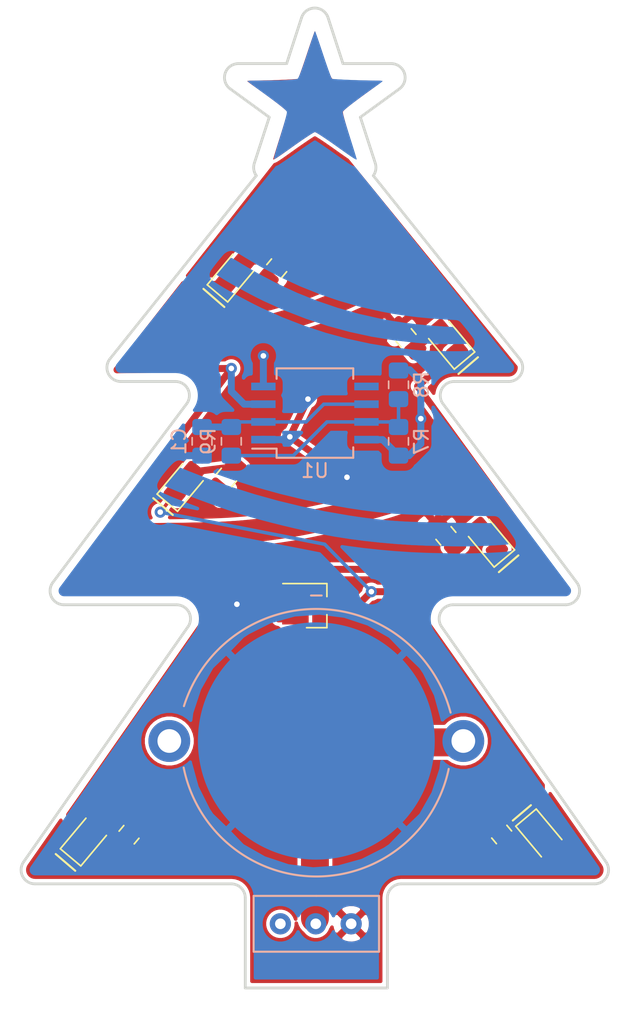
<source format=kicad_pcb>
(kicad_pcb (version 20171130) (host pcbnew "(5.1.4)-1")

  (general
    (thickness 1.6)
    (drawings 46)
    (tracks 80)
    (zones 0)
    (modules 22)
    (nets 18)
  )

  (page A4)
  (layers
    (0 F.Cu signal)
    (31 B.Cu signal)
    (32 B.Adhes user)
    (33 F.Adhes user)
    (34 B.Paste user)
    (35 F.Paste user)
    (36 B.SilkS user)
    (37 F.SilkS user)
    (38 B.Mask user)
    (39 F.Mask user)
    (40 Dwgs.User user)
    (41 Cmts.User user)
    (42 Eco1.User user)
    (43 Eco2.User user)
    (44 Edge.Cuts user)
    (45 Margin user)
    (46 B.CrtYd user)
    (47 F.CrtYd user)
    (48 B.Fab user)
    (49 F.Fab user)
  )

  (setup
    (last_trace_width 0.5)
    (user_trace_width 0.25)
    (user_trace_width 0.5)
    (trace_clearance 0.2)
    (zone_clearance 0.254)
    (zone_45_only no)
    (trace_min 0.2)
    (via_size 0.8)
    (via_drill 0.4)
    (via_min_size 0.4)
    (via_min_drill 0.3)
    (uvia_size 0.3)
    (uvia_drill 0.1)
    (uvias_allowed no)
    (uvia_min_size 0.2)
    (uvia_min_drill 0.1)
    (edge_width 0.15)
    (segment_width 0.2)
    (pcb_text_width 0.3)
    (pcb_text_size 1.5 1.5)
    (mod_edge_width 0.15)
    (mod_text_size 1 1)
    (mod_text_width 0.15)
    (pad_size 17 17)
    (pad_drill 0)
    (pad_to_mask_clearance 0.2)
    (aux_axis_origin 0 0)
    (visible_elements 7FFFFFFF)
    (pcbplotparams
      (layerselection 0x010fc_ffffffff)
      (usegerberextensions false)
      (usegerberattributes false)
      (usegerberadvancedattributes false)
      (creategerberjobfile false)
      (excludeedgelayer true)
      (linewidth 0.500000)
      (plotframeref false)
      (viasonmask false)
      (mode 1)
      (useauxorigin false)
      (hpglpennumber 1)
      (hpglpenspeed 20)
      (hpglpendiameter 15.000000)
      (psnegative false)
      (psa4output false)
      (plotreference true)
      (plotvalue true)
      (plotinvisibletext false)
      (padsonsilk false)
      (subtractmaskfromsilk false)
      (outputformat 1)
      (mirror false)
      (drillshape 1)
      (scaleselection 1)
      (outputdirectory ""))
  )

  (net 0 "")
  (net 1 GND)
  (net 2 "Net-(C1-Pad1)")
  (net 3 "Net-(D1-Pad2)")
  (net 4 "Net-(D2-Pad2)")
  (net 5 "Net-(D3-Pad2)")
  (net 6 "Net-(D4-Pad2)")
  (net 7 "Net-(D5-Pad2)")
  (net 8 "Net-(D6-Pad2)")
  (net 9 +BATT)
  (net 10 "Net-(R7-Pad2)")
  (net 11 "Net-(SW1-Pad3)")
  (net 12 "Net-(U1-Pad5)")
  (net 13 /BTN_COM)
  (net 14 /OUTPUT)
  (net 15 /INVERTED)
  (net 16 "Net-(TP1-Pad1)")
  (net 17 "Net-(TP2-Pad1)")

  (net_class Default "This is the default net class."
    (clearance 0.2)
    (trace_width 0.25)
    (via_dia 0.8)
    (via_drill 0.4)
    (uvia_dia 0.3)
    (uvia_drill 0.1)
    (add_net /INVERTED)
    (add_net /OUTPUT)
    (add_net "Net-(C1-Pad1)")
    (add_net "Net-(D1-Pad2)")
    (add_net "Net-(D2-Pad2)")
    (add_net "Net-(D3-Pad2)")
    (add_net "Net-(D4-Pad2)")
    (add_net "Net-(D5-Pad2)")
    (add_net "Net-(D6-Pad2)")
    (add_net "Net-(R7-Pad2)")
    (add_net "Net-(SW1-Pad3)")
    (add_net "Net-(TP1-Pad1)")
    (add_net "Net-(TP2-Pad1)")
    (add_net "Net-(U1-Pad5)")
  )

  (net_class power ""
    (clearance 0.2)
    (trace_width 0.5)
    (via_dia 0.8)
    (via_drill 0.4)
    (uvia_dia 0.3)
    (uvia_drill 0.1)
    (add_net +BATT)
    (add_net /BTN_COM)
    (add_net GND)
  )

  (module XMAS:C2032 (layer B.Cu) (tedit 5D95F877) (tstamp 5D980BF1)
    (at 42.5 68.9 90)
    (descr https://www.electrokit.com/produkt/batterihallare-cr2016-2025-2032/)
    (path /5D8F4EED)
    (fp_text reference BT1 (at -20.8 20.5) (layer B.SilkS) hide
      (effects (font (size 1 1) (thickness 0.15)) (justify mirror))
    )
    (fp_text value ~ (at 10 11 90) (layer B.Fab)
      (effects (font (size 1 1) (thickness 0.15)) (justify mirror))
    )
    (fp_text user - (at 10.5 0 180) (layer B.SilkS)
      (effects (font (size 1 1) (thickness 0.15)) (justify mirror))
    )
    (fp_arc (start 0 0) (end -1.999999 9.499999) (angle 156.8014095) (layer B.SilkS) (width 0.15))
    (fp_arc (start -0.5 0) (end 2.499999 -9.499999) (angle 147.7308688) (layer B.SilkS) (width 0.15))
    (fp_line (start -4 -10.5) (end -2 -10.5) (layer B.CrtYd) (width 0.15))
    (fp_line (start -9.5 -5) (end -4 -10.5) (layer B.CrtYd) (width 0.15))
    (fp_line (start -9.5 5) (end -9.5 -5) (layer B.CrtYd) (width 0.15))
    (fp_line (start -4 10.5) (end -9.5 5) (layer B.CrtYd) (width 0.15))
    (fp_line (start -2 10.5) (end -4 10.5) (layer B.CrtYd) (width 0.15))
    (fp_line (start 4 -10.5) (end 2 -10.5) (layer B.CrtYd) (width 0.15))
    (fp_line (start 9.5 -5) (end 4 -10.5) (layer B.CrtYd) (width 0.15))
    (fp_line (start 9.5 5) (end 9.5 -5) (layer B.CrtYd) (width 0.15))
    (fp_line (start 4 10.5) (end 9.5 5) (layer B.CrtYd) (width 0.15))
    (fp_line (start 2 10.5) (end 4 10.5) (layer B.CrtYd) (width 0.15))
    (pad 2 smd circle (at 0 0 90) (size 17 17) (layers B.Cu B.Paste B.Mask)
      (net 1 GND))
    (pad 1 thru_hole circle (at 0 10.55 90) (size 3 3) (drill 1.7) (layers *.Cu *.Mask)
      (net 13 /BTN_COM))
    (pad 1 thru_hole circle (at 0 -10.55 90) (size 3 3) (drill 1.7) (layers *.Cu *.Mask)
      (net 13 /BTN_COM))
  )

  (module Capacitor_SMD:C_0805_2012Metric_Pad1.15x1.40mm_HandSolder (layer B.Cu) (tedit 5B36C52B) (tstamp 5D97EBB7)
    (at 34.3 47.425 270)
    (descr "Capacitor SMD 0805 (2012 Metric), square (rectangular) end terminal, IPC_7351 nominal with elongated pad for handsoldering. (Body size source: https://docs.google.com/spreadsheets/d/1BsfQQcO9C6DZCsRaXUlFlo91Tg2WpOkGARC1WS5S8t0/edit?usp=sharing), generated with kicad-footprint-generator")
    (tags "capacitor handsolder")
    (path /5D8F724D)
    (attr smd)
    (fp_text reference C1 (at 0 1.65 270) (layer B.SilkS)
      (effects (font (size 1 1) (thickness 0.15)) (justify mirror))
    )
    (fp_text value 10u (at 0 -1.65 270) (layer B.Fab)
      (effects (font (size 1 1) (thickness 0.15)) (justify mirror))
    )
    (fp_text user %R (at 0 0 270) (layer B.Fab)
      (effects (font (size 0.5 0.5) (thickness 0.08)) (justify mirror))
    )
    (fp_line (start 1.85 -0.95) (end -1.85 -0.95) (layer B.CrtYd) (width 0.05))
    (fp_line (start 1.85 0.95) (end 1.85 -0.95) (layer B.CrtYd) (width 0.05))
    (fp_line (start -1.85 0.95) (end 1.85 0.95) (layer B.CrtYd) (width 0.05))
    (fp_line (start -1.85 -0.95) (end -1.85 0.95) (layer B.CrtYd) (width 0.05))
    (fp_line (start -0.261252 -0.71) (end 0.261252 -0.71) (layer B.SilkS) (width 0.12))
    (fp_line (start -0.261252 0.71) (end 0.261252 0.71) (layer B.SilkS) (width 0.12))
    (fp_line (start 1 -0.6) (end -1 -0.6) (layer B.Fab) (width 0.1))
    (fp_line (start 1 0.6) (end 1 -0.6) (layer B.Fab) (width 0.1))
    (fp_line (start -1 0.6) (end 1 0.6) (layer B.Fab) (width 0.1))
    (fp_line (start -1 -0.6) (end -1 0.6) (layer B.Fab) (width 0.1))
    (pad 2 smd roundrect (at 1.025 0 270) (size 1.15 1.4) (layers B.Cu B.Paste B.Mask) (roundrect_rratio 0.217391)
      (net 1 GND))
    (pad 1 smd roundrect (at -1.025 0 270) (size 1.15 1.4) (layers B.Cu B.Paste B.Mask) (roundrect_rratio 0.217391)
      (net 2 "Net-(C1-Pad1)"))
    (model ${KISYS3DMOD}/Capacitor_SMD.3dshapes/C_0805_2012Metric.wrl
      (at (xyz 0 0 0))
      (scale (xyz 1 1 1))
      (rotate (xyz 0 0 0))
    )
  )

  (module LED_SMD:LED_0805_2012Metric_Pad1.15x1.40mm_HandSolder (layer F.Cu) (tedit 5B4B45C9) (tstamp 5D9845ED)
    (at 26.058857 75.814804 50)
    (descr "LED SMD 0805 (2012 Metric), square (rectangular) end terminal, IPC_7351 nominal, (Body size source: https://docs.google.com/spreadsheets/d/1BsfQQcO9C6DZCsRaXUlFlo91Tg2WpOkGARC1WS5S8t0/edit?usp=sharing), generated with kicad-footprint-generator")
    (tags "LED handsolder")
    (path /5D8F506D)
    (attr smd)
    (fp_text reference D1 (at 0.000001 -1.65 50) (layer F.Fab)
      (effects (font (size 1 1) (thickness 0.15)))
    )
    (fp_text value LED (at 0 1.65 50) (layer F.Fab)
      (effects (font (size 1 1) (thickness 0.15)))
    )
    (fp_text user %R (at 0 0 50) (layer F.Fab)
      (effects (font (size 0.5 0.5) (thickness 0.08)))
    )
    (fp_line (start 1.85 0.95) (end -1.85 0.95) (layer F.CrtYd) (width 0.05))
    (fp_line (start 1.85 -0.95) (end 1.85 0.95) (layer F.CrtYd) (width 0.05))
    (fp_line (start -1.85 -0.95) (end 1.85 -0.95) (layer F.CrtYd) (width 0.05))
    (fp_line (start -1.85 0.95) (end -1.85 -0.95) (layer F.CrtYd) (width 0.05))
    (fp_line (start -1.86 0.96) (end 1 0.96) (layer F.SilkS) (width 0.12))
    (fp_line (start -1.86 -0.96) (end -1.86 0.96) (layer F.SilkS) (width 0.12))
    (fp_line (start 1 -0.96) (end -1.86 -0.96) (layer F.SilkS) (width 0.12))
    (fp_line (start 1 0.6) (end 1 -0.6) (layer F.Fab) (width 0.1))
    (fp_line (start -1 0.6) (end 1 0.6) (layer F.Fab) (width 0.1))
    (fp_line (start -1 -0.3) (end -1 0.6) (layer F.Fab) (width 0.1))
    (fp_line (start -0.7 -0.6) (end -1 -0.3) (layer F.Fab) (width 0.1))
    (fp_line (start 1 -0.6) (end -0.7 -0.6) (layer F.Fab) (width 0.1))
    (pad 2 smd roundrect (at 1.025 0 50) (size 1.15 1.4) (layers F.Cu F.Paste F.Mask) (roundrect_rratio 0.217391)
      (net 3 "Net-(D1-Pad2)"))
    (pad 1 smd roundrect (at -1.025 0 50) (size 1.15 1.4) (layers F.Cu F.Paste F.Mask) (roundrect_rratio 0.217391)
      (net 14 /OUTPUT))
    (model ${KISYS3DMOD}/LED_SMD.3dshapes/LED_0805_2012Metric.wrl
      (at (xyz 0 0 0))
      (scale (xyz 1 1 1))
      (rotate (xyz 0 0 0))
    )
  )

  (module LED_SMD:LED_0805_2012Metric_Pad1.15x1.40mm_HandSolder (layer F.Cu) (tedit 5B4B45C9) (tstamp 5D983FAC)
    (at 36.6 35.4 50)
    (descr "LED SMD 0805 (2012 Metric), square (rectangular) end terminal, IPC_7351 nominal, (Body size source: https://docs.google.com/spreadsheets/d/1BsfQQcO9C6DZCsRaXUlFlo91Tg2WpOkGARC1WS5S8t0/edit?usp=sharing), generated with kicad-footprint-generator")
    (tags "LED handsolder")
    (path /5D8F92DA)
    (attr smd)
    (fp_text reference D2 (at 0.000001 -1.65 50) (layer F.Fab)
      (effects (font (size 1 1) (thickness 0.15)))
    )
    (fp_text value LED (at 0 1.65 50) (layer F.Fab)
      (effects (font (size 1 1) (thickness 0.15)))
    )
    (fp_text user %R (at 0 0 50) (layer F.Fab)
      (effects (font (size 0.5 0.5) (thickness 0.08)))
    )
    (fp_line (start 1.85 0.95) (end -1.85 0.95) (layer F.CrtYd) (width 0.05))
    (fp_line (start 1.85 -0.95) (end 1.85 0.95) (layer F.CrtYd) (width 0.05))
    (fp_line (start -1.85 -0.95) (end 1.85 -0.95) (layer F.CrtYd) (width 0.05))
    (fp_line (start -1.85 0.95) (end -1.85 -0.95) (layer F.CrtYd) (width 0.05))
    (fp_line (start -1.86 0.96) (end 1 0.96) (layer F.SilkS) (width 0.12))
    (fp_line (start -1.86 -0.96) (end -1.86 0.96) (layer F.SilkS) (width 0.12))
    (fp_line (start 1 -0.96) (end -1.86 -0.96) (layer F.SilkS) (width 0.12))
    (fp_line (start 1 0.6) (end 1 -0.6) (layer F.Fab) (width 0.1))
    (fp_line (start -1 0.6) (end 1 0.6) (layer F.Fab) (width 0.1))
    (fp_line (start -1 -0.3) (end -1 0.6) (layer F.Fab) (width 0.1))
    (fp_line (start -0.7 -0.6) (end -1 -0.3) (layer F.Fab) (width 0.1))
    (fp_line (start 1 -0.6) (end -0.7 -0.6) (layer F.Fab) (width 0.1))
    (pad 2 smd roundrect (at 1.025 0 50) (size 1.15 1.4) (layers F.Cu F.Paste F.Mask) (roundrect_rratio 0.217391)
      (net 4 "Net-(D2-Pad2)"))
    (pad 1 smd roundrect (at -1.025 0 50) (size 1.15 1.4) (layers F.Cu F.Paste F.Mask) (roundrect_rratio 0.217391)
      (net 14 /OUTPUT))
    (model ${KISYS3DMOD}/LED_SMD.3dshapes/LED_0805_2012Metric.wrl
      (at (xyz 0 0 0))
      (scale (xyz 1 1 1))
      (rotate (xyz 0 0 0))
    )
  )

  (module LED_SMD:LED_0805_2012Metric_Pad1.15x1.40mm_HandSolder (layer F.Cu) (tedit 5B4B45C9) (tstamp 5D97EBF0)
    (at 54.8 54.4 130)
    (descr "LED SMD 0805 (2012 Metric), square (rectangular) end terminal, IPC_7351 nominal, (Body size source: https://docs.google.com/spreadsheets/d/1BsfQQcO9C6DZCsRaXUlFlo91Tg2WpOkGARC1WS5S8t0/edit?usp=sharing), generated with kicad-footprint-generator")
    (tags "LED handsolder")
    (path /5D96D446)
    (attr smd)
    (fp_text reference D3 (at -0.000001 -1.65 310) (layer F.Fab)
      (effects (font (size 1 1) (thickness 0.15)))
    )
    (fp_text value LED (at 0 1.65 310) (layer F.Fab)
      (effects (font (size 1 1) (thickness 0.15)))
    )
    (fp_text user %R (at 0 0 310) (layer F.Fab)
      (effects (font (size 0.5 0.5) (thickness 0.08)))
    )
    (fp_line (start 1.85 0.95) (end -1.85 0.95) (layer F.CrtYd) (width 0.05))
    (fp_line (start 1.85 -0.95) (end 1.85 0.95) (layer F.CrtYd) (width 0.05))
    (fp_line (start -1.85 -0.95) (end 1.85 -0.95) (layer F.CrtYd) (width 0.05))
    (fp_line (start -1.85 0.95) (end -1.85 -0.95) (layer F.CrtYd) (width 0.05))
    (fp_line (start -1.86 0.96) (end 1 0.96) (layer F.SilkS) (width 0.12))
    (fp_line (start -1.86 -0.96) (end -1.86 0.96) (layer F.SilkS) (width 0.12))
    (fp_line (start 1 -0.96) (end -1.86 -0.96) (layer F.SilkS) (width 0.12))
    (fp_line (start 1 0.6) (end 1 -0.6) (layer F.Fab) (width 0.1))
    (fp_line (start -1 0.6) (end 1 0.6) (layer F.Fab) (width 0.1))
    (fp_line (start -1 -0.3) (end -1 0.6) (layer F.Fab) (width 0.1))
    (fp_line (start -0.7 -0.6) (end -1 -0.3) (layer F.Fab) (width 0.1))
    (fp_line (start 1 -0.6) (end -0.7 -0.6) (layer F.Fab) (width 0.1))
    (pad 2 smd roundrect (at 1.025 0 130) (size 1.15 1.4) (layers F.Cu F.Paste F.Mask) (roundrect_rratio 0.217391)
      (net 5 "Net-(D3-Pad2)"))
    (pad 1 smd roundrect (at -1.025 0 130) (size 1.15 1.4) (layers F.Cu F.Paste F.Mask) (roundrect_rratio 0.217391)
      (net 14 /OUTPUT))
    (model ${KISYS3DMOD}/LED_SMD.3dshapes/LED_0805_2012Metric.wrl
      (at (xyz 0 0 0))
      (scale (xyz 1 1 1))
      (rotate (xyz 0 0 0))
    )
  )

  (module LED_SMD:LED_0805_2012Metric_Pad1.15x1.40mm_HandSolder (layer F.Cu) (tedit 5B4B45C9) (tstamp 5D98451D)
    (at 33 50.4 50)
    (descr "LED SMD 0805 (2012 Metric), square (rectangular) end terminal, IPC_7351 nominal, (Body size source: https://docs.google.com/spreadsheets/d/1BsfQQcO9C6DZCsRaXUlFlo91Tg2WpOkGARC1WS5S8t0/edit?usp=sharing), generated with kicad-footprint-generator")
    (tags "LED handsolder")
    (path /5D96D44D)
    (attr smd)
    (fp_text reference D4 (at 0.000001 -1.65 50) (layer F.Fab)
      (effects (font (size 1 1) (thickness 0.15)))
    )
    (fp_text value LED (at 0 1.65 50) (layer F.Fab)
      (effects (font (size 1 1) (thickness 0.15)))
    )
    (fp_text user %R (at 0 0 50) (layer F.Fab)
      (effects (font (size 0.5 0.5) (thickness 0.08)))
    )
    (fp_line (start 1.85 0.95) (end -1.85 0.95) (layer F.CrtYd) (width 0.05))
    (fp_line (start 1.85 -0.95) (end 1.85 0.95) (layer F.CrtYd) (width 0.05))
    (fp_line (start -1.85 -0.95) (end 1.85 -0.95) (layer F.CrtYd) (width 0.05))
    (fp_line (start -1.85 0.95) (end -1.85 -0.95) (layer F.CrtYd) (width 0.05))
    (fp_line (start -1.86 0.96) (end 1 0.96) (layer F.SilkS) (width 0.12))
    (fp_line (start -1.86 -0.96) (end -1.86 0.96) (layer F.SilkS) (width 0.12))
    (fp_line (start 1 -0.96) (end -1.86 -0.96) (layer F.SilkS) (width 0.12))
    (fp_line (start 1 0.6) (end 1 -0.6) (layer F.Fab) (width 0.1))
    (fp_line (start -1 0.6) (end 1 0.6) (layer F.Fab) (width 0.1))
    (fp_line (start -1 -0.3) (end -1 0.6) (layer F.Fab) (width 0.1))
    (fp_line (start -0.7 -0.6) (end -1 -0.3) (layer F.Fab) (width 0.1))
    (fp_line (start 1 -0.6) (end -0.7 -0.6) (layer F.Fab) (width 0.1))
    (pad 2 smd roundrect (at 1.025 0 50) (size 1.15 1.4) (layers F.Cu F.Paste F.Mask) (roundrect_rratio 0.217391)
      (net 6 "Net-(D4-Pad2)"))
    (pad 1 smd roundrect (at -1.025 0 50) (size 1.15 1.4) (layers F.Cu F.Paste F.Mask) (roundrect_rratio 0.217391)
      (net 15 /INVERTED))
    (model ${KISYS3DMOD}/LED_SMD.3dshapes/LED_0805_2012Metric.wrl
      (at (xyz 0 0 0))
      (scale (xyz 1 1 1))
      (rotate (xyz 0 0 0))
    )
  )

  (module LED_SMD:LED_0805_2012Metric_Pad1.15x1.40mm_HandSolder (layer F.Cu) (tedit 5B4B45C9) (tstamp 5D984038)
    (at 51.941143 40.214804 130)
    (descr "LED SMD 0805 (2012 Metric), square (rectangular) end terminal, IPC_7351 nominal, (Body size source: https://docs.google.com/spreadsheets/d/1BsfQQcO9C6DZCsRaXUlFlo91Tg2WpOkGARC1WS5S8t0/edit?usp=sharing), generated with kicad-footprint-generator")
    (tags "LED handsolder")
    (path /5D9969CF)
    (attr smd)
    (fp_text reference D5 (at -0.000001 -1.65 310) (layer F.Fab)
      (effects (font (size 1 1) (thickness 0.15)))
    )
    (fp_text value LED (at 0 1.65 310) (layer F.Fab)
      (effects (font (size 1 1) (thickness 0.15)))
    )
    (fp_text user %R (at 0 0 310) (layer F.Fab)
      (effects (font (size 0.5 0.5) (thickness 0.08)))
    )
    (fp_line (start 1.85 0.95) (end -1.85 0.95) (layer F.CrtYd) (width 0.05))
    (fp_line (start 1.85 -0.95) (end 1.85 0.95) (layer F.CrtYd) (width 0.05))
    (fp_line (start -1.85 -0.95) (end 1.85 -0.95) (layer F.CrtYd) (width 0.05))
    (fp_line (start -1.85 0.95) (end -1.85 -0.95) (layer F.CrtYd) (width 0.05))
    (fp_line (start -1.86 0.96) (end 1 0.96) (layer F.SilkS) (width 0.12))
    (fp_line (start -1.86 -0.96) (end -1.86 0.96) (layer F.SilkS) (width 0.12))
    (fp_line (start 1 -0.96) (end -1.86 -0.96) (layer F.SilkS) (width 0.12))
    (fp_line (start 1 0.6) (end 1 -0.6) (layer F.Fab) (width 0.1))
    (fp_line (start -1 0.6) (end 1 0.6) (layer F.Fab) (width 0.1))
    (fp_line (start -1 -0.3) (end -1 0.6) (layer F.Fab) (width 0.1))
    (fp_line (start -0.7 -0.6) (end -1 -0.3) (layer F.Fab) (width 0.1))
    (fp_line (start 1 -0.6) (end -0.7 -0.6) (layer F.Fab) (width 0.1))
    (pad 2 smd roundrect (at 1.025 0 130) (size 1.15 1.4) (layers F.Cu F.Paste F.Mask) (roundrect_rratio 0.217391)
      (net 7 "Net-(D5-Pad2)"))
    (pad 1 smd roundrect (at -1.025 0 130) (size 1.15 1.4) (layers F.Cu F.Paste F.Mask) (roundrect_rratio 0.217391)
      (net 15 /INVERTED))
    (model ${KISYS3DMOD}/LED_SMD.3dshapes/LED_0805_2012Metric.wrl
      (at (xyz 0 0 0))
      (scale (xyz 1 1 1))
      (rotate (xyz 0 0 0))
    )
  )

  (module LED_SMD:LED_0805_2012Metric_Pad1.15x1.40mm_HandSolder (layer F.Cu) (tedit 5B4B45C9) (tstamp 5D9822BD)
    (at 58.741143 75.814804 310)
    (descr "LED SMD 0805 (2012 Metric), square (rectangular) end terminal, IPC_7351 nominal, (Body size source: https://docs.google.com/spreadsheets/d/1BsfQQcO9C6DZCsRaXUlFlo91Tg2WpOkGARC1WS5S8t0/edit?usp=sharing), generated with kicad-footprint-generator")
    (tags "LED handsolder")
    (path /5D9969D6)
    (attr smd)
    (fp_text reference D6 (at -0.000001 -1.65 310) (layer F.Fab)
      (effects (font (size 1 1) (thickness 0.15)))
    )
    (fp_text value LED (at 0 1.65 310) (layer F.Fab)
      (effects (font (size 1 1) (thickness 0.15)))
    )
    (fp_text user %R (at 0.879999 0.029999 310) (layer F.Fab)
      (effects (font (size 0.5 0.5) (thickness 0.08)))
    )
    (fp_line (start 1.85 0.95) (end -1.85 0.95) (layer F.CrtYd) (width 0.05))
    (fp_line (start 1.85 -0.95) (end 1.85 0.95) (layer F.CrtYd) (width 0.05))
    (fp_line (start -1.85 -0.95) (end 1.85 -0.95) (layer F.CrtYd) (width 0.05))
    (fp_line (start -1.85 0.95) (end -1.85 -0.95) (layer F.CrtYd) (width 0.05))
    (fp_line (start -1.86 0.96) (end 1 0.96) (layer F.SilkS) (width 0.12))
    (fp_line (start -1.86 -0.96) (end -1.86 0.96) (layer F.SilkS) (width 0.12))
    (fp_line (start 1 -0.96) (end -1.86 -0.96) (layer F.SilkS) (width 0.12))
    (fp_line (start 1 0.6) (end 1 -0.6) (layer F.Fab) (width 0.1))
    (fp_line (start -1 0.6) (end 1 0.6) (layer F.Fab) (width 0.1))
    (fp_line (start -1 -0.3) (end -1 0.6) (layer F.Fab) (width 0.1))
    (fp_line (start -0.7 -0.6) (end -1 -0.3) (layer F.Fab) (width 0.1))
    (fp_line (start 1 -0.6) (end -0.7 -0.6) (layer F.Fab) (width 0.1))
    (pad 2 smd roundrect (at 1.025 0 310) (size 1.15 1.4) (layers F.Cu F.Paste F.Mask) (roundrect_rratio 0.217391)
      (net 8 "Net-(D6-Pad2)"))
    (pad 1 smd roundrect (at -1.025 0 310) (size 1.15 1.4) (layers F.Cu F.Paste F.Mask) (roundrect_rratio 0.217391)
      (net 15 /INVERTED))
    (model ${KISYS3DMOD}/LED_SMD.3dshapes/LED_0805_2012Metric.wrl
      (at (xyz 0 0 0))
      (scale (xyz 1 1 1))
      (rotate (xyz 0 0 0))
    )
  )

  (module Package_TO_SOT_SMD:SOT-23_Handsoldering (layer F.Cu) (tedit 5A0AB76C) (tstamp 5D984785)
    (at 42.5 59.2)
    (descr "SOT-23, Handsoldering")
    (tags SOT-23)
    (path /5D97DF3D)
    (attr smd)
    (fp_text reference Q1 (at 0 -2.5) (layer F.Fab)
      (effects (font (size 1 1) (thickness 0.15)))
    )
    (fp_text value Q_NMOS_GSD (at 0 2.5) (layer F.Fab)
      (effects (font (size 1 1) (thickness 0.15)))
    )
    (fp_line (start 0.76 1.58) (end -0.7 1.58) (layer F.SilkS) (width 0.12))
    (fp_line (start -0.7 1.52) (end 0.7 1.52) (layer F.Fab) (width 0.1))
    (fp_line (start 0.7 -1.52) (end 0.7 1.52) (layer F.Fab) (width 0.1))
    (fp_line (start -0.7 -0.95) (end -0.15 -1.52) (layer F.Fab) (width 0.1))
    (fp_line (start -0.15 -1.52) (end 0.7 -1.52) (layer F.Fab) (width 0.1))
    (fp_line (start -0.7 -0.95) (end -0.7 1.5) (layer F.Fab) (width 0.1))
    (fp_line (start 0.76 -1.58) (end -2.4 -1.58) (layer F.SilkS) (width 0.12))
    (fp_line (start -2.7 1.75) (end -2.7 -1.75) (layer F.CrtYd) (width 0.05))
    (fp_line (start 2.7 1.75) (end -2.7 1.75) (layer F.CrtYd) (width 0.05))
    (fp_line (start 2.7 -1.75) (end 2.7 1.75) (layer F.CrtYd) (width 0.05))
    (fp_line (start -2.7 -1.75) (end 2.7 -1.75) (layer F.CrtYd) (width 0.05))
    (fp_line (start 0.76 -1.58) (end 0.76 -0.65) (layer F.SilkS) (width 0.12))
    (fp_line (start 0.76 1.58) (end 0.76 0.65) (layer F.SilkS) (width 0.12))
    (fp_text user %R (at 0 0 270) (layer F.Fab)
      (effects (font (size 0.5 0.5) (thickness 0.075)))
    )
    (pad 3 smd rect (at 1.5 0) (size 1.9 0.8) (layers F.Cu F.Paste F.Mask)
      (net 15 /INVERTED))
    (pad 2 smd rect (at -1.5 0.95) (size 1.9 0.8) (layers F.Cu F.Paste F.Mask)
      (net 1 GND))
    (pad 1 smd rect (at -1.5 -0.95) (size 1.9 0.8) (layers F.Cu F.Paste F.Mask)
      (net 14 /OUTPUT))
    (model ${KISYS3DMOD}/Package_TO_SOT_SMD.3dshapes/SOT-23.wrl
      (at (xyz 0 0 0))
      (scale (xyz 1 1 1))
      (rotate (xyz 0 0 0))
    )
  )

  (module Resistor_SMD:R_0805_2012Metric_Pad1.15x1.40mm_HandSolder (layer F.Cu) (tedit 5B36C52B) (tstamp 5D97EC4F)
    (at 29.058857 75.614804 50)
    (descr "Resistor SMD 0805 (2012 Metric), square (rectangular) end terminal, IPC_7351 nominal with elongated pad for handsoldering. (Body size source: https://docs.google.com/spreadsheets/d/1BsfQQcO9C6DZCsRaXUlFlo91Tg2WpOkGARC1WS5S8t0/edit?usp=sharing), generated with kicad-footprint-generator")
    (tags "resistor handsolder")
    (path /5D8F9320)
    (attr smd)
    (fp_text reference R1 (at 0.000001 -1.65 50) (layer F.Fab)
      (effects (font (size 1 1) (thickness 0.15)))
    )
    (fp_text value 1K (at 0 1.65 50) (layer F.Fab)
      (effects (font (size 1 1) (thickness 0.15)))
    )
    (fp_text user %R (at 0 0 50) (layer F.Fab)
      (effects (font (size 0.5 0.5) (thickness 0.08)))
    )
    (fp_line (start 1.85 0.95) (end -1.85 0.95) (layer F.CrtYd) (width 0.05))
    (fp_line (start 1.85 -0.95) (end 1.85 0.95) (layer F.CrtYd) (width 0.05))
    (fp_line (start -1.85 -0.95) (end 1.85 -0.95) (layer F.CrtYd) (width 0.05))
    (fp_line (start -1.85 0.95) (end -1.85 -0.95) (layer F.CrtYd) (width 0.05))
    (fp_line (start -0.261252 0.71) (end 0.261252 0.71) (layer F.SilkS) (width 0.12))
    (fp_line (start -0.261252 -0.71) (end 0.261252 -0.71) (layer F.SilkS) (width 0.12))
    (fp_line (start 1 0.6) (end -1 0.6) (layer F.Fab) (width 0.1))
    (fp_line (start 1 -0.6) (end 1 0.6) (layer F.Fab) (width 0.1))
    (fp_line (start -1 -0.6) (end 1 -0.6) (layer F.Fab) (width 0.1))
    (fp_line (start -1 0.6) (end -1 -0.6) (layer F.Fab) (width 0.1))
    (pad 2 smd roundrect (at 1.025 0 50) (size 1.15 1.4) (layers F.Cu F.Paste F.Mask) (roundrect_rratio 0.217391)
      (net 3 "Net-(D1-Pad2)"))
    (pad 1 smd roundrect (at -1.025 0 50) (size 1.15 1.4) (layers F.Cu F.Paste F.Mask) (roundrect_rratio 0.217391)
      (net 9 +BATT))
    (model ${KISYS3DMOD}/Resistor_SMD.3dshapes/R_0805_2012Metric.wrl
      (at (xyz 0 0 0))
      (scale (xyz 1 1 1))
      (rotate (xyz 0 0 0))
    )
  )

  (module Resistor_SMD:R_0805_2012Metric_Pad1.15x1.40mm_HandSolder (layer F.Cu) (tedit 5B36C52B) (tstamp 5D97EC60)
    (at 39.658857 35.014804 50)
    (descr "Resistor SMD 0805 (2012 Metric), square (rectangular) end terminal, IPC_7351 nominal with elongated pad for handsoldering. (Body size source: https://docs.google.com/spreadsheets/d/1BsfQQcO9C6DZCsRaXUlFlo91Tg2WpOkGARC1WS5S8t0/edit?usp=sharing), generated with kicad-footprint-generator")
    (tags "resistor handsolder")
    (path /5D97DAC6)
    (attr smd)
    (fp_text reference R2 (at 0.000001 -1.65 50) (layer F.Fab)
      (effects (font (size 1 1) (thickness 0.15)))
    )
    (fp_text value 1K (at 0 1.65 50) (layer F.Fab)
      (effects (font (size 1 1) (thickness 0.15)))
    )
    (fp_text user %R (at 0 0 50) (layer F.Fab)
      (effects (font (size 0.5 0.5) (thickness 0.08)))
    )
    (fp_line (start 1.85 0.95) (end -1.85 0.95) (layer F.CrtYd) (width 0.05))
    (fp_line (start 1.85 -0.95) (end 1.85 0.95) (layer F.CrtYd) (width 0.05))
    (fp_line (start -1.85 -0.95) (end 1.85 -0.95) (layer F.CrtYd) (width 0.05))
    (fp_line (start -1.85 0.95) (end -1.85 -0.95) (layer F.CrtYd) (width 0.05))
    (fp_line (start -0.261252 0.71) (end 0.261252 0.71) (layer F.SilkS) (width 0.12))
    (fp_line (start -0.261252 -0.71) (end 0.261252 -0.71) (layer F.SilkS) (width 0.12))
    (fp_line (start 1 0.6) (end -1 0.6) (layer F.Fab) (width 0.1))
    (fp_line (start 1 -0.6) (end 1 0.6) (layer F.Fab) (width 0.1))
    (fp_line (start -1 -0.6) (end 1 -0.6) (layer F.Fab) (width 0.1))
    (fp_line (start -1 0.6) (end -1 -0.6) (layer F.Fab) (width 0.1))
    (pad 2 smd roundrect (at 1.025 0 50) (size 1.15 1.4) (layers F.Cu F.Paste F.Mask) (roundrect_rratio 0.217391)
      (net 4 "Net-(D2-Pad2)"))
    (pad 1 smd roundrect (at -1.025 0 50) (size 1.15 1.4) (layers F.Cu F.Paste F.Mask) (roundrect_rratio 0.217391)
      (net 9 +BATT))
    (model ${KISYS3DMOD}/Resistor_SMD.3dshapes/R_0805_2012Metric.wrl
      (at (xyz 0 0 0))
      (scale (xyz 1 1 1))
      (rotate (xyz 0 0 0))
    )
  )

  (module Resistor_SMD:R_0805_2012Metric_Pad1.15x1.40mm_HandSolder (layer F.Cu) (tedit 5B36C52B) (tstamp 5D97EC71)
    (at 51.8 54.2 310)
    (descr "Resistor SMD 0805 (2012 Metric), square (rectangular) end terminal, IPC_7351 nominal with elongated pad for handsoldering. (Body size source: https://docs.google.com/spreadsheets/d/1BsfQQcO9C6DZCsRaXUlFlo91Tg2WpOkGARC1WS5S8t0/edit?usp=sharing), generated with kicad-footprint-generator")
    (tags "resistor handsolder")
    (path /5D97DB0A)
    (attr smd)
    (fp_text reference e (at -0.000001 -1.65 310) (layer F.Fab)
      (effects (font (size 1 1) (thickness 0.15)))
    )
    (fp_text value 1K (at 0 1.65 310) (layer F.Fab)
      (effects (font (size 1 1) (thickness 0.15)))
    )
    (fp_text user %R (at 0 0 310) (layer F.Fab)
      (effects (font (size 0.5 0.5) (thickness 0.08)))
    )
    (fp_line (start 1.85 0.95) (end -1.85 0.95) (layer F.CrtYd) (width 0.05))
    (fp_line (start 1.85 -0.95) (end 1.85 0.95) (layer F.CrtYd) (width 0.05))
    (fp_line (start -1.85 -0.95) (end 1.85 -0.95) (layer F.CrtYd) (width 0.05))
    (fp_line (start -1.85 0.95) (end -1.85 -0.95) (layer F.CrtYd) (width 0.05))
    (fp_line (start -0.261252 0.71) (end 0.261252 0.71) (layer F.SilkS) (width 0.12))
    (fp_line (start -0.261252 -0.71) (end 0.261252 -0.71) (layer F.SilkS) (width 0.12))
    (fp_line (start 1 0.6) (end -1 0.6) (layer F.Fab) (width 0.1))
    (fp_line (start 1 -0.6) (end 1 0.6) (layer F.Fab) (width 0.1))
    (fp_line (start -1 -0.6) (end 1 -0.6) (layer F.Fab) (width 0.1))
    (fp_line (start -1 0.6) (end -1 -0.6) (layer F.Fab) (width 0.1))
    (pad 2 smd roundrect (at 1.025 0 310) (size 1.15 1.4) (layers F.Cu F.Paste F.Mask) (roundrect_rratio 0.217391)
      (net 5 "Net-(D3-Pad2)"))
    (pad 1 smd roundrect (at -1.025 0 310) (size 1.15 1.4) (layers F.Cu F.Paste F.Mask) (roundrect_rratio 0.217391)
      (net 9 +BATT))
    (model ${KISYS3DMOD}/Resistor_SMD.3dshapes/R_0805_2012Metric.wrl
      (at (xyz 0 0 0))
      (scale (xyz 1 1 1))
      (rotate (xyz 0 0 0))
    )
  )

  (module Resistor_SMD:R_0805_2012Metric_Pad1.15x1.40mm_HandSolder (layer F.Cu) (tedit 5B36C52B) (tstamp 5D97EC82)
    (at 36.058857 50.014804 50)
    (descr "Resistor SMD 0805 (2012 Metric), square (rectangular) end terminal, IPC_7351 nominal with elongated pad for handsoldering. (Body size source: https://docs.google.com/spreadsheets/d/1BsfQQcO9C6DZCsRaXUlFlo91Tg2WpOkGARC1WS5S8t0/edit?usp=sharing), generated with kicad-footprint-generator")
    (tags "resistor handsolder")
    (path /5D97DB5E)
    (attr smd)
    (fp_text reference R4 (at 0.000001 -1.65 50) (layer F.Fab)
      (effects (font (size 1 1) (thickness 0.15)))
    )
    (fp_text value 1K (at 0 1.65 50) (layer F.Fab)
      (effects (font (size 1 1) (thickness 0.15)))
    )
    (fp_text user %R (at 0 0 50) (layer F.Fab)
      (effects (font (size 0.5 0.5) (thickness 0.08)))
    )
    (fp_line (start 1.85 0.95) (end -1.85 0.95) (layer F.CrtYd) (width 0.05))
    (fp_line (start 1.85 -0.95) (end 1.85 0.95) (layer F.CrtYd) (width 0.05))
    (fp_line (start -1.85 -0.95) (end 1.85 -0.95) (layer F.CrtYd) (width 0.05))
    (fp_line (start -1.85 0.95) (end -1.85 -0.95) (layer F.CrtYd) (width 0.05))
    (fp_line (start -0.261252 0.71) (end 0.261252 0.71) (layer F.SilkS) (width 0.12))
    (fp_line (start -0.261252 -0.71) (end 0.261252 -0.71) (layer F.SilkS) (width 0.12))
    (fp_line (start 1 0.6) (end -1 0.6) (layer F.Fab) (width 0.1))
    (fp_line (start 1 -0.6) (end 1 0.6) (layer F.Fab) (width 0.1))
    (fp_line (start -1 -0.6) (end 1 -0.6) (layer F.Fab) (width 0.1))
    (fp_line (start -1 0.6) (end -1 -0.6) (layer F.Fab) (width 0.1))
    (pad 2 smd roundrect (at 1.025 0 50) (size 1.15 1.4) (layers F.Cu F.Paste F.Mask) (roundrect_rratio 0.217391)
      (net 6 "Net-(D4-Pad2)"))
    (pad 1 smd roundrect (at -1.025 0 50) (size 1.15 1.4) (layers F.Cu F.Paste F.Mask) (roundrect_rratio 0.217391)
      (net 9 +BATT))
    (model ${KISYS3DMOD}/Resistor_SMD.3dshapes/R_0805_2012Metric.wrl
      (at (xyz 0 0 0))
      (scale (xyz 1 1 1))
      (rotate (xyz 0 0 0))
    )
  )

  (module Resistor_SMD:R_0805_2012Metric_Pad1.15x1.40mm_HandSolder (layer F.Cu) (tedit 5B36C52B) (tstamp 5D96F15C)
    (at 48.941143 40.014804 310)
    (descr "Resistor SMD 0805 (2012 Metric), square (rectangular) end terminal, IPC_7351 nominal with elongated pad for handsoldering. (Body size source: https://docs.google.com/spreadsheets/d/1BsfQQcO9C6DZCsRaXUlFlo91Tg2WpOkGARC1WS5S8t0/edit?usp=sharing), generated with kicad-footprint-generator")
    (tags "resistor handsolder")
    (path /5D9969DE)
    (attr smd)
    (fp_text reference R5 (at -0.000001 -1.65 310) (layer F.Fab)
      (effects (font (size 1 1) (thickness 0.15)))
    )
    (fp_text value 1K (at 0 1.65 310) (layer F.Fab)
      (effects (font (size 1 1) (thickness 0.15)))
    )
    (fp_text user %R (at 0 0 310) (layer F.Fab)
      (effects (font (size 0.5 0.5) (thickness 0.08)))
    )
    (fp_line (start 1.85 0.95) (end -1.85 0.95) (layer F.CrtYd) (width 0.05))
    (fp_line (start 1.85 -0.95) (end 1.85 0.95) (layer F.CrtYd) (width 0.05))
    (fp_line (start -1.85 -0.95) (end 1.85 -0.95) (layer F.CrtYd) (width 0.05))
    (fp_line (start -1.85 0.95) (end -1.85 -0.95) (layer F.CrtYd) (width 0.05))
    (fp_line (start -0.261252 0.71) (end 0.261252 0.71) (layer F.SilkS) (width 0.12))
    (fp_line (start -0.261252 -0.71) (end 0.261252 -0.71) (layer F.SilkS) (width 0.12))
    (fp_line (start 1 0.6) (end -1 0.6) (layer F.Fab) (width 0.1))
    (fp_line (start 1 -0.6) (end 1 0.6) (layer F.Fab) (width 0.1))
    (fp_line (start -1 -0.6) (end 1 -0.6) (layer F.Fab) (width 0.1))
    (fp_line (start -1 0.6) (end -1 -0.6) (layer F.Fab) (width 0.1))
    (pad 2 smd roundrect (at 1.025 0 310) (size 1.15 1.4) (layers F.Cu F.Paste F.Mask) (roundrect_rratio 0.217391)
      (net 7 "Net-(D5-Pad2)"))
    (pad 1 smd roundrect (at -1.025 0 310) (size 1.15 1.4) (layers F.Cu F.Paste F.Mask) (roundrect_rratio 0.217391)
      (net 9 +BATT))
    (model ${KISYS3DMOD}/Resistor_SMD.3dshapes/R_0805_2012Metric.wrl
      (at (xyz 0 0 0))
      (scale (xyz 1 1 1))
      (rotate (xyz 0 0 0))
    )
  )

  (module Resistor_SMD:R_0805_2012Metric_Pad1.15x1.40mm_HandSolder (layer F.Cu) (tedit 5B36C52B) (tstamp 5D9723BC)
    (at 55.8 75.6 310)
    (descr "Resistor SMD 0805 (2012 Metric), square (rectangular) end terminal, IPC_7351 nominal with elongated pad for handsoldering. (Body size source: https://docs.google.com/spreadsheets/d/1BsfQQcO9C6DZCsRaXUlFlo91Tg2WpOkGARC1WS5S8t0/edit?usp=sharing), generated with kicad-footprint-generator")
    (tags "resistor handsolder")
    (path /5D9969E5)
    (attr smd)
    (fp_text reference R6 (at -0.000001 -1.65 310) (layer F.Fab)
      (effects (font (size 1 1) (thickness 0.15)))
    )
    (fp_text value 1K (at 0 1.65 310) (layer F.Fab)
      (effects (font (size 1 1) (thickness 0.15)))
    )
    (fp_text user %R (at 0 0 310) (layer F.Fab)
      (effects (font (size 0.5 0.5) (thickness 0.08)))
    )
    (fp_line (start 1.85 0.95) (end -1.85 0.95) (layer F.CrtYd) (width 0.05))
    (fp_line (start 1.85 -0.95) (end 1.85 0.95) (layer F.CrtYd) (width 0.05))
    (fp_line (start -1.85 -0.95) (end 1.85 -0.95) (layer F.CrtYd) (width 0.05))
    (fp_line (start -1.85 0.95) (end -1.85 -0.95) (layer F.CrtYd) (width 0.05))
    (fp_line (start -0.261252 0.71) (end 0.261252 0.71) (layer F.SilkS) (width 0.12))
    (fp_line (start -0.261252 -0.71) (end 0.261252 -0.71) (layer F.SilkS) (width 0.12))
    (fp_line (start 1 0.6) (end -1 0.6) (layer F.Fab) (width 0.1))
    (fp_line (start 1 -0.6) (end 1 0.6) (layer F.Fab) (width 0.1))
    (fp_line (start -1 -0.6) (end 1 -0.6) (layer F.Fab) (width 0.1))
    (fp_line (start -1 0.6) (end -1 -0.6) (layer F.Fab) (width 0.1))
    (pad 2 smd roundrect (at 1.025 0 310) (size 1.15 1.4) (layers F.Cu F.Paste F.Mask) (roundrect_rratio 0.217391)
      (net 8 "Net-(D6-Pad2)"))
    (pad 1 smd roundrect (at -1.025 0 310) (size 1.15 1.4) (layers F.Cu F.Paste F.Mask) (roundrect_rratio 0.217391)
      (net 9 +BATT))
    (model ${KISYS3DMOD}/Resistor_SMD.3dshapes/R_0805_2012Metric.wrl
      (at (xyz 0 0 0))
      (scale (xyz 1 1 1))
      (rotate (xyz 0 0 0))
    )
  )

  (module Resistor_SMD:R_0805_2012Metric_Pad1.15x1.40mm_HandSolder (layer B.Cu) (tedit 5B36C52B) (tstamp 5D97ECB5)
    (at 48.4 47.425 90)
    (descr "Resistor SMD 0805 (2012 Metric), square (rectangular) end terminal, IPC_7351 nominal with elongated pad for handsoldering. (Body size source: https://docs.google.com/spreadsheets/d/1BsfQQcO9C6DZCsRaXUlFlo91Tg2WpOkGARC1WS5S8t0/edit?usp=sharing), generated with kicad-footprint-generator")
    (tags "resistor handsolder")
    (path /5D8F4FAA)
    (attr smd)
    (fp_text reference R7 (at 0 1.65 270) (layer B.SilkS)
      (effects (font (size 1 1) (thickness 0.15)) (justify mirror))
    )
    (fp_text value 100k (at 0 -1.65 270) (layer B.Fab)
      (effects (font (size 1 1) (thickness 0.15)) (justify mirror))
    )
    (fp_text user %R (at 0 0 270) (layer B.Fab)
      (effects (font (size 0.5 0.5) (thickness 0.08)) (justify mirror))
    )
    (fp_line (start 1.85 -0.95) (end -1.85 -0.95) (layer B.CrtYd) (width 0.05))
    (fp_line (start 1.85 0.95) (end 1.85 -0.95) (layer B.CrtYd) (width 0.05))
    (fp_line (start -1.85 0.95) (end 1.85 0.95) (layer B.CrtYd) (width 0.05))
    (fp_line (start -1.85 -0.95) (end -1.85 0.95) (layer B.CrtYd) (width 0.05))
    (fp_line (start -0.261252 -0.71) (end 0.261252 -0.71) (layer B.SilkS) (width 0.12))
    (fp_line (start -0.261252 0.71) (end 0.261252 0.71) (layer B.SilkS) (width 0.12))
    (fp_line (start 1 -0.6) (end -1 -0.6) (layer B.Fab) (width 0.1))
    (fp_line (start 1 0.6) (end 1 -0.6) (layer B.Fab) (width 0.1))
    (fp_line (start -1 0.6) (end 1 0.6) (layer B.Fab) (width 0.1))
    (fp_line (start -1 -0.6) (end -1 0.6) (layer B.Fab) (width 0.1))
    (pad 2 smd roundrect (at 1.025 0 90) (size 1.15 1.4) (layers B.Cu B.Paste B.Mask) (roundrect_rratio 0.217391)
      (net 10 "Net-(R7-Pad2)"))
    (pad 1 smd roundrect (at -1.025 0 90) (size 1.15 1.4) (layers B.Cu B.Paste B.Mask) (roundrect_rratio 0.217391)
      (net 9 +BATT))
    (model ${KISYS3DMOD}/Resistor_SMD.3dshapes/R_0805_2012Metric.wrl
      (at (xyz 0 0 0))
      (scale (xyz 1 1 1))
      (rotate (xyz 0 0 0))
    )
  )

  (module Resistor_SMD:R_0805_2012Metric_Pad1.15x1.40mm_HandSolder (layer B.Cu) (tedit 5B36C52B) (tstamp 5D97ECC6)
    (at 48.4 43.375 90)
    (descr "Resistor SMD 0805 (2012 Metric), square (rectangular) end terminal, IPC_7351 nominal with elongated pad for handsoldering. (Body size source: https://docs.google.com/spreadsheets/d/1BsfQQcO9C6DZCsRaXUlFlo91Tg2WpOkGARC1WS5S8t0/edit?usp=sharing), generated with kicad-footprint-generator")
    (tags "resistor handsolder")
    (path /5D9711B1)
    (attr smd)
    (fp_text reference R8 (at 0 1.65 90) (layer B.SilkS)
      (effects (font (size 1 1) (thickness 0.15)) (justify mirror))
    )
    (fp_text value 100K (at 0 -1.65 90) (layer B.Fab)
      (effects (font (size 1 1) (thickness 0.15)) (justify mirror))
    )
    (fp_text user %R (at 0 0 90) (layer B.Fab)
      (effects (font (size 0.5 0.5) (thickness 0.08)) (justify mirror))
    )
    (fp_line (start 1.85 -0.95) (end -1.85 -0.95) (layer B.CrtYd) (width 0.05))
    (fp_line (start 1.85 0.95) (end 1.85 -0.95) (layer B.CrtYd) (width 0.05))
    (fp_line (start -1.85 0.95) (end 1.85 0.95) (layer B.CrtYd) (width 0.05))
    (fp_line (start -1.85 -0.95) (end -1.85 0.95) (layer B.CrtYd) (width 0.05))
    (fp_line (start -0.261252 -0.71) (end 0.261252 -0.71) (layer B.SilkS) (width 0.12))
    (fp_line (start -0.261252 0.71) (end 0.261252 0.71) (layer B.SilkS) (width 0.12))
    (fp_line (start 1 -0.6) (end -1 -0.6) (layer B.Fab) (width 0.1))
    (fp_line (start 1 0.6) (end 1 -0.6) (layer B.Fab) (width 0.1))
    (fp_line (start -1 0.6) (end 1 0.6) (layer B.Fab) (width 0.1))
    (fp_line (start -1 -0.6) (end -1 0.6) (layer B.Fab) (width 0.1))
    (pad 2 smd roundrect (at 1.025 0 90) (size 1.15 1.4) (layers B.Cu B.Paste B.Mask) (roundrect_rratio 0.217391)
      (net 9 +BATT))
    (pad 1 smd roundrect (at -1.025 0 90) (size 1.15 1.4) (layers B.Cu B.Paste B.Mask) (roundrect_rratio 0.217391)
      (net 10 "Net-(R7-Pad2)"))
    (model ${KISYS3DMOD}/Resistor_SMD.3dshapes/R_0805_2012Metric.wrl
      (at (xyz 0 0 0))
      (scale (xyz 1 1 1))
      (rotate (xyz 0 0 0))
    )
  )

  (module Resistor_SMD:R_0805_2012Metric_Pad1.15x1.40mm_HandSolder (layer B.Cu) (tedit 5B36C52B) (tstamp 5D971F0F)
    (at 36.4 47.425 270)
    (descr "Resistor SMD 0805 (2012 Metric), square (rectangular) end terminal, IPC_7351 nominal with elongated pad for handsoldering. (Body size source: https://docs.google.com/spreadsheets/d/1BsfQQcO9C6DZCsRaXUlFlo91Tg2WpOkGARC1WS5S8t0/edit?usp=sharing), generated with kicad-footprint-generator")
    (tags "resistor handsolder")
    (path /5D8F6668)
    (attr smd)
    (fp_text reference R9 (at 0 1.65 270) (layer B.SilkS)
      (effects (font (size 1 1) (thickness 0.15)) (justify mirror))
    )
    (fp_text value 100K (at 0 -1.65 270) (layer B.Fab)
      (effects (font (size 1 1) (thickness 0.15)) (justify mirror))
    )
    (fp_text user %R (at 0 0 270) (layer B.Fab)
      (effects (font (size 0.5 0.5) (thickness 0.08)) (justify mirror))
    )
    (fp_line (start 1.85 -0.95) (end -1.85 -0.95) (layer B.CrtYd) (width 0.05))
    (fp_line (start 1.85 0.95) (end 1.85 -0.95) (layer B.CrtYd) (width 0.05))
    (fp_line (start -1.85 0.95) (end 1.85 0.95) (layer B.CrtYd) (width 0.05))
    (fp_line (start -1.85 -0.95) (end -1.85 0.95) (layer B.CrtYd) (width 0.05))
    (fp_line (start -0.261252 -0.71) (end 0.261252 -0.71) (layer B.SilkS) (width 0.12))
    (fp_line (start -0.261252 0.71) (end 0.261252 0.71) (layer B.SilkS) (width 0.12))
    (fp_line (start 1 -0.6) (end -1 -0.6) (layer B.Fab) (width 0.1))
    (fp_line (start 1 0.6) (end 1 -0.6) (layer B.Fab) (width 0.1))
    (fp_line (start -1 0.6) (end 1 0.6) (layer B.Fab) (width 0.1))
    (fp_line (start -1 -0.6) (end -1 0.6) (layer B.Fab) (width 0.1))
    (pad 2 smd roundrect (at 1.025 0 270) (size 1.15 1.4) (layers B.Cu B.Paste B.Mask) (roundrect_rratio 0.217391)
      (net 10 "Net-(R7-Pad2)"))
    (pad 1 smd roundrect (at -1.025 0 270) (size 1.15 1.4) (layers B.Cu B.Paste B.Mask) (roundrect_rratio 0.217391)
      (net 2 "Net-(C1-Pad1)"))
    (model ${KISYS3DMOD}/Resistor_SMD.3dshapes/R_0805_2012Metric.wrl
      (at (xyz 0 0 0))
      (scale (xyz 1 1 1))
      (rotate (xyz 0 0 0))
    )
  )

  (module XMAS:2.54mm_4x9mm_SPDT (layer B.Cu) (tedit 5D95F86B) (tstamp 5D97ECE7)
    (at 42.5 82 180)
    (path /5D91DE8B)
    (fp_text reference SW1 (at -0.1 -3.3 180) (layer B.SilkS) hide
      (effects (font (size 1 1) (thickness 0.15)) (justify mirror))
    )
    (fp_text value SW_SPDT (at -3.4 -11.1 180) (layer B.Fab) hide
      (effects (font (size 1 1) (thickness 0.15)) (justify mirror))
    )
    (fp_line (start -5 -2.5) (end -5 2.5) (layer B.CrtYd) (width 0.15))
    (fp_line (start 5 -2.5) (end -5 -2.5) (layer B.CrtYd) (width 0.15))
    (fp_line (start 5 2.5) (end 5 -2.5) (layer B.CrtYd) (width 0.15))
    (fp_line (start -5 2.5) (end 5 2.5) (layer B.CrtYd) (width 0.15))
    (fp_line (start 4.5 2) (end 0 2) (layer B.SilkS) (width 0.15))
    (fp_line (start 4.5 -2) (end 4.5 2) (layer B.SilkS) (width 0.15))
    (fp_line (start -4.5 -2) (end 4.5 -2) (layer B.SilkS) (width 0.15))
    (fp_line (start -4.5 2) (end -4.5 -2) (layer B.SilkS) (width 0.15))
    (fp_line (start 0 2) (end -4.5 2) (layer B.SilkS) (width 0.15))
    (pad 3 thru_hole circle (at 2.58 0 180) (size 1.524 1.524) (drill 0.762) (layers *.Cu *.Mask)
      (net 11 "Net-(SW1-Pad3)"))
    (pad 2 thru_hole circle (at 0.04 0 180) (size 1.524 1.524) (drill 0.762) (layers *.Cu *.Mask)
      (net 13 /BTN_COM))
    (pad 1 thru_hole circle (at -2.5 0 180) (size 1.524 1.524) (drill 0.762) (layers *.Cu *.Mask)
      (net 9 +BATT))
  )

  (module XMAS:Decorations (layer F.Cu) (tedit 5D95F50B) (tstamp 5D97F3EB)
    (at 42.4 21.6)
    (path /5D966FC0)
    (fp_text reference TP1 (at 3.4 25.8) (layer F.SilkS) hide
      (effects (font (size 1.27 1.27) (thickness 0.15)))
    )
    (fp_text value "Front side decoratoins" (at 3.4 25.8) (layer F.SilkS) hide
      (effects (font (size 1.27 1.27) (thickness 0.15)))
    )
    (fp_poly (pts (xy 9.784824 27.736954) (xy 9.883926 27.824319) (xy 10.011364 27.954352) (xy 10.156192 28.114306)
      (xy 10.307461 28.291438) (xy 10.454226 28.473003) (xy 10.585537 28.646256) (xy 10.690448 28.798453)
      (xy 10.74733 28.895162) (xy 10.80622 29.009042) (xy 10.415693 29.179523) (xy 10.089837 29.31739)
      (xy 9.697413 29.476193) (xy 9.252406 29.650792) (xy 8.768799 29.836044) (xy 8.260575 30.026808)
      (xy 7.741718 30.217944) (xy 7.226211 30.404309) (xy 6.728039 30.580763) (xy 6.261183 30.742164)
      (xy 5.839629 30.883371) (xy 5.477359 30.999242) (xy 5.410834 31.019659) (xy 4.701241 31.228344)
      (xy 3.935812 31.440406) (xy 3.131775 31.651731) (xy 2.306362 31.858201) (xy 1.476802 32.055699)
      (xy 0.660326 32.240108) (xy -0.125837 32.407312) (xy -0.864457 32.553194) (xy -1.447166 32.658231)
      (xy -2.467424 32.817719) (xy -3.547643 32.959206) (xy -4.664614 33.080534) (xy -5.795127 33.179547)
      (xy -6.915973 33.25409) (xy -8.003943 33.302005) (xy -8.516833 33.315087) (xy -8.8438 33.321482)
      (xy -9.164607 33.328139) (xy -9.462934 33.334692) (xy -9.722463 33.340773) (xy -9.926875 33.346015)
      (xy -10.040833 33.349393) (xy -10.186596 33.351647) (xy -10.401179 33.351472) (xy -10.668776 33.349054)
      (xy -10.97358 33.344581) (xy -11.299784 33.33824) (xy -11.607166 33.330864) (xy -11.987693 33.319347)
      (xy -12.359723 33.305286) (xy -12.7135 33.289285) (xy -13.039271 33.271946) (xy -13.327282 33.25387)
      (xy -13.567778 33.235661) (xy -13.751004 33.217919) (xy -13.867207 33.201247) (xy -13.905446 33.188999)
      (xy -13.898316 33.137568) (xy -13.83905 33.025585) (xy -13.730288 32.857056) (xy -13.574672 32.635987)
      (xy -13.374843 32.366384) (xy -13.286577 32.250359) (xy -12.863645 31.697953) (xy -10.288072 31.67085)
      (xy -9.44951 31.660585) (xy -8.686262 31.647874) (xy -7.988996 31.632082) (xy -7.348378 31.612571)
      (xy -6.755075 31.588706) (xy -6.199754 31.55985) (xy -5.673083 31.525369) (xy -5.165728 31.484626)
      (xy -4.668357 31.436984) (xy -4.171635 31.381809) (xy -3.666231 31.318464) (xy -3.142811 31.246312)
      (xy -2.592043 31.164719) (xy -2.3785 31.13186) (xy -0.709146 30.842561) (xy 0.97182 30.492311)
      (xy 2.649844 30.085153) (xy 4.310368 29.625132) (xy 5.938836 29.116291) (xy 7.520692 28.562675)
      (xy 9.04138 27.968329) (xy 9.109727 27.940032) (xy 9.314835 27.85624) (xy 9.493841 27.785634)
      (xy 9.631422 27.734067) (xy 9.712258 27.707393) (xy 9.725006 27.705) (xy 9.784824 27.736954)) (layer F.Cu) (width 0.01))
    (fp_poly (pts (xy 6.056066 12.703817) (xy 6.147566 12.762969) (xy 6.154703 12.769405) (xy 6.223904 12.842805)
      (xy 6.330604 12.966618) (xy 6.461092 13.123832) (xy 6.601658 13.297436) (xy 6.738593 13.470416)
      (xy 6.858187 13.62576) (xy 6.94673 13.746456) (xy 6.971542 13.783004) (xy 7.043967 13.894508)
      (xy 6.756567 14.082482) (xy 6.499686 14.243832) (xy 6.180792 14.433456) (xy 5.8144 14.643416)
      (xy 5.415029 14.865772) (xy 4.997195 15.092585) (xy 4.575417 15.315917) (xy 4.16421 15.527828)
      (xy 3.778093 15.72038) (xy 3.632834 15.790724) (xy 2.14202 16.459046) (xy 0.626137 17.046543)
      (xy -0.914004 17.553003) (xy -2.477589 17.978213) (xy -4.063803 18.321963) (xy -5.671834 18.584039)
      (xy -7.300868 18.76423) (xy -7.965777 18.81382) (xy -8.163485 18.824036) (xy -8.409772 18.83285)
      (xy -8.692602 18.840199) (xy -8.999937 18.84602) (xy -9.319738 18.85025) (xy -9.639968 18.852824)
      (xy -9.948591 18.85368) (xy -10.233567 18.852753) (xy -10.482859 18.849981) (xy -10.68443 18.845299)
      (xy -10.826241 18.838644) (xy -10.896256 18.829953) (xy -10.898083 18.829297) (xy -10.946897 18.778424)
      (xy -10.950521 18.758556) (xy -10.924686 18.710576) (xy -10.8536 18.609833) (xy -10.746384 18.468466)
      (xy -10.612158 18.298612) (xy -10.515829 18.18) (xy -10.081616 17.650834) (xy -9.235725 17.600033)
      (xy -8.236138 17.529256) (xy -7.299928 17.439955) (xy -6.407346 17.329687) (xy -5.538643 17.196009)
      (xy -4.67407 17.036478) (xy -4.6645 17.034568) (xy -3.132219 16.687486) (xy -1.632121 16.26421)
      (xy -0.160997 15.763473) (xy 1.284356 15.184006) (xy 2.707145 14.524541) (xy 4.110576 13.783809)
      (xy 5.259006 13.108845) (xy 5.472557 12.978776) (xy 5.664589 12.864251) (xy 5.822179 12.772784)
      (xy 5.932402 12.711889) (xy 5.980279 12.68947) (xy 6.056066 12.703817)) (layer F.Cu) (width 0.01))
    (fp_poly (pts (xy 0.01645 -3.519575) (xy 0.058968 -3.410616) (xy 0.120205 -3.241515) (xy 0.196547 -3.022495)
      (xy 0.284377 -2.763783) (xy 0.380079 -2.475601) (xy 0.392967 -2.436333) (xy 0.563623 -1.918847)
      (xy 0.711469 -1.477798) (xy 0.838224 -1.108589) (xy 0.945607 -0.806621) (xy 1.035339 -0.567297)
      (xy 1.109138 -0.386018) (xy 1.168726 -0.258188) (xy 1.21582 -0.179207) (xy 1.249655 -0.145701)
      (xy 1.336436 -0.121868) (xy 1.499576 -0.099703) (xy 1.730777 -0.079616) (xy 2.021739 -0.062015)
      (xy 2.364166 -0.04731) (xy 2.749757 -0.03591) (xy 3.170216 -0.028226) (xy 3.617243 -0.024665)
      (xy 3.706917 -0.024486) (xy 4.006523 -0.023045) (xy 4.276277 -0.019569) (xy 4.505238 -0.014376)
      (xy 4.682467 -0.007783) (xy 4.797023 -0.000109) (xy 4.837965 0.008328) (xy 4.837966 0.008417)
      (xy 4.804588 0.040369) (xy 4.710949 0.115001) (xy 4.565703 0.225805) (xy 4.377503 0.366275)
      (xy 4.155003 0.529903) (xy 3.906857 0.710183) (xy 3.853716 0.748526) (xy 3.41463 1.066575)
      (xy 3.042171 1.33999) (xy 2.732836 1.571569) (xy 2.48312 1.764111) (xy 2.289517 1.920414)
      (xy 2.148523 2.043277) (xy 2.056634 2.135499) (xy 2.010344 2.199877) (xy 2.003 2.226333)
      (xy 2.012202 2.311279) (xy 2.040638 2.449082) (xy 2.08955 2.644254) (xy 2.16018 2.901305)
      (xy 2.253773 3.224747) (xy 2.371571 3.619089) (xy 2.514817 4.088843) (xy 2.528486 4.133301)
      (xy 2.648966 4.526749) (xy 2.745344 4.846324) (xy 2.819296 5.098802) (xy 2.872495 5.290958)
      (xy 2.906617 5.429568) (xy 2.923336 5.521407) (xy 2.924326 5.57325) (xy 2.911263 5.591873)
      (xy 2.887276 5.584915) (xy 2.771501 5.512638) (xy 2.597904 5.397986) (xy 2.377199 5.2483)
      (xy 2.120096 5.070923) (xy 1.837308 4.873195) (xy 1.539547 4.662459) (xy 1.495 4.630713)
      (xy 1.185903 4.412711) (xy 0.895317 4.212508) (xy 0.631284 4.035306) (xy 0.401846 3.88631)
      (xy 0.215047 3.770722) (xy 0.078929 3.693746) (xy 0.001534 3.660585) (xy -0.005941 3.659667)
      (xy -0.067564 3.684054) (xy -0.190982 3.754381) (xy -0.369804 3.866393) (xy -0.597639 4.01584)
      (xy -0.868097 4.198466) (xy -1.174788 4.41002) (xy -1.511321 4.646248) (xy -1.836676 4.878044)
      (xy -2.16075 5.109263) (xy -2.422555 5.293072) (xy -2.627525 5.432902) (xy -2.781094 5.532182)
      (xy -2.888695 5.594343) (xy -2.955763 5.622816) (xy -2.987732 5.62103) (xy -2.992333 5.607551)
      (xy -2.979978 5.557693) (xy -2.944975 5.437295) (xy -2.890422 5.256476) (xy -2.819416 5.025357)
      (xy -2.735051 4.754054) (xy -2.640426 4.452689) (xy -2.59366 4.304714) (xy -2.443277 3.828284)
      (xy -2.317621 3.426422) (xy -2.215007 3.093254) (xy -2.133752 2.822906) (xy -2.072172 2.609504)
      (xy -2.028583 2.447173) (xy -2.001301 2.33004) (xy -1.988642 2.252231) (xy -1.988922 2.207871)
      (xy -1.990745 2.201505) (xy -2.037779 2.143433) (xy -2.147722 2.042225) (xy -2.313899 1.902984)
      (xy -2.529639 1.73081) (xy -2.788268 1.530806) (xy -3.083111 1.308073) (xy -3.407497 1.067714)
      (xy -3.754752 0.814829) (xy -4.118202 0.55452) (xy -4.461563 0.312572) (xy -4.617494 0.20103)
      (xy -4.744074 0.105627) (xy -4.827184 0.037332) (xy -4.853147 0.008417) (xy -4.814128 -0.003303)
      (xy -4.705972 -0.013071) (xy -4.544204 -0.020002) (xy -4.344347 -0.023214) (xy -4.295816 -0.023333)
      (xy -4.053158 -0.025067) (xy -3.770453 -0.029959) (xy -3.458956 -0.037542) (xy -3.129919 -0.047352)
      (xy -2.794595 -0.058921) (xy -2.464238 -0.071785) (xy -2.150101 -0.085478) (xy -1.863437 -0.099534)
      (xy -1.615498 -0.113486) (xy -1.41754 -0.12687) (xy -1.280813 -0.139219) (xy -1.216572 -0.150067)
      (xy -1.214895 -0.15086) (xy -1.187192 -0.198488) (xy -1.136283 -0.319496) (xy -1.064793 -0.506633)
      (xy -0.975345 -0.752649) (xy -0.870563 -1.050293) (xy -0.75307 -1.392315) (xy -0.625492 -1.771463)
      (xy -0.591947 -1.872353) (xy -0.472035 -2.231835) (xy -0.359573 -2.56512) (xy -0.257461 -2.863889)
      (xy -0.168602 -3.119822) (xy -0.0959 -3.3246) (xy -0.042257 -3.469904) (xy -0.010576 -3.547414)
      (xy -0.003733 -3.558166) (xy 0.01645 -3.519575)) (layer F.Cu) (width 0.01))
    (fp_poly (pts (xy 9.784824 27.736954) (xy 9.883926 27.824319) (xy 10.011364 27.954352) (xy 10.156192 28.114306)
      (xy 10.307461 28.291438) (xy 10.454226 28.473003) (xy 10.585537 28.646256) (xy 10.690448 28.798453)
      (xy 10.74733 28.895162) (xy 10.80622 29.009042) (xy 10.415693 29.179523) (xy 10.089837 29.31739)
      (xy 9.697413 29.476193) (xy 9.252406 29.650792) (xy 8.768799 29.836044) (xy 8.260575 30.026808)
      (xy 7.741718 30.217944) (xy 7.226211 30.404309) (xy 6.728039 30.580763) (xy 6.261183 30.742164)
      (xy 5.839629 30.883371) (xy 5.477359 30.999242) (xy 5.410834 31.019659) (xy 4.701241 31.228344)
      (xy 3.935812 31.440406) (xy 3.131775 31.651731) (xy 2.306362 31.858201) (xy 1.476802 32.055699)
      (xy 0.660326 32.240108) (xy -0.125837 32.407312) (xy -0.864457 32.553194) (xy -1.447166 32.658231)
      (xy -2.467424 32.817719) (xy -3.547643 32.959206) (xy -4.664614 33.080534) (xy -5.795127 33.179547)
      (xy -6.915973 33.25409) (xy -8.003943 33.302005) (xy -8.516833 33.315087) (xy -8.8438 33.321482)
      (xy -9.164607 33.328139) (xy -9.462934 33.334692) (xy -9.722463 33.340773) (xy -9.926875 33.346015)
      (xy -10.040833 33.349393) (xy -10.186596 33.351647) (xy -10.401179 33.351472) (xy -10.668776 33.349054)
      (xy -10.97358 33.344581) (xy -11.299784 33.33824) (xy -11.607166 33.330864) (xy -11.987693 33.319347)
      (xy -12.359723 33.305286) (xy -12.7135 33.289285) (xy -13.039271 33.271946) (xy -13.327282 33.25387)
      (xy -13.567778 33.235661) (xy -13.751004 33.217919) (xy -13.867207 33.201247) (xy -13.905446 33.188999)
      (xy -13.898316 33.137568) (xy -13.83905 33.025585) (xy -13.730288 32.857056) (xy -13.574672 32.635987)
      (xy -13.374843 32.366384) (xy -13.286577 32.250359) (xy -12.863645 31.697953) (xy -10.288072 31.67085)
      (xy -9.44951 31.660585) (xy -8.686262 31.647874) (xy -7.988996 31.632082) (xy -7.348378 31.612571)
      (xy -6.755075 31.588706) (xy -6.199754 31.55985) (xy -5.673083 31.525369) (xy -5.165728 31.484626)
      (xy -4.668357 31.436984) (xy -4.171635 31.381809) (xy -3.666231 31.318464) (xy -3.142811 31.246312)
      (xy -2.592043 31.164719) (xy -2.3785 31.13186) (xy -0.709146 30.842561) (xy 0.97182 30.492311)
      (xy 2.649844 30.085153) (xy 4.310368 29.625132) (xy 5.938836 29.116291) (xy 7.520692 28.562675)
      (xy 9.04138 27.968329) (xy 9.109727 27.940032) (xy 9.314835 27.85624) (xy 9.493841 27.785634)
      (xy 9.631422 27.734067) (xy 9.712258 27.707393) (xy 9.725006 27.705) (xy 9.784824 27.736954)) (layer F.Mask) (width 0.01))
    (fp_poly (pts (xy 6.056066 12.703817) (xy 6.147566 12.762969) (xy 6.154703 12.769405) (xy 6.223904 12.842805)
      (xy 6.330604 12.966618) (xy 6.461092 13.123832) (xy 6.601658 13.297436) (xy 6.738593 13.470416)
      (xy 6.858187 13.62576) (xy 6.94673 13.746456) (xy 6.971542 13.783004) (xy 7.043967 13.894508)
      (xy 6.756567 14.082482) (xy 6.499686 14.243832) (xy 6.180792 14.433456) (xy 5.8144 14.643416)
      (xy 5.415029 14.865772) (xy 4.997195 15.092585) (xy 4.575417 15.315917) (xy 4.16421 15.527828)
      (xy 3.778093 15.72038) (xy 3.632834 15.790724) (xy 2.14202 16.459046) (xy 0.626137 17.046543)
      (xy -0.914004 17.553003) (xy -2.477589 17.978213) (xy -4.063803 18.321963) (xy -5.671834 18.584039)
      (xy -7.300868 18.76423) (xy -7.965777 18.81382) (xy -8.163485 18.824036) (xy -8.409772 18.83285)
      (xy -8.692602 18.840199) (xy -8.999937 18.84602) (xy -9.319738 18.85025) (xy -9.639968 18.852824)
      (xy -9.948591 18.85368) (xy -10.233567 18.852753) (xy -10.482859 18.849981) (xy -10.68443 18.845299)
      (xy -10.826241 18.838644) (xy -10.896256 18.829953) (xy -10.898083 18.829297) (xy -10.946897 18.778424)
      (xy -10.950521 18.758556) (xy -10.924686 18.710576) (xy -10.8536 18.609833) (xy -10.746384 18.468466)
      (xy -10.612158 18.298612) (xy -10.515829 18.18) (xy -10.081616 17.650834) (xy -9.235725 17.600033)
      (xy -8.236138 17.529256) (xy -7.299928 17.439955) (xy -6.407346 17.329687) (xy -5.538643 17.196009)
      (xy -4.67407 17.036478) (xy -4.6645 17.034568) (xy -3.132219 16.687486) (xy -1.632121 16.26421)
      (xy -0.160997 15.763473) (xy 1.284356 15.184006) (xy 2.707145 14.524541) (xy 4.110576 13.783809)
      (xy 5.259006 13.108845) (xy 5.472557 12.978776) (xy 5.664589 12.864251) (xy 5.822179 12.772784)
      (xy 5.932402 12.711889) (xy 5.980279 12.68947) (xy 6.056066 12.703817)) (layer F.Mask) (width 0.01))
    (fp_poly (pts (xy 0.01645 -3.519575) (xy 0.058968 -3.410616) (xy 0.120205 -3.241515) (xy 0.196547 -3.022495)
      (xy 0.284377 -2.763783) (xy 0.380079 -2.475601) (xy 0.392967 -2.436333) (xy 0.563623 -1.918847)
      (xy 0.711469 -1.477798) (xy 0.838224 -1.108589) (xy 0.945607 -0.806621) (xy 1.035339 -0.567297)
      (xy 1.109138 -0.386018) (xy 1.168726 -0.258188) (xy 1.21582 -0.179207) (xy 1.249655 -0.145701)
      (xy 1.336436 -0.121868) (xy 1.499576 -0.099703) (xy 1.730777 -0.079616) (xy 2.021739 -0.062015)
      (xy 2.364166 -0.04731) (xy 2.749757 -0.03591) (xy 3.170216 -0.028226) (xy 3.617243 -0.024665)
      (xy 3.706917 -0.024486) (xy 4.006523 -0.023045) (xy 4.276277 -0.019569) (xy 4.505238 -0.014376)
      (xy 4.682467 -0.007783) (xy 4.797023 -0.000109) (xy 4.837965 0.008328) (xy 4.837966 0.008417)
      (xy 4.804588 0.040369) (xy 4.710949 0.115001) (xy 4.565703 0.225805) (xy 4.377503 0.366275)
      (xy 4.155003 0.529903) (xy 3.906857 0.710183) (xy 3.853716 0.748526) (xy 3.41463 1.066575)
      (xy 3.042171 1.33999) (xy 2.732836 1.571569) (xy 2.48312 1.764111) (xy 2.289517 1.920414)
      (xy 2.148523 2.043277) (xy 2.056634 2.135499) (xy 2.010344 2.199877) (xy 2.003 2.226333)
      (xy 2.012202 2.311279) (xy 2.040638 2.449082) (xy 2.08955 2.644254) (xy 2.16018 2.901305)
      (xy 2.253773 3.224747) (xy 2.371571 3.619089) (xy 2.514817 4.088843) (xy 2.528486 4.133301)
      (xy 2.648966 4.526749) (xy 2.745344 4.846324) (xy 2.819296 5.098802) (xy 2.872495 5.290958)
      (xy 2.906617 5.429568) (xy 2.923336 5.521407) (xy 2.924326 5.57325) (xy 2.911263 5.591873)
      (xy 2.887276 5.584915) (xy 2.771501 5.512638) (xy 2.597904 5.397986) (xy 2.377199 5.2483)
      (xy 2.120096 5.070923) (xy 1.837308 4.873195) (xy 1.539547 4.662459) (xy 1.495 4.630713)
      (xy 1.185903 4.412711) (xy 0.895317 4.212508) (xy 0.631284 4.035306) (xy 0.401846 3.88631)
      (xy 0.215047 3.770722) (xy 0.078929 3.693746) (xy 0.001534 3.660585) (xy -0.005941 3.659667)
      (xy -0.067564 3.684054) (xy -0.190982 3.754381) (xy -0.369804 3.866393) (xy -0.597639 4.01584)
      (xy -0.868097 4.198466) (xy -1.174788 4.41002) (xy -1.511321 4.646248) (xy -1.836676 4.878044)
      (xy -2.16075 5.109263) (xy -2.422555 5.293072) (xy -2.627525 5.432902) (xy -2.781094 5.532182)
      (xy -2.888695 5.594343) (xy -2.955763 5.622816) (xy -2.987732 5.62103) (xy -2.992333 5.607551)
      (xy -2.979978 5.557693) (xy -2.944975 5.437295) (xy -2.890422 5.256476) (xy -2.819416 5.025357)
      (xy -2.735051 4.754054) (xy -2.640426 4.452689) (xy -2.59366 4.304714) (xy -2.443277 3.828284)
      (xy -2.317621 3.426422) (xy -2.215007 3.093254) (xy -2.133752 2.822906) (xy -2.072172 2.609504)
      (xy -2.028583 2.447173) (xy -2.001301 2.33004) (xy -1.988642 2.252231) (xy -1.988922 2.207871)
      (xy -1.990745 2.201505) (xy -2.037779 2.143433) (xy -2.147722 2.042225) (xy -2.313899 1.902984)
      (xy -2.529639 1.73081) (xy -2.788268 1.530806) (xy -3.083111 1.308073) (xy -3.407497 1.067714)
      (xy -3.754752 0.814829) (xy -4.118202 0.55452) (xy -4.461563 0.312572) (xy -4.617494 0.20103)
      (xy -4.744074 0.105627) (xy -4.827184 0.037332) (xy -4.853147 0.008417) (xy -4.814128 -0.003303)
      (xy -4.705972 -0.013071) (xy -4.544204 -0.020002) (xy -4.344347 -0.023214) (xy -4.295816 -0.023333)
      (xy -4.053158 -0.025067) (xy -3.770453 -0.029959) (xy -3.458956 -0.037542) (xy -3.129919 -0.047352)
      (xy -2.794595 -0.058921) (xy -2.464238 -0.071785) (xy -2.150101 -0.085478) (xy -1.863437 -0.099534)
      (xy -1.615498 -0.113486) (xy -1.41754 -0.12687) (xy -1.280813 -0.139219) (xy -1.216572 -0.150067)
      (xy -1.214895 -0.15086) (xy -1.187192 -0.198488) (xy -1.136283 -0.319496) (xy -1.064793 -0.506633)
      (xy -0.975345 -0.752649) (xy -0.870563 -1.050293) (xy -0.75307 -1.392315) (xy -0.625492 -1.771463)
      (xy -0.591947 -1.872353) (xy -0.472035 -2.231835) (xy -0.359573 -2.56512) (xy -0.257461 -2.863889)
      (xy -0.168602 -3.119822) (xy -0.0959 -3.3246) (xy -0.042257 -3.469904) (xy -0.010576 -3.547414)
      (xy -0.003733 -3.558166) (xy 0.01645 -3.519575)) (layer F.Mask) (width 0.01))
    (pad 1 smd circle (at 6 13.5) (size 0.1 0.1) (layers F.Cu F.Paste F.Mask)
      (net 16 "Net-(TP1-Pad1)"))
    (pad 1 smd circle (at 9.5 28.5) (size 0.1 0.1) (layers F.Cu F.Paste F.Mask)
      (net 16 "Net-(TP1-Pad1)"))
    (pad 1 smd circle (at 2 4.5) (size 0.1 0.1) (layers F.Cu F.Paste F.Mask)
      (net 16 "Net-(TP1-Pad1)"))
  )

  (module XMAS:Decorations (layer B.Cu) (tedit 5D95F50B) (tstamp 5D97ED07)
    (at 42.4 21.6 180)
    (path /5D966AB7)
    (fp_text reference TP2 (at 3.4 -25.8 180) (layer B.SilkS) hide
      (effects (font (size 1.27 1.27) (thickness 0.15)) (justify mirror))
    )
    (fp_text value "Back side decorations" (at 3.4 -25.8 180) (layer B.SilkS) hide
      (effects (font (size 1.27 1.27) (thickness 0.15)) (justify mirror))
    )
    (fp_poly (pts (xy 9.784824 -27.736954) (xy 9.883926 -27.824319) (xy 10.011364 -27.954352) (xy 10.156192 -28.114306)
      (xy 10.307461 -28.291438) (xy 10.454226 -28.473003) (xy 10.585537 -28.646256) (xy 10.690448 -28.798453)
      (xy 10.74733 -28.895162) (xy 10.80622 -29.009042) (xy 10.415693 -29.179523) (xy 10.089837 -29.31739)
      (xy 9.697413 -29.476193) (xy 9.252406 -29.650792) (xy 8.768799 -29.836044) (xy 8.260575 -30.026808)
      (xy 7.741718 -30.217944) (xy 7.226211 -30.404309) (xy 6.728039 -30.580763) (xy 6.261183 -30.742164)
      (xy 5.839629 -30.883371) (xy 5.477359 -30.999242) (xy 5.410834 -31.019659) (xy 4.701241 -31.228344)
      (xy 3.935812 -31.440406) (xy 3.131775 -31.651731) (xy 2.306362 -31.858201) (xy 1.476802 -32.055699)
      (xy 0.660326 -32.240108) (xy -0.125837 -32.407312) (xy -0.864457 -32.553194) (xy -1.447166 -32.658231)
      (xy -2.467424 -32.817719) (xy -3.547643 -32.959206) (xy -4.664614 -33.080534) (xy -5.795127 -33.179547)
      (xy -6.915973 -33.25409) (xy -8.003943 -33.302005) (xy -8.516833 -33.315087) (xy -8.8438 -33.321482)
      (xy -9.164607 -33.328139) (xy -9.462934 -33.334692) (xy -9.722463 -33.340773) (xy -9.926875 -33.346015)
      (xy -10.040833 -33.349393) (xy -10.186596 -33.351647) (xy -10.401179 -33.351472) (xy -10.668776 -33.349054)
      (xy -10.97358 -33.344581) (xy -11.299784 -33.33824) (xy -11.607166 -33.330864) (xy -11.987693 -33.319347)
      (xy -12.359723 -33.305286) (xy -12.7135 -33.289285) (xy -13.039271 -33.271946) (xy -13.327282 -33.25387)
      (xy -13.567778 -33.235661) (xy -13.751004 -33.217919) (xy -13.867207 -33.201247) (xy -13.905446 -33.188999)
      (xy -13.898316 -33.137568) (xy -13.83905 -33.025585) (xy -13.730288 -32.857056) (xy -13.574672 -32.635987)
      (xy -13.374843 -32.366384) (xy -13.286577 -32.250359) (xy -12.863645 -31.697953) (xy -10.288072 -31.67085)
      (xy -9.44951 -31.660585) (xy -8.686262 -31.647874) (xy -7.988996 -31.632082) (xy -7.348378 -31.612571)
      (xy -6.755075 -31.588706) (xy -6.199754 -31.55985) (xy -5.673083 -31.525369) (xy -5.165728 -31.484626)
      (xy -4.668357 -31.436984) (xy -4.171635 -31.381809) (xy -3.666231 -31.318464) (xy -3.142811 -31.246312)
      (xy -2.592043 -31.164719) (xy -2.3785 -31.13186) (xy -0.709146 -30.842561) (xy 0.97182 -30.492311)
      (xy 2.649844 -30.085153) (xy 4.310368 -29.625132) (xy 5.938836 -29.116291) (xy 7.520692 -28.562675)
      (xy 9.04138 -27.968329) (xy 9.109727 -27.940032) (xy 9.314835 -27.85624) (xy 9.493841 -27.785634)
      (xy 9.631422 -27.734067) (xy 9.712258 -27.707393) (xy 9.725006 -27.705) (xy 9.784824 -27.736954)) (layer B.Cu) (width 0.01))
    (fp_poly (pts (xy 6.056066 -12.703817) (xy 6.147566 -12.762969) (xy 6.154703 -12.769405) (xy 6.223904 -12.842805)
      (xy 6.330604 -12.966618) (xy 6.461092 -13.123832) (xy 6.601658 -13.297436) (xy 6.738593 -13.470416)
      (xy 6.858187 -13.62576) (xy 6.94673 -13.746456) (xy 6.971542 -13.783004) (xy 7.043967 -13.894508)
      (xy 6.756567 -14.082482) (xy 6.499686 -14.243832) (xy 6.180792 -14.433456) (xy 5.8144 -14.643416)
      (xy 5.415029 -14.865772) (xy 4.997195 -15.092585) (xy 4.575417 -15.315917) (xy 4.16421 -15.527828)
      (xy 3.778093 -15.72038) (xy 3.632834 -15.790724) (xy 2.14202 -16.459046) (xy 0.626137 -17.046543)
      (xy -0.914004 -17.553003) (xy -2.477589 -17.978213) (xy -4.063803 -18.321963) (xy -5.671834 -18.584039)
      (xy -7.300868 -18.76423) (xy -7.965777 -18.81382) (xy -8.163485 -18.824036) (xy -8.409772 -18.83285)
      (xy -8.692602 -18.840199) (xy -8.999937 -18.84602) (xy -9.319738 -18.85025) (xy -9.639968 -18.852824)
      (xy -9.948591 -18.85368) (xy -10.233567 -18.852753) (xy -10.482859 -18.849981) (xy -10.68443 -18.845299)
      (xy -10.826241 -18.838644) (xy -10.896256 -18.829953) (xy -10.898083 -18.829297) (xy -10.946897 -18.778424)
      (xy -10.950521 -18.758556) (xy -10.924686 -18.710576) (xy -10.8536 -18.609833) (xy -10.746384 -18.468466)
      (xy -10.612158 -18.298612) (xy -10.515829 -18.18) (xy -10.081616 -17.650834) (xy -9.235725 -17.600033)
      (xy -8.236138 -17.529256) (xy -7.299928 -17.439955) (xy -6.407346 -17.329687) (xy -5.538643 -17.196009)
      (xy -4.67407 -17.036478) (xy -4.6645 -17.034568) (xy -3.132219 -16.687486) (xy -1.632121 -16.26421)
      (xy -0.160997 -15.763473) (xy 1.284356 -15.184006) (xy 2.707145 -14.524541) (xy 4.110576 -13.783809)
      (xy 5.259006 -13.108845) (xy 5.472557 -12.978776) (xy 5.664589 -12.864251) (xy 5.822179 -12.772784)
      (xy 5.932402 -12.711889) (xy 5.980279 -12.68947) (xy 6.056066 -12.703817)) (layer B.Cu) (width 0.01))
    (fp_poly (pts (xy 0.01645 3.519575) (xy 0.058968 3.410616) (xy 0.120205 3.241515) (xy 0.196547 3.022495)
      (xy 0.284377 2.763783) (xy 0.380079 2.475601) (xy 0.392967 2.436333) (xy 0.563623 1.918847)
      (xy 0.711469 1.477798) (xy 0.838224 1.108589) (xy 0.945607 0.806621) (xy 1.035339 0.567297)
      (xy 1.109138 0.386018) (xy 1.168726 0.258188) (xy 1.21582 0.179207) (xy 1.249655 0.145701)
      (xy 1.336436 0.121868) (xy 1.499576 0.099703) (xy 1.730777 0.079616) (xy 2.021739 0.062015)
      (xy 2.364166 0.04731) (xy 2.749757 0.03591) (xy 3.170216 0.028226) (xy 3.617243 0.024665)
      (xy 3.706917 0.024486) (xy 4.006523 0.023045) (xy 4.276277 0.019569) (xy 4.505238 0.014376)
      (xy 4.682467 0.007783) (xy 4.797023 0.000109) (xy 4.837965 -0.008328) (xy 4.837966 -0.008417)
      (xy 4.804588 -0.040369) (xy 4.710949 -0.115001) (xy 4.565703 -0.225805) (xy 4.377503 -0.366275)
      (xy 4.155003 -0.529903) (xy 3.906857 -0.710183) (xy 3.853716 -0.748526) (xy 3.41463 -1.066575)
      (xy 3.042171 -1.33999) (xy 2.732836 -1.571569) (xy 2.48312 -1.764111) (xy 2.289517 -1.920414)
      (xy 2.148523 -2.043277) (xy 2.056634 -2.135499) (xy 2.010344 -2.199877) (xy 2.003 -2.226333)
      (xy 2.012202 -2.311279) (xy 2.040638 -2.449082) (xy 2.08955 -2.644254) (xy 2.16018 -2.901305)
      (xy 2.253773 -3.224747) (xy 2.371571 -3.619089) (xy 2.514817 -4.088843) (xy 2.528486 -4.133301)
      (xy 2.648966 -4.526749) (xy 2.745344 -4.846324) (xy 2.819296 -5.098802) (xy 2.872495 -5.290958)
      (xy 2.906617 -5.429568) (xy 2.923336 -5.521407) (xy 2.924326 -5.57325) (xy 2.911263 -5.591873)
      (xy 2.887276 -5.584915) (xy 2.771501 -5.512638) (xy 2.597904 -5.397986) (xy 2.377199 -5.2483)
      (xy 2.120096 -5.070923) (xy 1.837308 -4.873195) (xy 1.539547 -4.662459) (xy 1.495 -4.630713)
      (xy 1.185903 -4.412711) (xy 0.895317 -4.212508) (xy 0.631284 -4.035306) (xy 0.401846 -3.88631)
      (xy 0.215047 -3.770722) (xy 0.078929 -3.693746) (xy 0.001534 -3.660585) (xy -0.005941 -3.659667)
      (xy -0.067564 -3.684054) (xy -0.190982 -3.754381) (xy -0.369804 -3.866393) (xy -0.597639 -4.01584)
      (xy -0.868097 -4.198466) (xy -1.174788 -4.41002) (xy -1.511321 -4.646248) (xy -1.836676 -4.878044)
      (xy -2.16075 -5.109263) (xy -2.422555 -5.293072) (xy -2.627525 -5.432902) (xy -2.781094 -5.532182)
      (xy -2.888695 -5.594343) (xy -2.955763 -5.622816) (xy -2.987732 -5.62103) (xy -2.992333 -5.607551)
      (xy -2.979978 -5.557693) (xy -2.944975 -5.437295) (xy -2.890422 -5.256476) (xy -2.819416 -5.025357)
      (xy -2.735051 -4.754054) (xy -2.640426 -4.452689) (xy -2.59366 -4.304714) (xy -2.443277 -3.828284)
      (xy -2.317621 -3.426422) (xy -2.215007 -3.093254) (xy -2.133752 -2.822906) (xy -2.072172 -2.609504)
      (xy -2.028583 -2.447173) (xy -2.001301 -2.33004) (xy -1.988642 -2.252231) (xy -1.988922 -2.207871)
      (xy -1.990745 -2.201505) (xy -2.037779 -2.143433) (xy -2.147722 -2.042225) (xy -2.313899 -1.902984)
      (xy -2.529639 -1.73081) (xy -2.788268 -1.530806) (xy -3.083111 -1.308073) (xy -3.407497 -1.067714)
      (xy -3.754752 -0.814829) (xy -4.118202 -0.55452) (xy -4.461563 -0.312572) (xy -4.617494 -0.20103)
      (xy -4.744074 -0.105627) (xy -4.827184 -0.037332) (xy -4.853147 -0.008417) (xy -4.814128 0.003303)
      (xy -4.705972 0.013071) (xy -4.544204 0.020002) (xy -4.344347 0.023214) (xy -4.295816 0.023333)
      (xy -4.053158 0.025067) (xy -3.770453 0.029959) (xy -3.458956 0.037542) (xy -3.129919 0.047352)
      (xy -2.794595 0.058921) (xy -2.464238 0.071785) (xy -2.150101 0.085478) (xy -1.863437 0.099534)
      (xy -1.615498 0.113486) (xy -1.41754 0.12687) (xy -1.280813 0.139219) (xy -1.216572 0.150067)
      (xy -1.214895 0.15086) (xy -1.187192 0.198488) (xy -1.136283 0.319496) (xy -1.064793 0.506633)
      (xy -0.975345 0.752649) (xy -0.870563 1.050293) (xy -0.75307 1.392315) (xy -0.625492 1.771463)
      (xy -0.591947 1.872353) (xy -0.472035 2.231835) (xy -0.359573 2.56512) (xy -0.257461 2.863889)
      (xy -0.168602 3.119822) (xy -0.0959 3.3246) (xy -0.042257 3.469904) (xy -0.010576 3.547414)
      (xy -0.003733 3.558166) (xy 0.01645 3.519575)) (layer B.Cu) (width 0.01))
    (fp_poly (pts (xy 9.784824 -27.736954) (xy 9.883926 -27.824319) (xy 10.011364 -27.954352) (xy 10.156192 -28.114306)
      (xy 10.307461 -28.291438) (xy 10.454226 -28.473003) (xy 10.585537 -28.646256) (xy 10.690448 -28.798453)
      (xy 10.74733 -28.895162) (xy 10.80622 -29.009042) (xy 10.415693 -29.179523) (xy 10.089837 -29.31739)
      (xy 9.697413 -29.476193) (xy 9.252406 -29.650792) (xy 8.768799 -29.836044) (xy 8.260575 -30.026808)
      (xy 7.741718 -30.217944) (xy 7.226211 -30.404309) (xy 6.728039 -30.580763) (xy 6.261183 -30.742164)
      (xy 5.839629 -30.883371) (xy 5.477359 -30.999242) (xy 5.410834 -31.019659) (xy 4.701241 -31.228344)
      (xy 3.935812 -31.440406) (xy 3.131775 -31.651731) (xy 2.306362 -31.858201) (xy 1.476802 -32.055699)
      (xy 0.660326 -32.240108) (xy -0.125837 -32.407312) (xy -0.864457 -32.553194) (xy -1.447166 -32.658231)
      (xy -2.467424 -32.817719) (xy -3.547643 -32.959206) (xy -4.664614 -33.080534) (xy -5.795127 -33.179547)
      (xy -6.915973 -33.25409) (xy -8.003943 -33.302005) (xy -8.516833 -33.315087) (xy -8.8438 -33.321482)
      (xy -9.164607 -33.328139) (xy -9.462934 -33.334692) (xy -9.722463 -33.340773) (xy -9.926875 -33.346015)
      (xy -10.040833 -33.349393) (xy -10.186596 -33.351647) (xy -10.401179 -33.351472) (xy -10.668776 -33.349054)
      (xy -10.97358 -33.344581) (xy -11.299784 -33.33824) (xy -11.607166 -33.330864) (xy -11.987693 -33.319347)
      (xy -12.359723 -33.305286) (xy -12.7135 -33.289285) (xy -13.039271 -33.271946) (xy -13.327282 -33.25387)
      (xy -13.567778 -33.235661) (xy -13.751004 -33.217919) (xy -13.867207 -33.201247) (xy -13.905446 -33.188999)
      (xy -13.898316 -33.137568) (xy -13.83905 -33.025585) (xy -13.730288 -32.857056) (xy -13.574672 -32.635987)
      (xy -13.374843 -32.366384) (xy -13.286577 -32.250359) (xy -12.863645 -31.697953) (xy -10.288072 -31.67085)
      (xy -9.44951 -31.660585) (xy -8.686262 -31.647874) (xy -7.988996 -31.632082) (xy -7.348378 -31.612571)
      (xy -6.755075 -31.588706) (xy -6.199754 -31.55985) (xy -5.673083 -31.525369) (xy -5.165728 -31.484626)
      (xy -4.668357 -31.436984) (xy -4.171635 -31.381809) (xy -3.666231 -31.318464) (xy -3.142811 -31.246312)
      (xy -2.592043 -31.164719) (xy -2.3785 -31.13186) (xy -0.709146 -30.842561) (xy 0.97182 -30.492311)
      (xy 2.649844 -30.085153) (xy 4.310368 -29.625132) (xy 5.938836 -29.116291) (xy 7.520692 -28.562675)
      (xy 9.04138 -27.968329) (xy 9.109727 -27.940032) (xy 9.314835 -27.85624) (xy 9.493841 -27.785634)
      (xy 9.631422 -27.734067) (xy 9.712258 -27.707393) (xy 9.725006 -27.705) (xy 9.784824 -27.736954)) (layer B.Mask) (width 0.01))
    (fp_poly (pts (xy 6.056066 -12.703817) (xy 6.147566 -12.762969) (xy 6.154703 -12.769405) (xy 6.223904 -12.842805)
      (xy 6.330604 -12.966618) (xy 6.461092 -13.123832) (xy 6.601658 -13.297436) (xy 6.738593 -13.470416)
      (xy 6.858187 -13.62576) (xy 6.94673 -13.746456) (xy 6.971542 -13.783004) (xy 7.043967 -13.894508)
      (xy 6.756567 -14.082482) (xy 6.499686 -14.243832) (xy 6.180792 -14.433456) (xy 5.8144 -14.643416)
      (xy 5.415029 -14.865772) (xy 4.997195 -15.092585) (xy 4.575417 -15.315917) (xy 4.16421 -15.527828)
      (xy 3.778093 -15.72038) (xy 3.632834 -15.790724) (xy 2.14202 -16.459046) (xy 0.626137 -17.046543)
      (xy -0.914004 -17.553003) (xy -2.477589 -17.978213) (xy -4.063803 -18.321963) (xy -5.671834 -18.584039)
      (xy -7.300868 -18.76423) (xy -7.965777 -18.81382) (xy -8.163485 -18.824036) (xy -8.409772 -18.83285)
      (xy -8.692602 -18.840199) (xy -8.999937 -18.84602) (xy -9.319738 -18.85025) (xy -9.639968 -18.852824)
      (xy -9.948591 -18.85368) (xy -10.233567 -18.852753) (xy -10.482859 -18.849981) (xy -10.68443 -18.845299)
      (xy -10.826241 -18.838644) (xy -10.896256 -18.829953) (xy -10.898083 -18.829297) (xy -10.946897 -18.778424)
      (xy -10.950521 -18.758556) (xy -10.924686 -18.710576) (xy -10.8536 -18.609833) (xy -10.746384 -18.468466)
      (xy -10.612158 -18.298612) (xy -10.515829 -18.18) (xy -10.081616 -17.650834) (xy -9.235725 -17.600033)
      (xy -8.236138 -17.529256) (xy -7.299928 -17.439955) (xy -6.407346 -17.329687) (xy -5.538643 -17.196009)
      (xy -4.67407 -17.036478) (xy -4.6645 -17.034568) (xy -3.132219 -16.687486) (xy -1.632121 -16.26421)
      (xy -0.160997 -15.763473) (xy 1.284356 -15.184006) (xy 2.707145 -14.524541) (xy 4.110576 -13.783809)
      (xy 5.259006 -13.108845) (xy 5.472557 -12.978776) (xy 5.664589 -12.864251) (xy 5.822179 -12.772784)
      (xy 5.932402 -12.711889) (xy 5.980279 -12.68947) (xy 6.056066 -12.703817)) (layer B.Mask) (width 0.01))
    (fp_poly (pts (xy 0.01645 3.519575) (xy 0.058968 3.410616) (xy 0.120205 3.241515) (xy 0.196547 3.022495)
      (xy 0.284377 2.763783) (xy 0.380079 2.475601) (xy 0.392967 2.436333) (xy 0.563623 1.918847)
      (xy 0.711469 1.477798) (xy 0.838224 1.108589) (xy 0.945607 0.806621) (xy 1.035339 0.567297)
      (xy 1.109138 0.386018) (xy 1.168726 0.258188) (xy 1.21582 0.179207) (xy 1.249655 0.145701)
      (xy 1.336436 0.121868) (xy 1.499576 0.099703) (xy 1.730777 0.079616) (xy 2.021739 0.062015)
      (xy 2.364166 0.04731) (xy 2.749757 0.03591) (xy 3.170216 0.028226) (xy 3.617243 0.024665)
      (xy 3.706917 0.024486) (xy 4.006523 0.023045) (xy 4.276277 0.019569) (xy 4.505238 0.014376)
      (xy 4.682467 0.007783) (xy 4.797023 0.000109) (xy 4.837965 -0.008328) (xy 4.837966 -0.008417)
      (xy 4.804588 -0.040369) (xy 4.710949 -0.115001) (xy 4.565703 -0.225805) (xy 4.377503 -0.366275)
      (xy 4.155003 -0.529903) (xy 3.906857 -0.710183) (xy 3.853716 -0.748526) (xy 3.41463 -1.066575)
      (xy 3.042171 -1.33999) (xy 2.732836 -1.571569) (xy 2.48312 -1.764111) (xy 2.289517 -1.920414)
      (xy 2.148523 -2.043277) (xy 2.056634 -2.135499) (xy 2.010344 -2.199877) (xy 2.003 -2.226333)
      (xy 2.012202 -2.311279) (xy 2.040638 -2.449082) (xy 2.08955 -2.644254) (xy 2.16018 -2.901305)
      (xy 2.253773 -3.224747) (xy 2.371571 -3.619089) (xy 2.514817 -4.088843) (xy 2.528486 -4.133301)
      (xy 2.648966 -4.526749) (xy 2.745344 -4.846324) (xy 2.819296 -5.098802) (xy 2.872495 -5.290958)
      (xy 2.906617 -5.429568) (xy 2.923336 -5.521407) (xy 2.924326 -5.57325) (xy 2.911263 -5.591873)
      (xy 2.887276 -5.584915) (xy 2.771501 -5.512638) (xy 2.597904 -5.397986) (xy 2.377199 -5.2483)
      (xy 2.120096 -5.070923) (xy 1.837308 -4.873195) (xy 1.539547 -4.662459) (xy 1.495 -4.630713)
      (xy 1.185903 -4.412711) (xy 0.895317 -4.212508) (xy 0.631284 -4.035306) (xy 0.401846 -3.88631)
      (xy 0.215047 -3.770722) (xy 0.078929 -3.693746) (xy 0.001534 -3.660585) (xy -0.005941 -3.659667)
      (xy -0.067564 -3.684054) (xy -0.190982 -3.754381) (xy -0.369804 -3.866393) (xy -0.597639 -4.01584)
      (xy -0.868097 -4.198466) (xy -1.174788 -4.41002) (xy -1.511321 -4.646248) (xy -1.836676 -4.878044)
      (xy -2.16075 -5.109263) (xy -2.422555 -5.293072) (xy -2.627525 -5.432902) (xy -2.781094 -5.532182)
      (xy -2.888695 -5.594343) (xy -2.955763 -5.622816) (xy -2.987732 -5.62103) (xy -2.992333 -5.607551)
      (xy -2.979978 -5.557693) (xy -2.944975 -5.437295) (xy -2.890422 -5.256476) (xy -2.819416 -5.025357)
      (xy -2.735051 -4.754054) (xy -2.640426 -4.452689) (xy -2.59366 -4.304714) (xy -2.443277 -3.828284)
      (xy -2.317621 -3.426422) (xy -2.215007 -3.093254) (xy -2.133752 -2.822906) (xy -2.072172 -2.609504)
      (xy -2.028583 -2.447173) (xy -2.001301 -2.33004) (xy -1.988642 -2.252231) (xy -1.988922 -2.207871)
      (xy -1.990745 -2.201505) (xy -2.037779 -2.143433) (xy -2.147722 -2.042225) (xy -2.313899 -1.902984)
      (xy -2.529639 -1.73081) (xy -2.788268 -1.530806) (xy -3.083111 -1.308073) (xy -3.407497 -1.067714)
      (xy -3.754752 -0.814829) (xy -4.118202 -0.55452) (xy -4.461563 -0.312572) (xy -4.617494 -0.20103)
      (xy -4.744074 -0.105627) (xy -4.827184 -0.037332) (xy -4.853147 -0.008417) (xy -4.814128 0.003303)
      (xy -4.705972 0.013071) (xy -4.544204 0.020002) (xy -4.344347 0.023214) (xy -4.295816 0.023333)
      (xy -4.053158 0.025067) (xy -3.770453 0.029959) (xy -3.458956 0.037542) (xy -3.129919 0.047352)
      (xy -2.794595 0.058921) (xy -2.464238 0.071785) (xy -2.150101 0.085478) (xy -1.863437 0.099534)
      (xy -1.615498 0.113486) (xy -1.41754 0.12687) (xy -1.280813 0.139219) (xy -1.216572 0.150067)
      (xy -1.214895 0.15086) (xy -1.187192 0.198488) (xy -1.136283 0.319496) (xy -1.064793 0.506633)
      (xy -0.975345 0.752649) (xy -0.870563 1.050293) (xy -0.75307 1.392315) (xy -0.625492 1.771463)
      (xy -0.591947 1.872353) (xy -0.472035 2.231835) (xy -0.359573 2.56512) (xy -0.257461 2.863889)
      (xy -0.168602 3.119822) (xy -0.0959 3.3246) (xy -0.042257 3.469904) (xy -0.010576 3.547414)
      (xy -0.003733 3.558166) (xy 0.01645 3.519575)) (layer B.Mask) (width 0.01))
    (pad 1 smd circle (at 6 -13.5 180) (size 0.1 0.1) (layers B.Cu B.Paste B.Mask)
      (net 17 "Net-(TP2-Pad1)"))
    (pad 1 smd circle (at 9.5 -28.5 180) (size 0.1 0.1) (layers B.Cu B.Paste B.Mask)
      (net 17 "Net-(TP2-Pad1)"))
    (pad 1 smd circle (at 2 -4.5 180) (size 0.1 0.1) (layers B.Cu B.Paste B.Mask)
      (net 17 "Net-(TP2-Pad1)"))
  )

  (module Package_SO:SO-8_5.3x6.2mm_P1.27mm (layer B.Cu) (tedit 5A02F2D3) (tstamp 5D97ED24)
    (at 42.4 45.4)
    (descr "8-Lead Plastic Small Outline, 5.3x6.2mm Body (http://www.ti.com.cn/cn/lit/ds/symlink/tl7705a.pdf)")
    (tags "SOIC 1.27")
    (path /5D95FCFF)
    (attr smd)
    (fp_text reference U1 (at 0 4.13) (layer B.SilkS)
      (effects (font (size 1 1) (thickness 0.15)) (justify mirror))
    )
    (fp_text value TLC555 (at 0 -4.13) (layer B.Fab)
      (effects (font (size 1 1) (thickness 0.15)) (justify mirror))
    )
    (fp_line (start -2.75 2.55) (end -4.5 2.55) (layer B.SilkS) (width 0.15))
    (fp_line (start -2.75 -3.205) (end 2.75 -3.205) (layer B.SilkS) (width 0.15))
    (fp_line (start -2.75 3.205) (end 2.75 3.205) (layer B.SilkS) (width 0.15))
    (fp_line (start -2.75 -3.205) (end -2.75 -2.455) (layer B.SilkS) (width 0.15))
    (fp_line (start 2.75 -3.205) (end 2.75 -2.455) (layer B.SilkS) (width 0.15))
    (fp_line (start 2.75 3.205) (end 2.75 2.455) (layer B.SilkS) (width 0.15))
    (fp_line (start -2.75 3.205) (end -2.75 2.55) (layer B.SilkS) (width 0.15))
    (fp_line (start -4.83 -3.35) (end 4.83 -3.35) (layer B.CrtYd) (width 0.05))
    (fp_line (start -4.83 3.35) (end 4.83 3.35) (layer B.CrtYd) (width 0.05))
    (fp_line (start 4.83 3.35) (end 4.83 -3.35) (layer B.CrtYd) (width 0.05))
    (fp_line (start -4.83 3.35) (end -4.83 -3.35) (layer B.CrtYd) (width 0.05))
    (fp_line (start -2.65 2.1) (end -1.65 3.1) (layer B.Fab) (width 0.15))
    (fp_line (start -2.65 -3.1) (end -2.65 2.1) (layer B.Fab) (width 0.15))
    (fp_line (start 2.65 -3.1) (end -2.65 -3.1) (layer B.Fab) (width 0.15))
    (fp_line (start 2.65 3.1) (end 2.65 -3.1) (layer B.Fab) (width 0.15))
    (fp_line (start -1.65 3.1) (end 2.65 3.1) (layer B.Fab) (width 0.15))
    (fp_text user %R (at 0 0) (layer B.Fab)
      (effects (font (size 1 1) (thickness 0.15)) (justify mirror))
    )
    (pad 8 smd rect (at 3.7 1.905) (size 1.75 0.55) (layers B.Cu B.Paste B.Mask)
      (net 9 +BATT))
    (pad 7 smd rect (at 3.7 0.635) (size 1.75 0.55) (layers B.Cu B.Paste B.Mask)
      (net 10 "Net-(R7-Pad2)"))
    (pad 6 smd rect (at 3.7 -0.635) (size 1.75 0.55) (layers B.Cu B.Paste B.Mask)
      (net 2 "Net-(C1-Pad1)"))
    (pad 5 smd rect (at 3.7 -1.905) (size 1.75 0.55) (layers B.Cu B.Paste B.Mask)
      (net 12 "Net-(U1-Pad5)"))
    (pad 4 smd rect (at -3.7 -1.905) (size 1.75 0.55) (layers B.Cu B.Paste B.Mask)
      (net 9 +BATT))
    (pad 3 smd rect (at -3.7 -0.635) (size 1.75 0.55) (layers B.Cu B.Paste B.Mask)
      (net 14 /OUTPUT))
    (pad 2 smd rect (at -3.7 0.635) (size 1.75 0.55) (layers B.Cu B.Paste B.Mask)
      (net 2 "Net-(C1-Pad1)"))
    (pad 1 smd rect (at -3.7 1.905) (size 1.75 0.55) (layers B.Cu B.Paste B.Mask)
      (net 1 GND))
    (model ${KISYS3DMOD}/Package_SO.3dshapes/SO-8_5.3x6.2mm_P1.27mm.wrl
      (at (xyz 0 0 0))
      (scale (xyz 1 1 1))
      (rotate (xyz 0 0 0))
    )
  )

  (gr_line (start 52.7 42.6) (end 54.1 41.4) (layer F.SilkS) (width 0.15))
  (gr_line (start 55.6 56.8) (end 57 55.6) (layer F.SilkS) (width 0.15))
  (gr_line (start 56.6 74.6) (end 57.9 73.5) (layer F.SilkS) (width 0.15))
  (gr_line (start 23.8 77) (end 25.2 78.2) (layer F.SilkS) (width 0.15))
  (gr_line (start 30.8 51.5) (end 32.2 52.7) (layer F.SilkS) (width 0.15))
  (gr_line (start 34.4 36.5) (end 35.9 37.8) (layer F.SilkS) (width 0.15))
  (gr_arc (start 47.873633 21.357948) (end 48.461418 22.166965) (angle -144) (layer Edge.Cuts) (width 0.2))
  (gr_arc (start 52.391806 44.139102) (end 52.391806 43.139102) (angle -126.869898) (layer Edge.Cuts) (width 0.2))
  (gr_line (start 52.312462 59.139102) (end 60.391806 59.139102) (layer Edge.Cuts) (width 0.2))
  (gr_arc (start 52.312462 60.139102) (end 52.312462 59.139102) (angle -124.99202) (layer Edge.Cuts) (width 0.2))
  (gr_line (start 57.09205 41.514407) (end 46.590561 28.387545) (layer Edge.Cuts) (width 0.2))
  (gr_arc (start 60.391806 58.139102) (end 60.391806 59.139102) (angle -126.869898) (layer Edge.Cuts) (width 0.2))
  (gr_line (start 45.661248 24.201408) (end 48.461418 22.166965) (layer Edge.Cuts) (width 0.2))
  (gr_arc (start 62.471151 78.139102) (end 62.471151 79.139102) (angle -124.99202) (layer Edge.Cuts) (width 0.2))
  (gr_arc (start 45.779761 27.802221) (end 46.590561 28.387545) (angle -53.825849) (layer Edge.Cuts) (width 0.2))
  (gr_arc (start 28.472431 42.139102) (end 27.691562 41.514407) (angle -128.659808) (layer Edge.Cuts) (width 0.2))
  (gr_arc (start 32.471151 60.139102) (end 33.290383 60.712564) (angle -124.99202) (layer Edge.Cuts) (width 0.2))
  (gr_line (start 44.412433 20.357948) (end 43.342863 17.066151) (layer Edge.Cuts) (width 0.2))
  (gr_line (start 48.6 79.139102) (end 62.471151 79.139102) (layer Edge.Cuts) (width 0.2))
  (gr_line (start 24.391806 59.139102) (end 32.471151 59.139102) (layer Edge.Cuts) (width 0.2))
  (gr_arc (start 32.391806 44.139102) (end 33.191806 44.739102) (angle -126.869898) (layer Edge.Cuts) (width 0.2))
  (gr_line (start 40.37118 20.357948) (end 36.90998 20.357948) (layer Edge.Cuts) (width 0.2))
  (gr_arc (start 42.391806 17.375168) (end 43.342863 17.066151) (angle -144) (layer Edge.Cuts) (width 0.2))
  (gr_line (start 22.312462 79.139102) (end 36.4 79.139102) (layer Edge.Cuts) (width 0.2))
  (gr_arc (start 24.391806 58.139102) (end 23.591806 57.539102) (angle -126.869898) (layer Edge.Cuts) (width 0.2))
  (gr_arc (start 36.90998 21.357948) (end 36.90998 20.357948) (angle -144) (layer Edge.Cuts) (width 0.2))
  (gr_line (start 36.322195 22.166965) (end 39.122365 24.201408) (layer Edge.Cuts) (width 0.2))
  (gr_line (start 39.122365 24.201408) (end 38.052795 27.493205) (layer Edge.Cuts) (width 0.2))
  (gr_line (start 41.44075 17.066151) (end 40.37118 20.357948) (layer Edge.Cuts) (width 0.2))
  (gr_line (start 47.6 86.6) (end 47.6 80.139102) (layer Edge.Cuts) (width 0.2))
  (gr_arc (start 48.6 80.139102) (end 48.6 79.139102) (angle -90) (layer Edge.Cuts) (width 0.2))
  (gr_line (start 33.191806 44.739102) (end 23.591806 57.539102) (layer Edge.Cuts) (width 0.2))
  (gr_arc (start 36.4 80.139102) (end 37.4 80.139102) (angle -90) (layer Edge.Cuts) (width 0.2) (tstamp 5D96F3A8))
  (gr_arc (start 22.312462 78.139102) (end 21.49323 77.56564) (angle -124.99202) (layer Edge.Cuts) (width 0.2))
  (gr_line (start 37.4 86.6) (end 47.6 86.6) (layer Edge.Cuts) (width 0.2))
  (gr_arc (start 56.311182 42.139102) (end 56.311182 43.139102) (angle -128.659808) (layer Edge.Cuts) (width 0.2))
  (gr_line (start 28.472431 43.139102) (end 32.391806 43.139102) (layer Edge.Cuts) (width 0.2))
  (gr_line (start 37.4 80.139102) (end 37.4 86.6) (layer Edge.Cuts) (width 0.2))
  (gr_line (start 38.193052 28.387545) (end 27.691563 41.514407) (layer Edge.Cuts) (width 0.2))
  (gr_line (start 52.391806 43.139102) (end 56.311182 43.139102) (layer Edge.Cuts) (width 0.2))
  (gr_line (start 46.730818 27.493205) (end 45.661248 24.201408) (layer Edge.Cuts) (width 0.2))
  (gr_line (start 61.191806 57.539102) (end 51.591806 44.739102) (layer Edge.Cuts) (width 0.2))
  (gr_line (start 63.290383 77.565639) (end 51.49323 60.712564) (layer Edge.Cuts) (width 0.2))
  (gr_line (start 47.873633 20.357948) (end 44.412433 20.357948) (layer Edge.Cuts) (width 0.2))
  (gr_arc (start 39.003852 27.802221) (end 38.052795 27.493204) (angle -53.825849) (layer Edge.Cuts) (width 0.2))
  (gr_line (start 33.290383 60.712564) (end 21.49323 77.565639) (layer Edge.Cuts) (width 0.2))

  (segment (start 39.8 60.15) (end 38.75 59.1) (width 0.5) (layer F.Cu) (net 1))
  (segment (start 41 60.15) (end 39.8 60.15) (width 0.5) (layer F.Cu) (net 1))
  (segment (start 38.75 59.1) (end 36.8 59.1) (width 0.5) (layer F.Cu) (net 1))
  (segment (start 36.8 59.1) (end 36.8 59.1) (width 0.5) (layer F.Cu) (net 1) (tstamp 5D9714D6))
  (via (at 36.8 59.1) (size 0.8) (drill 0.4) (layers F.Cu B.Cu) (net 1))
  (segment (start 40.6 47.1) (end 41.9 44.4) (width 0.5) (layer F.Cu) (net 1))
  (via (at 40.6 47.1) (size 0.8) (drill 0.4) (layers F.Cu B.Cu) (net 1))
  (via (at 41.9 44.4) (size 0.8) (drill 0.4) (layers F.Cu B.Cu) (net 1))
  (segment (start 40.6 47.1) (end 44.7 50) (width 0.5) (layer F.Cu) (net 1))
  (segment (start 44.7 50) (end 44.7 50) (width 0.5) (layer F.Cu) (net 1) (tstamp 5D972224))
  (via (at 44.7 50) (size 0.8) (drill 0.4) (layers F.Cu B.Cu) (net 1))
  (segment (start 36.765 46.035) (end 36.4 46.4) (width 0.25) (layer B.Cu) (net 2))
  (segment (start 38.7 46.035) (end 36.765 46.035) (width 0.25) (layer B.Cu) (net 2))
  (segment (start 38.7 46.035) (end 41.765 46.035) (width 0.25) (layer B.Cu) (net 2))
  (segment (start 43.035 44.765) (end 46.1 44.765) (width 0.25) (layer B.Cu) (net 2))
  (segment (start 41.765 46.035) (end 43.035 44.765) (width 0.25) (layer B.Cu) (net 2))
  (segment (start 36.4 46.4) (end 34.3 46.4) (width 0.5) (layer B.Cu) (net 2))
  (segment (start 26.717714 75.029608) (end 29.717714 74.829608) (width 0.5) (layer F.Cu) (net 3))
  (segment (start 37.258857 34.614804) (end 40.317714 34.229608) (width 0.5) (layer F.Cu) (net 4))
  (segment (start 54.141143 53.614804) (end 52.458857 54.985196) (width 0.5) (layer F.Cu) (net 5))
  (segment (start 36.717714 49.229608) (end 33.658857 49.614804) (width 0.5) (layer F.Cu) (net 6))
  (segment (start 51.282286 39.429608) (end 49.6 40.8) (width 0.5) (layer F.Cu) (net 7))
  (segment (start 59.4 76.6) (end 56.458857 76.385196) (width 0.5) (layer F.Cu) (net 8))
  (segment (start 47.255 47.305) (end 48.4 48.45) (width 0.5) (layer B.Cu) (net 9))
  (segment (start 46.1 47.305) (end 47.255 47.305) (width 0.5) (layer B.Cu) (net 9))
  (segment (start 38.7 43.495) (end 38.7 42.72) (width 0.5) (layer B.Cu) (net 9))
  (segment (start 38.7 42.72) (end 38.7 41.3) (width 0.5) (layer B.Cu) (net 9))
  (segment (start 38.7 41.3) (end 38.7 41.3) (width 0.5) (layer B.Cu) (net 9) (tstamp 5D972117))
  (via (at 38.7 41.3) (size 0.8) (drill 0.4) (layers F.Cu B.Cu) (net 9))
  (segment (start 48.45 42.3) (end 48.4 42.35) (width 0.5) (layer B.Cu) (net 9))
  (segment (start 49.2 42.3) (end 48.45 42.3) (width 0.5) (layer B.Cu) (net 9))
  (segment (start 50 43.1) (end 49.2 42.3) (width 0.5) (layer B.Cu) (net 9))
  (segment (start 50 47.6) (end 50 45.8) (width 0.5) (layer B.Cu) (net 9))
  (segment (start 48.4 48.45) (end 49.15 48.45) (width 0.5) (layer B.Cu) (net 9))
  (segment (start 49.15 48.45) (end 50 47.6) (width 0.5) (layer B.Cu) (net 9))
  (segment (start 50 45.8) (end 50 43.1) (width 0.5) (layer B.Cu) (net 9) (tstamp 5D972166))
  (via (at 50 45.8) (size 0.8) (drill 0.4) (layers F.Cu B.Cu) (net 9))
  (segment (start 48.035 46.035) (end 48.4 46.4) (width 0.25) (layer B.Cu) (net 10))
  (segment (start 46.1 46.035) (end 48.035 46.035) (width 0.25) (layer B.Cu) (net 10))
  (segment (start 48.4 46.4) (end 48.4 44.4) (width 0.25) (layer B.Cu) (net 10))
  (segment (start 44.975 46.035) (end 46.1 46.035) (width 0.25) (layer B.Cu) (net 10))
  (segment (start 43.265 46.035) (end 44.975 46.035) (width 0.25) (layer B.Cu) (net 10))
  (segment (start 36.4 48.45) (end 40.85 48.45) (width 0.25) (layer B.Cu) (net 10))
  (segment (start 40.85 48.45) (end 43.265 46.035) (width 0.25) (layer B.Cu) (net 10))
  (segment (start 44 69) (end 53 69) (width 2) (layer F.Cu) (net 13))
  (segment (start 42.4 81.6) (end 42.4 70.6) (width 2) (layer F.Cu) (net 13))
  (segment (start 42.4 70.6) (end 44 69) (width 2) (layer F.Cu) (net 13))
  (segment (start 33 36.185196) (end 35.941143 36.185196) (width 0.5) (layer F.Cu) (net 14))
  (segment (start 28.2 42.3) (end 33 36.185196) (width 0.5) (layer F.Cu) (net 14))
  (segment (start 36.4 42.2) (end 36.4 42.2) (width 0.5) (layer F.Cu) (net 14))
  (segment (start 41 58.25) (end 24.4 58.2) (width 0.5) (layer F.Cu) (net 14))
  (segment (start 24.4 58.2) (end 36.4 42.2) (width 0.5) (layer F.Cu) (net 14))
  (segment (start 41.75 58.25) (end 41 58.25) (width 0.5) (layer F.Cu) (net 14))
  (segment (start 43.4 56.6) (end 41.75 58.25) (width 0.5) (layer F.Cu) (net 14))
  (segment (start 55.458857 55.185196) (end 56.7 56.6) (width 0.5) (layer F.Cu) (net 14))
  (segment (start 56.7 56.6) (end 43.4 56.6) (width 0.5) (layer F.Cu) (net 14))
  (segment (start 24.8 74.2) (end 35.965165 58.234835) (width 0.5) (layer F.Cu) (net 14))
  (segment (start 25.4 76.6) (end 24.8 76) (width 0.5) (layer F.Cu) (net 14))
  (segment (start 24.8 76) (end 24.8 74.2) (width 0.5) (layer F.Cu) (net 14))
  (segment (start 34.226507 42.226507) (end 28.2 42.3) (width 0.5) (layer F.Cu) (net 14) (tstamp 5D971EB0))
  (segment (start 36.4 42.2) (end 34.226507 42.226507) (width 0.5) (layer F.Cu) (net 14) (tstamp 5D972091))
  (via (at 36.4 42.2) (size 0.8) (drill 0.4) (layers F.Cu B.Cu) (net 14))
  (segment (start 36.4 42.765685) (end 36.4 42.2) (width 0.5) (layer B.Cu) (net 14))
  (segment (start 36.4 43.84) (end 36.4 42.765685) (width 0.5) (layer B.Cu) (net 14))
  (segment (start 37.325 44.765) (end 36.4 43.84) (width 0.5) (layer B.Cu) (net 14))
  (segment (start 38.7 44.765) (end 37.325 44.765) (width 0.5) (layer B.Cu) (net 14))
  (segment (start 58.64986 72.1) (end 48.8 58.2) (width 0.5) (layer F.Cu) (net 15))
  (segment (start 58.082286 75.029608) (end 58.64986 74.462034) (width 0.5) (layer F.Cu) (net 15))
  (segment (start 58.64986 74.462034) (end 58.64986 72.1) (width 0.5) (layer F.Cu) (net 15))
  (segment (start 45.45 59.2) (end 44 59.2) (width 0.5) (layer F.Cu) (net 15))
  (segment (start 46.45 58.2) (end 46.45 58.2) (width 0.5) (layer F.Cu) (net 15))
  (segment (start 60.5 58.2) (end 46.45 58.2) (width 0.5) (layer F.Cu) (net 15))
  (segment (start 52.6 41) (end 49.773333 43.473333) (width 0.5) (layer F.Cu) (net 15))
  (segment (start 49.773333 43.473333) (end 60.5 58.2) (width 0.5) (layer F.Cu) (net 15))
  (segment (start 46.45 58.2) (end 45.45 59.2) (width 0.5) (layer F.Cu) (net 15) (tstamp 5D970CE5))
  (via (at 46.45 58.2) (size 0.8) (drill 0.4) (layers F.Cu B.Cu) (net 15))
  (via (at 31.3 52.5) (size 0.8) (drill 0.4) (layers F.Cu B.Cu) (net 15))
  (segment (start 31.3 52.5) (end 32.341143 51.185196) (width 0.25) (layer F.Cu) (net 15))
  (segment (start 43.1 54.8) (end 46.45 58.2) (width 0.25) (layer B.Cu) (net 15))
  (segment (start 31.3 52.5) (end 43.1 54.8) (width 0.25) (layer B.Cu) (net 15))

  (zone (net 1) (net_name GND) (layer B.Cu) (tstamp 0) (hatch edge 0.508)
    (connect_pads (clearance 0.508))
    (min_thickness 0.254)
    (fill yes (arc_segments 16) (thermal_gap 0.508) (thermal_bridge_width 0.508))
    (polygon
      (pts
        (xy 42.4 15.8) (xy 40.8 26.2) (xy 27.4 42.8) (xy 22 58) (xy 20 78.6)
        (xy 38.6 89.2) (xy 46.6 89.2) (xy 64.6 79.2) (xy 62.2 58.6) (xy 57.4 42.6)
        (xy 44 26.2)
      )
    )
    (filled_polygon
      (pts
        (xy 50.963579 45.12062) (xy 50.982143 45.151218) (xy 60.582234 57.951339) (xy 60.627474 58.025833) (xy 60.644987 58.073768)
        (xy 60.652856 58.124189) (xy 60.650781 58.175174) (xy 60.638842 58.224791) (xy 60.617495 58.271139) (xy 60.587546 58.312465)
        (xy 60.550148 58.347181) (xy 60.506714 58.373975) (xy 60.458908 58.39182) (xy 60.384549 58.403957) (xy 60.380032 58.404102)
        (xy 52.276357 58.404102) (xy 52.270625 58.404667) (xy 52.269699 58.404681) (xy 52.264705 58.40525) (xy 52.227431 58.408921)
        (xy 52.196812 58.409451) (xy 52.186626 58.4107) (xy 51.993082 58.43581) (xy 51.928132 58.450795) (xy 51.863059 58.464855)
        (xy 51.85331 58.468058) (xy 51.668329 58.530282) (xy 51.607502 58.557608) (xy 51.546422 58.58403) (xy 51.53748 58.589066)
        (xy 51.368109 58.686034) (xy 51.313777 58.724634) (xy 51.258962 58.762437) (xy 51.251169 58.769114) (xy 51.103858 58.897134)
        (xy 51.058081 58.945528) (xy 51.011629 58.993283) (xy 51.005281 59.001346) (xy 50.885641 59.155541) (xy 50.85011 59.211947)
        (xy 50.813845 59.267772) (xy 50.809188 59.27691) (xy 50.809185 59.276914) (xy 50.809185 59.276915) (xy 50.721774 59.451411)
        (xy 50.697894 59.513594) (xy 50.673145 59.575446) (xy 50.67035 59.58532) (xy 50.618495 59.773471) (xy 50.607145 59.839128)
        (xy 50.594884 59.904593) (xy 50.594059 59.914822) (xy 50.579738 60.109462) (xy 50.581357 60.176081) (xy 50.582045 60.242674)
        (xy 50.583223 60.252868) (xy 50.606981 60.446582) (xy 50.62151 60.511623) (xy 50.635118 60.576805) (xy 50.638253 60.586576)
        (xy 50.699184 60.771987) (xy 50.726062 60.83295) (xy 50.75208 60.89427) (xy 50.757054 60.903246) (xy 50.852838 61.07329)
        (xy 50.852842 61.073296) (xy 50.87039 61.10448) (xy 62.667631 77.957682) (xy 62.710405 78.033619) (xy 62.726337 78.082097)
        (xy 62.732549 78.132749) (xy 62.728804 78.183645) (xy 62.715245 78.232842) (xy 62.692391 78.278465) (xy 62.661106 78.318786)
        (xy 62.62259 78.352258) (xy 62.578305 78.377613) (xy 62.529932 78.393884) (xy 62.451175 78.404102) (xy 48.563895 78.404102)
        (xy 48.532496 78.407195) (xy 48.526402 78.407152) (xy 48.516188 78.408153) (xy 48.322091 78.428554) (xy 48.256843 78.441947)
        (xy 48.191402 78.454431) (xy 48.181577 78.457397) (xy 47.995139 78.515109) (xy 47.93372 78.540927) (xy 47.871962 78.565879)
        (xy 47.862901 78.570697) (xy 47.691224 78.663522) (xy 47.635977 78.700787) (xy 47.580252 78.737252) (xy 47.572299 78.743738)
        (xy 47.421921 78.868142) (xy 47.374944 78.915448) (xy 47.327387 78.962019) (xy 47.320845 78.969926) (xy 47.197495 79.121168)
        (xy 47.160608 79.176687) (xy 47.122994 79.231622) (xy 47.118112 79.240649) (xy 47.026487 79.412971) (xy 47.001086 79.474598)
        (xy 46.974859 79.535791) (xy 46.971824 79.545594) (xy 46.915415 79.73243) (xy 46.902467 79.797822) (xy 46.888626 79.862938)
        (xy 46.887553 79.873144) (xy 46.868508 80.067378) (xy 46.868508 80.067389) (xy 46.865001 80.102997) (xy 46.865 85.865)
        (xy 38.135 85.865) (xy 38.135 81.862408) (xy 38.523 81.862408) (xy 38.523 82.137592) (xy 38.576686 82.40749)
        (xy 38.681995 82.661727) (xy 38.83488 82.890535) (xy 39.029465 83.08512) (xy 39.258273 83.238005) (xy 39.51251 83.343314)
        (xy 39.782408 83.397) (xy 40.057592 83.397) (xy 40.32749 83.343314) (xy 40.581727 83.238005) (xy 40.810535 83.08512)
        (xy 41.00512 82.890535) (xy 41.158005 82.661727) (xy 41.19 82.584485) (xy 41.221995 82.661727) (xy 41.37488 82.890535)
        (xy 41.569465 83.08512) (xy 41.798273 83.238005) (xy 42.05251 83.343314) (xy 42.322408 83.397) (xy 42.597592 83.397)
        (xy 42.86749 83.343314) (xy 43.121727 83.238005) (xy 43.350535 83.08512) (xy 43.54512 82.890535) (xy 43.698005 82.661727)
        (xy 43.73 82.584485) (xy 43.761995 82.661727) (xy 43.91488 82.890535) (xy 44.109465 83.08512) (xy 44.338273 83.238005)
        (xy 44.59251 83.343314) (xy 44.862408 83.397) (xy 45.137592 83.397) (xy 45.40749 83.343314) (xy 45.661727 83.238005)
        (xy 45.890535 83.08512) (xy 46.08512 82.890535) (xy 46.238005 82.661727) (xy 46.343314 82.40749) (xy 46.397 82.137592)
        (xy 46.397 81.862408) (xy 46.343314 81.59251) (xy 46.238005 81.338273) (xy 46.08512 81.109465) (xy 45.890535 80.91488)
        (xy 45.661727 80.761995) (xy 45.40749 80.656686) (xy 45.137592 80.603) (xy 44.862408 80.603) (xy 44.59251 80.656686)
        (xy 44.338273 80.761995) (xy 44.109465 80.91488) (xy 43.91488 81.109465) (xy 43.761995 81.338273) (xy 43.73 81.415515)
        (xy 43.698005 81.338273) (xy 43.54512 81.109465) (xy 43.350535 80.91488) (xy 43.121727 80.761995) (xy 42.86749 80.656686)
        (xy 42.597592 80.603) (xy 42.322408 80.603) (xy 42.05251 80.656686) (xy 41.798273 80.761995) (xy 41.569465 80.91488)
        (xy 41.37488 81.109465) (xy 41.221995 81.338273) (xy 41.19 81.415515) (xy 41.158005 81.338273) (xy 41.00512 81.109465)
        (xy 40.810535 80.91488) (xy 40.581727 80.761995) (xy 40.32749 80.656686) (xy 40.057592 80.603) (xy 39.782408 80.603)
        (xy 39.51251 80.656686) (xy 39.258273 80.761995) (xy 39.029465 80.91488) (xy 38.83488 81.109465) (xy 38.681995 81.338273)
        (xy 38.576686 81.59251) (xy 38.523 81.862408) (xy 38.135 81.862408) (xy 38.135 80.102997) (xy 38.131907 80.071598)
        (xy 38.13195 80.065504) (xy 38.130949 80.05529) (xy 38.110548 79.861193) (xy 38.097155 79.795945) (xy 38.084671 79.730504)
        (xy 38.081705 79.720679) (xy 38.023993 79.534241) (xy 37.998175 79.472822) (xy 37.973223 79.411064) (xy 37.968405 79.402003)
        (xy 37.87558 79.230326) (xy 37.838315 79.175079) (xy 37.80185 79.119354) (xy 37.795364 79.111401) (xy 37.67096 78.961023)
        (xy 37.623654 78.914046) (xy 37.577083 78.866489) (xy 37.569176 78.859947) (xy 37.417934 78.736597) (xy 37.362415 78.69971)
        (xy 37.30748 78.662096) (xy 37.298453 78.657214) (xy 37.126131 78.565589) (xy 37.064504 78.540188) (xy 37.003311 78.513961)
        (xy 36.993508 78.510926) (xy 36.806672 78.454517) (xy 36.74128 78.441569) (xy 36.676164 78.427728) (xy 36.665958 78.426655)
        (xy 36.471724 78.40761) (xy 36.471723 78.40761) (xy 36.436105 78.404102) (xy 22.348409 78.404102) (xy 22.261676 78.395598)
        (xy 22.212822 78.380848) (xy 22.167763 78.35689) (xy 22.128216 78.324636) (xy 22.095689 78.285317) (xy 22.071419 78.240431)
        (xy 22.056327 78.191675) (xy 22.050993 78.14093) (xy 22.055619 78.090104) (xy 22.070026 78.041151) (xy 22.106825 77.970762)
        (xy 23.929044 75.367592) (xy 36.212013 75.367592) (xy 37.207864 76.400066) (xy 38.772741 77.288399) (xy 40.480855 77.85437)
        (xy 42.266564 78.07623) (xy 44.061242 77.945453) (xy 45.795924 77.467064) (xy 47.403945 76.659447) (xy 47.792136 76.400066)
        (xy 48.787987 75.367592) (xy 42.5 69.079605) (xy 36.212013 75.367592) (xy 23.929044 75.367592) (xy 28.603554 68.689721)
        (xy 29.815 68.689721) (xy 29.815 69.110279) (xy 29.897047 69.522756) (xy 30.057988 69.911302) (xy 30.291637 70.260983)
        (xy 30.589017 70.558363) (xy 30.938698 70.792012) (xy 31.327244 70.952953) (xy 31.739721 71.035) (xy 32.160279 71.035)
        (xy 32.572756 70.952953) (xy 32.961302 70.792012) (xy 33.310983 70.558363) (xy 33.451393 70.417953) (xy 33.454547 70.461242)
        (xy 33.932936 72.195924) (xy 34.740553 73.803945) (xy 34.999934 74.192136) (xy 36.032408 75.187987) (xy 42.320395 68.9)
        (xy 42.679605 68.9) (xy 48.967592 75.187987) (xy 50.000066 74.192136) (xy 50.888399 72.627259) (xy 51.45437 70.919145)
        (xy 51.520172 70.389518) (xy 51.689017 70.558363) (xy 52.038698 70.792012) (xy 52.427244 70.952953) (xy 52.839721 71.035)
        (xy 53.260279 71.035) (xy 53.672756 70.952953) (xy 54.061302 70.792012) (xy 54.410983 70.558363) (xy 54.708363 70.260983)
        (xy 54.942012 69.911302) (xy 55.102953 69.522756) (xy 55.185 69.110279) (xy 55.185 68.689721) (xy 55.102953 68.277244)
        (xy 54.942012 67.888698) (xy 54.708363 67.539017) (xy 54.410983 67.241637) (xy 54.061302 67.007988) (xy 53.672756 66.847047)
        (xy 53.260279 66.765) (xy 52.839721 66.765) (xy 52.427244 66.847047) (xy 52.038698 67.007988) (xy 51.689017 67.241637)
        (xy 51.548607 67.382047) (xy 51.545453 67.338758) (xy 51.067064 65.604076) (xy 50.259447 63.996055) (xy 50.000066 63.607864)
        (xy 48.967592 62.612013) (xy 42.679605 68.9) (xy 42.320395 68.9) (xy 36.032408 62.612013) (xy 34.999934 63.607864)
        (xy 34.111601 65.172741) (xy 33.54563 66.880855) (xy 33.479828 67.410482) (xy 33.310983 67.241637) (xy 32.961302 67.007988)
        (xy 32.572756 66.847047) (xy 32.160279 66.765) (xy 31.739721 66.765) (xy 31.327244 66.847047) (xy 30.938698 67.007988)
        (xy 30.589017 67.241637) (xy 30.291637 67.539017) (xy 30.057988 67.888698) (xy 29.897047 68.277244) (xy 29.815 68.689721)
        (xy 28.603554 68.689721) (xy 32.983673 62.432408) (xy 36.212013 62.432408) (xy 42.5 68.720395) (xy 48.787987 62.432408)
        (xy 47.792136 61.399934) (xy 46.227259 60.511601) (xy 44.519145 59.94563) (xy 42.733436 59.72377) (xy 40.938758 59.854547)
        (xy 39.204076 60.332936) (xy 37.596055 61.140553) (xy 37.207864 61.399934) (xy 36.212013 62.432408) (xy 32.983673 62.432408)
        (xy 33.913223 61.104481) (xy 33.916052 61.099454) (xy 33.916571 61.098687) (xy 33.918966 61.094275) (xy 33.937334 61.061634)
        (xy 33.954455 61.036251) (xy 33.959273 61.02719) (xy 34.049693 60.854234) (xy 34.074659 60.792441) (xy 34.100465 60.731052)
        (xy 34.103428 60.721238) (xy 34.10343 60.721233) (xy 34.103431 60.721228) (xy 34.158534 60.534002) (xy 34.17102 60.468549)
        (xy 34.184411 60.403314) (xy 34.185413 60.3931) (xy 34.203102 60.198739) (xy 34.202637 60.13205) (xy 34.203101 60.065504)
        (xy 34.2021 60.05529) (xy 34.181699 59.861193) (xy 34.168306 59.795945) (xy 34.155822 59.730504) (xy 34.152856 59.720679)
        (xy 34.095144 59.534241) (xy 34.069326 59.472822) (xy 34.044374 59.411064) (xy 34.039556 59.402003) (xy 33.946731 59.230326)
        (xy 33.909466 59.175079) (xy 33.873001 59.119354) (xy 33.866515 59.111401) (xy 33.742111 58.961023) (xy 33.694805 58.914046)
        (xy 33.648234 58.866489) (xy 33.640327 58.859947) (xy 33.489085 58.736597) (xy 33.433566 58.69971) (xy 33.378631 58.662096)
        (xy 33.369604 58.657214) (xy 33.197282 58.565589) (xy 33.135655 58.540188) (xy 33.074462 58.513961) (xy 33.064659 58.510926)
        (xy 32.877823 58.454517) (xy 32.812431 58.441569) (xy 32.747315 58.427728) (xy 32.737109 58.426655) (xy 32.542875 58.40761)
        (xy 32.542874 58.40761) (xy 32.507256 58.404102) (xy 24.427753 58.404102) (xy 24.34102 58.395598) (xy 24.292166 58.380848)
        (xy 24.247107 58.35689) (xy 24.20756 58.324636) (xy 24.175033 58.285317) (xy 24.150763 58.240431) (xy 24.135671 58.191675)
        (xy 24.130337 58.14093) (xy 24.134963 58.090104) (xy 24.14937 58.041151) (xy 24.184276 57.974383) (xy 24.186867 57.970688)
        (xy 32.961928 46.270607) (xy 32.961928 46.725001) (xy 32.978992 46.898255) (xy 33.029528 47.064851) (xy 33.111595 47.218387)
        (xy 33.222038 47.352962) (xy 33.228594 47.358342) (xy 33.148815 47.423815) (xy 33.069463 47.520506) (xy 33.010498 47.63082)
        (xy 32.974188 47.750518) (xy 32.961928 47.875) (xy 32.965 48.16425) (xy 33.12375 48.323) (xy 34.173 48.323)
        (xy 34.173 48.303) (xy 34.427 48.303) (xy 34.427 48.323) (xy 34.447 48.323) (xy 34.447 48.577)
        (xy 34.427 48.577) (xy 34.427 48.597) (xy 34.173 48.597) (xy 34.173 48.577) (xy 33.12375 48.577)
        (xy 32.973106 48.727644) (xy 32.969127 48.7263) (xy 32.888291 48.699626) (xy 32.868985 48.695289) (xy 32.867334 48.694585)
        (xy 32.849986 48.690933) (xy 32.814589 48.680089) (xy 32.805818 48.678379) (xy 32.79307 48.675986) (xy 32.776611 48.674537)
        (xy 32.766422 48.672248) (xy 32.760522 48.672097) (xy 32.745107 48.668852) (xy 32.7068 48.668391) (xy 32.668645 48.665032)
        (xy 32.644501 48.667641) (xy 32.62021 48.667349) (xy 32.582546 48.674337) (xy 32.544462 48.678453) (xy 32.521276 48.685705)
        (xy 32.497399 48.690135) (xy 32.461818 48.704302) (xy 32.425251 48.715739) (xy 32.403917 48.727356) (xy 32.381354 48.736339)
        (xy 32.373443 48.740494) (xy 32.313624 48.772448) (xy 32.307612 48.776459) (xy 32.301014 48.779369) (xy 32.255744 48.811065)
        (xy 32.209721 48.841771) (xy 32.204608 48.846868) (xy 32.198695 48.851008) (xy 32.19195 48.856871) (xy 32.092848 48.944236)
        (xy 32.079949 48.958068) (xy 32.065287 48.970016) (xy 32.058988 48.976354) (xy 31.93155 49.106388) (xy 31.92641 49.112776)
        (xy 31.920256 49.118209) (xy 31.914212 49.124792) (xy 31.769384 49.284746) (xy 31.766508 49.288625) (xy 31.762977 49.291929)
        (xy 31.757127 49.298684) (xy 31.605857 49.475817) (xy 31.603461 49.479253) (xy 31.600478 49.482199) (xy 31.594813 49.489109)
        (xy 31.448048 49.670674) (xy 31.444996 49.675311) (xy 31.441165 49.67934) (xy 31.435718 49.686424) (xy 31.304407 49.859677)
        (xy 31.299185 49.868179) (xy 31.292645 49.875708) (xy 31.287522 49.88303) (xy 31.182611 50.035227) (xy 31.17362 50.051462)
        (xy 31.162484 50.066313) (xy 31.1579 50.073984) (xy 31.101018 50.170693) (xy 31.095559 50.182474) (xy 31.088343 50.193275)
        (xy 31.084183 50.201184) (xy 31.025293 50.315064) (xy 31.018321 50.332544) (xy 31.009035 50.348902) (xy 30.995233 50.390434)
        (xy 30.97902 50.431083) (xy 30.975578 50.449575) (xy 30.969643 50.467433) (xy 30.964169 50.510864) (xy 30.956162 50.55388)
        (xy 30.956377 50.572689) (xy 30.954024 50.591359) (xy 30.95709 50.635013) (xy 30.95759 50.678778) (xy 30.961456 50.697196)
        (xy 30.962774 50.715958) (xy 30.974261 50.758191) (xy 30.983252 50.801019) (xy 30.990617 50.818322) (xy 30.995557 50.836486)
        (xy 31.015036 50.875697) (xy 31.032168 50.915949) (xy 31.042756 50.931496) (xy 31.051128 50.948349) (xy 31.077848 50.983025)
        (xy 31.102476 51.019188) (xy 31.11588 51.032381) (xy 31.127368 51.047289) (xy 31.160311 51.076111) (xy 31.191497 51.106805)
        (xy 31.207215 51.117147) (xy 31.221374 51.129535) (xy 31.259284 51.151408) (xy 31.295841 51.175462) (xy 31.313262 51.182552)
        (xy 31.329563 51.191957) (xy 31.337728 51.195589) (xy 31.728255 51.36607) (xy 31.728346 51.3661) (xy 31.73493 51.368939)
        (xy 32.060786 51.506806) (xy 32.061325 51.506974) (xy 32.061825 51.507245) (xy 32.070085 51.510655) (xy 32.46251 51.669458)
        (xy 32.462627 51.669493) (xy 32.468831 51.671976) (xy 32.913838 51.846576) (xy 32.913993 51.84662) (xy 32.918656 51.848443)
        (xy 33.402263 52.033696) (xy 33.402417 52.033738) (xy 33.406296 52.035225) (xy 33.91452 52.225989) (xy 33.914668 52.226029)
        (xy 33.918196 52.227356) (xy 33.968167 52.245764) (xy 32.136334 51.888712) (xy 32.103937 51.840226) (xy 31.959774 51.696063)
        (xy 31.790256 51.582795) (xy 31.601898 51.504774) (xy 31.401939 51.465) (xy 31.198061 51.465) (xy 30.998102 51.504774)
        (xy 30.809744 51.582795) (xy 30.640226 51.696063) (xy 30.496063 51.840226) (xy 30.382795 52.009744) (xy 30.304774 52.198102)
        (xy 30.265 52.398061) (xy 30.265 52.601939) (xy 30.304774 52.801898) (xy 30.382795 52.990256) (xy 30.496063 53.159774)
        (xy 30.640226 53.303937) (xy 30.809744 53.417205) (xy 30.998102 53.495226) (xy 31.198061 53.535) (xy 31.401939 53.535)
        (xy 31.601898 53.495226) (xy 31.790256 53.417205) (xy 31.845111 53.380552) (xy 42.723724 55.50096) (xy 45.415 58.232405)
        (xy 45.415 58.301939) (xy 45.454774 58.501898) (xy 45.532795 58.690256) (xy 45.646063 58.859774) (xy 45.790226 59.003937)
        (xy 45.959744 59.117205) (xy 46.148102 59.195226) (xy 46.348061 59.235) (xy 46.551939 59.235) (xy 46.751898 59.195226)
        (xy 46.940256 59.117205) (xy 47.109774 59.003937) (xy 47.253937 58.859774) (xy 47.367205 58.690256) (xy 47.445226 58.501898)
        (xy 47.485 58.301939) (xy 47.485 58.098061) (xy 47.445226 57.898102) (xy 47.367205 57.709744) (xy 47.253937 57.540226)
        (xy 47.109774 57.396063) (xy 46.940256 57.282795) (xy 46.751898 57.204774) (xy 46.551939 57.165) (xy 46.497149 57.165)
        (xy 44.348606 54.984389) (xy 44.768578 55.05004) (xy 44.772063 55.05024) (xy 44.775455 55.051077) (xy 44.784307 55.052299)
        (xy 45.864526 55.193786) (xy 45.867119 55.19387) (xy 45.869654 55.194437) (xy 45.878531 55.195463) (xy 46.995502 55.316791)
        (xy 46.997708 55.316814) (xy 46.999879 55.317252) (xy 47.008775 55.318093) (xy 48.139288 55.417106) (xy 48.141533 55.417083)
        (xy 48.143745 55.417481) (xy 48.152657 55.418136) (xy 49.273503 55.492679) (xy 49.276209 55.492594) (xy 49.27889 55.493015)
        (xy 49.287814 55.49347) (xy 50.375785 55.541385) (xy 50.377242 55.541307) (xy 50.378693 55.541507) (xy 50.387624 55.541797)
        (xy 50.900514 55.554879) (xy 50.900665 55.554868) (xy 50.904318 55.554965) (xy 51.231285 55.56136) (xy 51.231287 55.56136)
        (xy 51.550537 55.567985) (xy 51.550552 55.567985) (xy 51.848879 55.574538) (xy 52.106438 55.580573) (xy 52.309276 55.585774)
        (xy 52.42187 55.589112) (xy 52.421937 55.589107) (xy 52.422004 55.589116) (xy 52.430938 55.589316) (xy 52.5767 55.59157)
        (xy 52.577438 55.591509) (xy 52.578182 55.591592) (xy 52.587118 55.591647) (xy 52.801701 55.591472) (xy 52.801854 55.591457)
        (xy 52.806962 55.591446) (xy 53.074559 55.589028) (xy 53.074711 55.589012) (xy 53.078167 55.588985) (xy 53.382971 55.584512)
        (xy 53.383109 55.584496) (xy 53.386018 55.58446) (xy 53.712223 55.578119) (xy 53.712356 55.578103) (xy 53.715137 55.578056)
        (xy 54.022519 55.57068) (xy 54.022677 55.570661) (xy 54.026527 55.570571) (xy 54.407054 55.559054) (xy 54.407211 55.559034)
        (xy 54.411865 55.55889) (xy 54.783895 55.544829) (xy 54.784051 55.544808) (xy 54.78864 55.544632) (xy 55.142417 55.528631)
        (xy 55.142572 55.528609) (xy 55.147516 55.52838) (xy 55.473286 55.511041) (xy 55.473421 55.51102) (xy 55.479359 55.510689)
        (xy 55.767371 55.492613) (xy 55.767415 55.492606) (xy 55.775601 55.492043) (xy 56.016097 55.473834) (xy 56.018309 55.473447)
        (xy 56.020561 55.473481) (xy 56.029461 55.472682) (xy 56.212687 55.45494) (xy 56.222768 55.452956) (xy 56.233042 55.45264)
        (xy 56.241896 55.451432) (xy 56.358099 55.43476) (xy 56.405769 55.423082) (xy 56.453901 55.413412) (xy 56.46243 55.410745)
        (xy 56.500669 55.398497) (xy 56.505466 55.396425) (xy 56.510562 55.39524) (xy 56.562802 55.371661) (xy 56.615337 55.34897)
        (xy 56.619639 55.346006) (xy 56.624408 55.343854) (xy 56.671053 55.310591) (xy 56.718201 55.278114) (xy 56.721849 55.274368)
        (xy 56.726105 55.271333) (xy 56.765394 55.229651) (xy 56.805343 55.188628) (xy 56.808192 55.184247) (xy 56.81178 55.180441)
        (xy 56.842228 55.131917) (xy 56.873444 55.08392) (xy 56.875389 55.079067) (xy 56.878168 55.074638) (xy 56.898617 55.021107)
        (xy 56.91991 54.967978) (xy 56.920874 54.962845) (xy 56.922742 54.957956) (xy 56.932401 54.901489) (xy 56.942972 54.84522)
        (xy 56.942921 54.839989) (xy 56.943802 54.834838) (xy 56.942311 54.77761) (xy 56.941751 54.72032) (xy 56.940685 54.7152)
        (xy 56.940549 54.709975) (xy 56.939383 54.701115) (xy 56.932253 54.649684) (xy 56.921835 54.606265) (xy 56.913861 54.562345)
        (xy 56.907295 54.545667) (xy 56.90311 54.528225) (xy 56.884457 54.487657) (xy 56.868105 54.446122) (xy 56.86398 54.438195)
        (xy 56.804714 54.326212) (xy 56.791913 54.306864) (xy 56.781584 54.28609) (xy 56.776791 54.278548) (xy 56.668029 54.110019)
        (xy 56.662783 54.103409) (xy 56.658723 54.096006) (xy 56.65363 54.088663) (xy 56.498014 53.867594) (xy 56.495805 53.865029)
        (xy 56.494107 53.862106) (xy 56.488836 53.85489) (xy 56.289007 53.585287) (xy 56.288971 53.585247) (xy 56.284203 53.578889)
        (xy 56.195937 53.462864) (xy 56.195866 53.462788) (xy 56.194742 53.461298) (xy 55.77181 52.908893) (xy 55.747573 52.882936)
        (xy 55.725595 52.855004) (xy 55.70503 52.837376) (xy 55.686563 52.817599) (xy 55.657745 52.796844) (xy 55.630761 52.773714)
        (xy 55.607169 52.760419) (xy 55.585207 52.744602) (xy 55.552897 52.729835) (xy 55.521944 52.712392) (xy 55.496233 52.703937)
        (xy 55.471604 52.692681) (xy 55.437026 52.684468) (xy 55.403288 52.673374) (xy 55.376419 52.670073) (xy 55.350079 52.663817)
        (xy 55.314587 52.662477) (xy 55.279315 52.658144) (xy 55.27038 52.657988) (xy 52.695077 52.630888) (xy 51.858707 52.62065)
        (xy 51.098893 52.607996) (xy 50.405925 52.592301) (xy 49.771035 52.572965) (xy 49.184555 52.549374) (xy 48.637267 52.520936)
        (xy 48.119571 52.487042) (xy 47.621882 52.447075) (xy 47.134208 52.400362) (xy 46.64678 52.34622) (xy 46.14972 52.28392)
        (xy 45.63342 52.21275) (xy 45.087488 52.131873) (xy 44.881837 52.100229) (xy 43.229091 51.813808) (xy 41.568936 51.467894)
        (xy 39.911097 51.065634) (xy 38.270538 50.611144) (xy 36.662362 50.108643) (xy 35.246659 49.613177) (xy 35.354494 49.555537)
        (xy 35.431223 49.492568) (xy 35.456613 49.513405) (xy 35.610149 49.595472) (xy 35.776745 49.646008) (xy 35.949999 49.663072)
        (xy 36.850001 49.663072) (xy 37.023255 49.646008) (xy 37.189851 49.595472) (xy 37.343387 49.513405) (xy 37.477962 49.402962)
        (xy 37.588405 49.268387) (xy 37.619614 49.21) (xy 40.812678 49.21) (xy 40.85 49.213676) (xy 40.887322 49.21)
        (xy 40.887333 49.21) (xy 40.998986 49.199003) (xy 41.142247 49.155546) (xy 41.274276 49.084974) (xy 41.390001 48.990001)
        (xy 41.413804 48.960997) (xy 43.579802 46.795) (xy 44.632713 46.795) (xy 44.599188 46.905518) (xy 44.586928 47.03)
        (xy 44.586928 47.58) (xy 44.599188 47.704482) (xy 44.635498 47.82418) (xy 44.694463 47.934494) (xy 44.773815 48.031185)
        (xy 44.870506 48.110537) (xy 44.98082 48.169502) (xy 45.100518 48.205812) (xy 45.225 48.218072) (xy 46.916494 48.218072)
        (xy 47.061928 48.363506) (xy 47.061928 48.775001) (xy 47.078992 48.948255) (xy 47.129528 49.114851) (xy 47.211595 49.268387)
        (xy 47.322038 49.402962) (xy 47.456613 49.513405) (xy 47.610149 49.595472) (xy 47.776745 49.646008) (xy 47.949999 49.663072)
        (xy 48.850001 49.663072) (xy 49.023255 49.646008) (xy 49.189851 49.595472) (xy 49.343387 49.513405) (xy 49.477962 49.402962)
        (xy 49.588405 49.268387) (xy 49.625243 49.199468) (xy 49.644059 49.189411) (xy 49.778817 49.078817) (xy 49.806534 49.045044)
        (xy 50.59505 48.256529) (xy 50.628817 48.228817) (xy 50.671183 48.177195) (xy 50.739411 48.094059) (xy 50.821589 47.940314)
        (xy 50.872195 47.77349) (xy 50.872195 47.773489) (xy 50.885 47.643477) (xy 50.885 47.643469) (xy 50.889281 47.6)
        (xy 50.885 47.556531) (xy 50.885 46.338454) (xy 50.917205 46.290256) (xy 50.995226 46.101898) (xy 51.035 45.901939)
        (xy 51.035 45.698061) (xy 50.995226 45.498102) (xy 50.917205 45.309744) (xy 50.885 45.261546) (xy 50.885 44.991228)
      )
    )
    (filled_polygon
      (pts
        (xy 40.535199 47.69) (xy 40.201692 47.69) (xy 40.21 47.59075) (xy 40.05125 47.432) (xy 38.827 47.432)
        (xy 38.827 47.452) (xy 38.573 47.452) (xy 38.573 47.432) (xy 38.553 47.432) (xy 38.553 47.178)
        (xy 38.573 47.178) (xy 38.573 47.158) (xy 38.827 47.158) (xy 38.827 47.178) (xy 40.05125 47.178)
        (xy 40.21 47.01925) (xy 40.200244 46.902699) (xy 40.167043 46.795) (xy 41.430199 46.795)
      )
    )
    (filled_polygon
      (pts
        (xy 42.424368 26.005206) (xy 42.643065 26.148659) (xy 42.907286 26.327073) (xy 43.209243 26.535362) (xy 43.541813 26.768808)
        (xy 43.864958 26.99903) (xy 43.864963 26.999033) (xy 44.189037 27.230252) (xy 44.189174 27.230331) (xy 44.193002 27.233058)
        (xy 44.454807 27.416867) (xy 44.454826 27.416877) (xy 44.461883 27.421764) (xy 44.666852 27.561594) (xy 44.6699 27.563263)
        (xy 44.672591 27.565464) (xy 44.680062 27.570368) (xy 44.833631 27.669648) (xy 44.843921 27.674955) (xy 44.853242 27.681831)
        (xy 44.860949 27.686355) (xy 44.96855 27.748516) (xy 45.000159 27.762864) (xy 45.030394 27.779903) (xy 45.038595 27.783452)
        (xy 45.105663 27.811926) (xy 45.121697 27.816952) (xy 45.136845 27.82421) (xy 45.170066 27.832741) (xy 46.863874 29.90576)
        (xy 56.495664 41.945498) (xy 56.543199 42.01853) (xy 56.562199 42.065889) (xy 56.571639 42.116042) (xy 56.571157 42.16707)
        (xy 56.560774 42.217033) (xy 56.540883 42.264029) (xy 56.512244 42.306264) (xy 56.475945 42.342135) (xy 56.433372 42.370271)
        (xy 56.386143 42.389602) (xy 56.317865 42.402948) (xy 56.293664 42.404102) (xy 52.355701 42.404102) (xy 52.343968 42.405258)
        (xy 52.304259 42.40653) (xy 52.262043 42.412039) (xy 52.219541 42.41417) (xy 52.209402 42.415751) (xy 52.016785 42.44719)
        (xy 51.952383 42.464289) (xy 51.88778 42.48048) (xy 51.878148 42.483999) (xy 51.878142 42.484001) (xy 51.878137 42.484004)
        (xy 51.695299 42.552253) (xy 51.635394 42.581561) (xy 51.575217 42.609968) (xy 51.56645 42.615291) (xy 51.566447 42.615293)
        (xy 51.566446 42.615294) (xy 51.400342 42.717761) (xy 51.347298 42.758126) (xy 51.293757 42.797701) (xy 51.286187 42.80463)
        (xy 51.143151 42.937409) (xy 51.098991 42.987269) (xy 51.054126 43.036524) (xy 51.048046 43.044791) (xy 50.933522 43.202824)
        (xy 50.89987 43.260343) (xy 50.885 43.284965) (xy 50.885 43.143469) (xy 50.889281 43.1) (xy 50.885 43.056531)
        (xy 50.885 43.056523) (xy 50.872195 42.92651) (xy 50.821589 42.759687) (xy 50.739411 42.605941) (xy 50.730518 42.595105)
        (xy 50.656532 42.504953) (xy 50.65653 42.504951) (xy 50.628817 42.471183) (xy 50.595049 42.44347) (xy 49.856534 41.704956)
        (xy 49.828817 41.671183) (xy 49.694059 41.560589) (xy 49.548205 41.482629) (xy 49.477962 41.397038) (xy 49.343387 41.286595)
        (xy 49.189851 41.204528) (xy 49.023255 41.153992) (xy 48.850001 41.136928) (xy 47.949999 41.136928) (xy 47.776745 41.153992)
        (xy 47.610149 41.204528) (xy 47.456613 41.286595) (xy 47.322038 41.397038) (xy 47.211595 41.531613) (xy 47.129528 41.685149)
        (xy 47.078992 41.851745) (xy 47.061928 42.024999) (xy 47.061928 42.590489) (xy 46.975 42.581928) (xy 45.225 42.581928)
        (xy 45.100518 42.594188) (xy 44.98082 42.630498) (xy 44.870506 42.689463) (xy 44.773815 42.768815) (xy 44.694463 42.865506)
        (xy 44.635498 42.97582) (xy 44.599188 43.095518) (xy 44.586928 43.22) (xy 44.586928 43.77) (xy 44.599188 43.894482)
        (xy 44.632713 44.005) (xy 43.072322 44.005) (xy 43.034999 44.001324) (xy 42.997676 44.005) (xy 42.997667 44.005)
        (xy 42.886014 44.015997) (xy 42.742753 44.059454) (xy 42.610724 44.130026) (xy 42.494999 44.224999) (xy 42.471201 44.253997)
        (xy 41.450199 45.275) (xy 40.167287 45.275) (xy 40.200812 45.164482) (xy 40.213072 45.04) (xy 40.213072 44.49)
        (xy 40.200812 44.365518) (xy 40.164502 44.24582) (xy 40.105537 44.135506) (xy 40.101018 44.13) (xy 40.105537 44.124494)
        (xy 40.164502 44.01418) (xy 40.200812 43.894482) (xy 40.213072 43.77) (xy 40.213072 43.22) (xy 40.200812 43.095518)
        (xy 40.164502 42.97582) (xy 40.105537 42.865506) (xy 40.026185 42.768815) (xy 39.929494 42.689463) (xy 39.81918 42.630498)
        (xy 39.699482 42.594188) (xy 39.585 42.582913) (xy 39.585 41.838454) (xy 39.617205 41.790256) (xy 39.695226 41.601898)
        (xy 39.735 41.401939) (xy 39.735 41.198061) (xy 39.695226 40.998102) (xy 39.617205 40.809744) (xy 39.503937 40.640226)
        (xy 39.359774 40.496063) (xy 39.190256 40.382795) (xy 39.001898 40.304774) (xy 38.801939 40.265) (xy 38.598061 40.265)
        (xy 38.398102 40.304774) (xy 38.209744 40.382795) (xy 38.040226 40.496063) (xy 37.896063 40.640226) (xy 37.782795 40.809744)
        (xy 37.704774 40.998102) (xy 37.665 41.198061) (xy 37.665 41.401939) (xy 37.704774 41.601898) (xy 37.782795 41.790256)
        (xy 37.815001 41.838455) (xy 37.815 42.582913) (xy 37.700518 42.594188) (xy 37.58082 42.630498) (xy 37.470506 42.689463)
        (xy 37.373815 42.768815) (xy 37.294463 42.865506) (xy 37.285 42.88321) (xy 37.285 42.738454) (xy 37.317205 42.690256)
        (xy 37.395226 42.501898) (xy 37.435 42.301939) (xy 37.435 42.098061) (xy 37.395226 41.898102) (xy 37.317205 41.709744)
        (xy 37.203937 41.540226) (xy 37.059774 41.396063) (xy 36.890256 41.282795) (xy 36.701898 41.204774) (xy 36.501939 41.165)
        (xy 36.298061 41.165) (xy 36.098102 41.204774) (xy 35.909744 41.282795) (xy 35.740226 41.396063) (xy 35.596063 41.540226)
        (xy 35.482795 41.709744) (xy 35.404774 41.898102) (xy 35.365 42.098061) (xy 35.365 42.301939) (xy 35.404774 42.501898)
        (xy 35.482795 42.690256) (xy 35.515 42.738454) (xy 35.515 42.809161) (xy 35.515001 42.80917) (xy 35.515 43.79653)
        (xy 35.510719 43.84) (xy 35.515 43.883469) (xy 35.515 43.883476) (xy 35.523738 43.972195) (xy 35.527805 44.01349)
        (xy 35.5384 44.048416) (xy 35.578411 44.180312) (xy 35.660589 44.334058) (xy 35.771183 44.468817) (xy 35.804956 44.496534)
        (xy 36.495349 45.186928) (xy 35.949999 45.186928) (xy 35.776745 45.203992) (xy 35.610149 45.254528) (xy 35.456613 45.336595)
        (xy 35.35 45.42409) (xy 35.243387 45.336595) (xy 35.089851 45.254528) (xy 34.923255 45.203992) (xy 34.750001 45.186928)
        (xy 33.849999 45.186928) (xy 33.76868 45.194937) (xy 33.801469 45.151219) (xy 33.80759 45.141129) (xy 33.830392 45.108607)
        (xy 33.851312 45.071533) (xy 33.87511 45.036251) (xy 33.879928 45.02719) (xy 33.970348 44.854234) (xy 33.995314 44.792441)
        (xy 34.02112 44.731052) (xy 34.024083 44.721238) (xy 34.024085 44.721233) (xy 34.024086 44.721228) (xy 34.079189 44.534002)
        (xy 34.091675 44.468549) (xy 34.105066 44.403314) (xy 34.106068 44.3931) (xy 34.123757 44.198739) (xy 34.123292 44.13205)
        (xy 34.123756 44.065504) (xy 34.122755 44.05529) (xy 34.102354 43.861193) (xy 34.088961 43.795945) (xy 34.076477 43.730504)
        (xy 34.073511 43.720679) (xy 34.015799 43.534241) (xy 33.989981 43.472822) (xy 33.965029 43.411064) (xy 33.960211 43.402003)
        (xy 33.867386 43.230326) (xy 33.830121 43.175079) (xy 33.793656 43.119354) (xy 33.78717 43.111401) (xy 33.662766 42.961023)
        (xy 33.61546 42.914046) (xy 33.568889 42.866489) (xy 33.560982 42.859947) (xy 33.40974 42.736597) (xy 33.354221 42.69971)
        (xy 33.299286 42.662096) (xy 33.290259 42.657214) (xy 33.117937 42.565589) (xy 33.05631 42.540188) (xy 32.995117 42.513961)
        (xy 32.985314 42.510926) (xy 32.798478 42.454517) (xy 32.733086 42.441569) (xy 32.66797 42.427728) (xy 32.657764 42.426655)
        (xy 32.46353 42.40761) (xy 32.463529 42.40761) (xy 32.427911 42.404102) (xy 28.508378 42.404102) (xy 28.421645 42.395598)
        (xy 28.372791 42.380848) (xy 28.327732 42.35689) (xy 28.288185 42.324636) (xy 28.255658 42.285317) (xy 28.231388 42.240431)
        (xy 28.216296 42.191675) (xy 28.210962 42.14093) (xy 28.215588 42.090104) (xy 28.229995 42.041151) (xy 28.262227 41.979497)
        (xy 28.276449 41.959873) (xy 32.156393 37.109943) (xy 33.460299 35.494656) (xy 34.716033 35.494656) (xy 34.716352 35.497902)
        (xy 34.716067 35.501156) (xy 34.722457 35.560021) (xy 34.72825 35.618964) (xy 34.729195 35.622092) (xy 34.729547 35.625333)
        (xy 34.747233 35.681784) (xy 34.76438 35.738531) (xy 34.765914 35.741415) (xy 34.766889 35.744526) (xy 34.795188 35.79644)
        (xy 34.823045 35.848803) (xy 34.825112 35.851336) (xy 34.826671 35.854196) (xy 34.864554 35.899673) (xy 34.902013 35.945579)
        (xy 34.904526 35.947657) (xy 34.906616 35.950166) (xy 34.952614 35.98742) (xy 34.998272 36.025175) (xy 35.003586 36.028704)
        (xy 35.00368 36.02878) (xy 35.00378 36.028833) (xy 35.005717 36.030119) (xy 35.293117 36.218093) (xy 35.294377 36.218752)
        (xy 35.295488 36.219636) (xy 35.303022 36.224442) (xy 35.559903 36.385792) (xy 35.562894 36.387285) (xy 35.565562 36.389306)
        (xy 35.573211 36.393926) (xy 35.892105 36.58355) (xy 35.892724 36.58384) (xy 35.893279 36.584247) (xy 35.901002 36.588744)
        (xy 36.267394 36.798704) (xy 36.267452 36.79873) (xy 36.274272 36.802589) (xy 36.673643 37.024945) (xy 36.673745 37.024989)
        (xy 36.679644 37.028245) (xy 37.097477 37.255057) (xy 37.09759 37.255105) (xy 37.103317 37.258188) (xy 37.525096 37.481521)
        (xy 37.525195 37.481562) (xy 37.531406 37.484817) (xy 37.942199 37.696514) (xy 37.942205 37.696518) (xy 37.942303 37.696568)
        (xy 37.942614 37.696728) (xy 37.942636 37.696737) (xy 37.950174 37.700562) (xy 38.336292 37.893114) (xy 38.336378 37.893147)
        (xy 38.342964 37.896393) (xy 38.488222 37.966737) (xy 38.492922 37.96847) (xy 38.497233 37.971014) (xy 38.505362 37.974726)
        (xy 39.996176 38.643048) (xy 40.007656 38.6469) (xy 40.018393 38.652509) (xy 40.026703 38.655796) (xy 41.542586 39.243293)
        (xy 41.554351 39.246574) (xy 41.565468 39.251665) (xy 41.573938 39.254515) (xy 43.114078 39.760975) (xy 43.126051 39.763652)
        (xy 43.137452 39.768169) (xy 43.146058 39.770574) (xy 44.709643 40.195784) (xy 44.721712 40.197828) (xy 44.73332 40.201741)
        (xy 44.74204 40.203694) (xy 46.328255 40.547444) (xy 46.340333 40.548847) (xy 46.352045 40.55213) (xy 46.360854 40.553629)
        (xy 47.968886 40.815705) (xy 47.980877 40.816471) (xy 47.992596 40.819115) (xy 48.001471 40.820159) (xy 49.630505 41.00035)
        (xy 49.637489 41.000437) (xy 49.644361 41.001731) (xy 49.653268 41.002457) (xy 50.318177 41.052047) (xy 50.321019 41.051981)
        (xy 50.32383 41.052444) (xy 50.332751 41.052967) (xy 50.530459 41.063183) (xy 50.531063 41.063155) (xy 50.531668 41.063245)
        (xy 50.540596 41.063627) (xy 50.786883 41.072441) (xy 50.787022 41.072432) (xy 50.793148 41.072634) (xy 51.075978 41.079983)
        (xy 51.076136 41.079972) (xy 51.080482 41.080084) (xy 51.387817 41.085905) (xy 51.387965 41.085893) (xy 51.391472 41.085964)
        (xy 51.711274 41.090194) (xy 51.711419 41.090182) (xy 51.714594 41.090229) (xy 52.034824 41.092803) (xy 52.034962 41.092791)
        (xy 52.038193 41.092822) (xy 52.346816 41.093678) (xy 52.34697 41.093663) (xy 52.350673 41.093677) (xy 52.635649 41.09275)
        (xy 52.63581 41.092734) (xy 52.640683 41.092713) (xy 52.889975 41.089941) (xy 52.890044 41.089933) (xy 52.897721 41.089808)
        (xy 53.099291 41.085126) (xy 53.102386 41.08475) (xy 53.105502 41.084952) (xy 53.114431 41.084595) (xy 53.256242 41.07794)
        (xy 53.276114 41.075046) (xy 53.296204 41.074809) (xy 53.305079 41.07377) (xy 53.375094 41.065079) (xy 53.378793 41.064247)
        (xy 53.382573 41.064105) (xy 53.408065 41.058055) (xy 53.428778 41.055811) (xy 53.460627 41.04584) (xy 53.496956 41.037669)
        (xy 53.500413 41.036139) (xy 53.504103 41.035263) (xy 53.512534 41.032301) (xy 53.514361 41.031646) (xy 53.530708 41.023901)
        (xy 53.547979 41.018494) (xy 53.581339 41.000318) (xy 53.611173 40.987112) (xy 53.617019 40.983007) (xy 53.627239 40.978165)
        (xy 53.641773 40.96739) (xy 53.657662 40.958733) (xy 53.690344 40.93152) (xy 53.713395 40.915334) (xy 53.716816 40.911757)
        (xy 53.727579 40.903778) (xy 53.73974 40.89039) (xy 53.753648 40.878809) (xy 53.75988 40.872404) (xy 53.808694 40.821531)
        (xy 53.844134 40.776522) (xy 53.880354 40.732012) (xy 53.882775 40.727446) (xy 53.885965 40.723395) (xy 53.911989 40.672356)
        (xy 53.938873 40.621661) (xy 53.94036 40.616716) (xy 53.942704 40.612119) (xy 53.958328 40.556966) (xy 53.958767 40.555507)
        (xy 53.96157 40.548872) (xy 53.963356 40.54025) (xy 53.974844 40.502047) (xy 53.976509 40.493268) (xy 53.980133 40.473399)
        (xy 53.982091 40.449776) (xy 53.986898 40.42656) (xy 53.987237 40.387668) (xy 53.990448 40.34892) (xy 53.98778 40.325369)
        (xy 53.987987 40.301659) (xy 53.980766 40.263444) (xy 53.976389 40.224808) (xy 53.969195 40.202216) (xy 53.964794 40.178924)
        (xy 53.950294 40.142854) (xy 53.938492 40.105789) (xy 53.927045 40.085022) (xy 53.918206 40.063033) (xy 53.914024 40.055135)
        (xy 53.888189 40.007156) (xy 53.869159 39.978837) (xy 53.852712 39.948928) (xy 53.847611 39.941591) (xy 53.776525 39.840848)
        (xy 53.77224 39.835885) (xy 53.768882 39.830247) (xy 53.763531 39.82309) (xy 53.656315 39.681723) (xy 53.655023 39.680327)
        (xy 53.654013 39.678705) (xy 53.648521 39.671656) (xy 53.514295 39.501802) (xy 53.514277 39.501784) (xy 53.50896 39.495142)
        (xy 53.412631 39.37653) (xy 53.412528 39.376425) (xy 53.410584 39.374023) (xy 52.976371 38.844857) (xy 52.970067 38.838547)
        (xy 52.9649 38.831266) (xy 52.925956 38.794391) (xy 52.888094 38.756491) (xy 52.880685 38.751526) (xy 52.874202 38.745387)
        (xy 52.82884 38.71678) (xy 52.784334 38.686953) (xy 52.776101 38.683521) (xy 52.76855 38.678759) (xy 52.718533 38.659523)
        (xy 52.669044 38.638893) (xy 52.660289 38.637123) (xy 52.651968 38.633923) (xy 52.599183 38.62477) (xy 52.546614 38.614143)
        (xy 52.53769 38.614107) (xy 52.528899 38.612583) (xy 52.519983 38.611985) (xy 51.677537 38.561391) (xy 50.68911 38.491404)
        (xy 49.769588 38.403695) (xy 48.895269 38.295684) (xy 48.045405 38.164905) (xy 47.196747 38.008311) (xy 45.689931 37.666997)
        (xy 44.222276 37.252876) (xy 42.783343 36.763096) (xy 41.369461 36.196246) (xy 39.976975 35.550826) (xy 38.60109 34.824632)
        (xy 37.469596 34.159622) (xy 37.260361 34.032182) (xy 37.260237 34.032122) (xy 37.255258 34.029106) (xy 37.063226 33.914581)
        (xy 37.063153 33.914547) (xy 37.056681 33.91073) (xy 36.899091 33.819263) (xy 36.89699 33.818304) (xy 36.895103 33.816967)
        (xy 36.887311 33.812591) (xy 36.777088 33.751696) (xy 36.761525 33.744988) (xy 36.74707 33.736132) (xy 36.739004 33.732287)
        (xy 36.691127 33.709868) (xy 36.683674 33.70723) (xy 36.676767 33.703357) (xy 36.624826 33.6864) (xy 36.573379 33.66819)
        (xy 36.565552 33.667049) (xy 36.558028 33.664593) (xy 36.503796 33.658049) (xy 36.449779 33.650177) (xy 36.44188 33.650578)
        (xy 36.434021 33.64963) (xy 36.37955 33.653744) (xy 36.325034 33.656513) (xy 36.317364 33.658441) (xy 36.30947 33.659037)
        (xy 36.300679 33.660639) (xy 36.224892 33.674986) (xy 36.170492 33.690914) (xy 36.115815 33.705853) (xy 36.110606 33.708448)
        (xy 36.105018 33.710084) (xy 36.054748 33.736275) (xy 36.004014 33.761549) (xy 35.996476 33.766348) (xy 35.904976 33.8255)
        (xy 35.886723 33.840009) (xy 35.881081 33.843148) (xy 35.863236 33.858274) (xy 35.830507 33.881743) (xy 35.823829 33.887682)
        (xy 35.816693 33.894118) (xy 35.811528 33.899782) (xy 35.807199 33.903224) (xy 35.799489 33.91231) (xy 35.7858 33.923913)
        (xy 35.779625 33.930372) (xy 35.710424 34.003773) (xy 35.704397 34.011568) (xy 35.697166 34.018274) (xy 35.691285 34.025003)
        (xy 35.584585 34.148816) (xy 35.583741 34.150015) (xy 35.582684 34.151032) (xy 35.576929 34.157869) (xy 35.446441 34.315083)
        (xy 35.446403 34.315139) (xy 35.441513 34.321094) (xy 35.300947 34.494698) (xy 35.300888 34.494788) (xy 35.296542 34.5002)
        (xy 35.159607 34.673179) (xy 35.159594 34.6732) (xy 35.154283 34.679999) (xy 35.034689 34.835343) (xy 35.033122 34.837851)
        (xy 35.031116 34.840028) (xy 35.02578 34.847197) (xy 34.937237 34.967893) (xy 34.933545 34.974121) (xy 34.928834 34.979622)
        (xy 34.923764 34.98698) (xy 34.898951 35.023528) (xy 34.897966 35.025337) (xy 34.896658 35.026929) (xy 34.891739 35.034389)
        (xy 34.819313 35.145893) (xy 34.792025 35.198527) (xy 34.764267 35.25076) (xy 34.763325 35.253883) (xy 34.761822 35.256782)
        (xy 34.745303 35.313626) (xy 34.728193 35.370343) (xy 34.727875 35.373595) (xy 34.726965 35.376726) (xy 34.721799 35.435708)
        (xy 34.716033 35.494656) (xy 33.460299 35.494656) (xy 39.666177 27.806778) (xy 39.667034 27.806536) (xy 39.691022 27.799577)
        (xy 39.71077 27.791688) (xy 39.731366 27.786409) (xy 39.768636 27.768571) (xy 39.807015 27.75324) (xy 39.824852 27.741667)
        (xy 39.844033 27.732487) (xy 39.851646 27.727807) (xy 39.967421 27.65553) (xy 39.970381 27.653252) (xy 39.973714 27.651551)
        (xy 39.981205 27.646678) (xy 40.154802 27.532026) (xy 40.154857 27.531981) (xy 40.161329 27.527658) (xy 40.382034 27.377972)
        (xy 40.382159 27.377868) (xy 40.38624 27.375094) (xy 40.643343 27.197717) (xy 40.643459 27.197619) (xy 40.646642 27.195426)
        (xy 40.92943 26.997698) (xy 40.929545 26.9976) (xy 40.932415 26.995598) (xy 41.230176 26.784862) (xy 41.230259 26.78479)
        (xy 41.231877 26.783654) (xy 41.275201 26.752779) (xy 41.580041 26.53778) (xy 41.86456 26.341757) (xy 42.121365 26.169405)
        (xy 42.340846 26.026875) (xy 42.400265 25.990108)
      )
    )
  )
  (zone (net 9) (net_name +BATT) (layer F.Cu) (tstamp 0) (hatch edge 0.508)
    (priority 2)
    (connect_pads (clearance 0.254))
    (min_thickness 0.254)
    (fill yes (arc_segments 16) (thermal_gap 0.508) (thermal_bridge_width 0.508))
    (polygon
      (pts
        (xy 19.8 78.4) (xy 38.8 89.2) (xy 46.6 89.2) (xy 64.4 79.4) (xy 62 58.2)
        (xy 57.4 42.6) (xy 44.5 26.8) (xy 44.8 26) (xy 42.2 24) (xy 27.4 42.8)
        (xy 22 57.8)
      )
    )
    (filled_polygon
      (pts
        (xy 42.418407 25.702967) (xy 42.59513 25.81232) (xy 42.818612 25.957448) (xy 43.078262 26.131709) (xy 43.365192 26.329393)
        (xy 43.671782 26.545627) (xy 43.715531 26.576804) (xy 43.715591 26.576839) (xy 43.716558 26.577533) (xy 44.014318 26.788269)
        (xy 44.0144 26.788316) (xy 44.016119 26.789536) (xy 44.298908 26.987264) (xy 44.29899 26.98731) (xy 44.300897 26.988646)
        (xy 44.558 27.166023) (xy 44.558086 27.166071) (xy 44.560537 27.167758) (xy 44.73032 27.282908) (xy 56.825823 42.097555)
        (xy 56.824911 42.194369) (xy 56.804392 42.2931) (xy 56.765088 42.385965) (xy 56.708493 42.469429) (xy 56.636767 42.540308)
        (xy 56.552637 42.595908) (xy 56.459314 42.634106) (xy 56.348431 42.655779) (xy 56.299722 42.658102) (xy 52.36818 42.658102)
        (xy 52.360499 42.658859) (xy 52.312393 42.6604) (xy 52.284775 42.664004) (xy 52.256953 42.665399) (xy 52.250317 42.666434)
        (xy 52.0577 42.697872) (xy 52.015563 42.70906) (xy 51.973277 42.719658) (xy 51.966968 42.721963) (xy 51.784127 42.790215)
        (xy 51.744993 42.809361) (xy 51.705543 42.827984) (xy 51.699802 42.83147) (xy 51.533699 42.933937) (xy 51.499011 42.960334)
        (xy 51.463947 42.986251) (xy 51.458993 42.990786) (xy 51.315956 43.123565) (xy 51.287052 43.156201) (xy 51.257697 43.188428)
        (xy 51.253718 43.193838) (xy 51.139195 43.351871) (xy 51.117191 43.389481) (xy 51.094642 43.426816) (xy 51.09179 43.432897)
        (xy 51.010143 43.610164) (xy 50.995874 43.651302) (xy 50.980995 43.692337) (xy 50.979378 43.698856) (xy 50.933718 43.888604)
        (xy 50.927703 43.93179) (xy 50.921087 43.974873) (xy 50.920976 43.977191) (xy 50.623101 43.568238) (xy 52.260824 42.135231)
        (xy 52.287099 42.14578) (xy 52.40903 42.168654) (xy 52.533082 42.167301) (xy 52.654485 42.141772) (xy 52.768576 42.093049)
        (xy 52.870969 42.023005) (xy 53.56041 41.444495) (xy 53.647171 41.355821) (xy 53.714965 41.251924) (xy 53.761187 41.136797)
        (xy 53.784061 41.014866) (xy 53.782708 40.890814) (xy 53.757179 40.769411) (xy 53.708456 40.65532) (xy 53.638412 40.552927)
        (xy 53.220599 40.054997) (xy 53.131925 39.968236) (xy 53.028028 39.900442) (xy 52.912901 39.85422) (xy 52.79097 39.831346)
        (xy 52.666918 39.832699) (xy 52.545515 39.858228) (xy 52.431424 39.906951) (xy 52.329031 39.976995) (xy 51.63959 40.555505)
        (xy 51.552829 40.644179) (xy 51.485035 40.748076) (xy 51.438813 40.863203) (xy 51.415939 40.985134) (xy 51.417292 41.109186)
        (xy 51.432785 41.182861) (xy 49.402464 42.959392) (xy 49.400029 42.960823) (xy 49.355702 43.000309) (xy 49.334489 43.01887)
        (xy 49.332571 43.020914) (xy 49.307216 43.043499) (xy 49.290136 43.066118) (xy 49.270737 43.086784) (xy 49.252775 43.115597)
        (xy 49.232315 43.142693) (xy 49.219977 43.16821) (xy 49.204982 43.192263) (xy 49.192985 43.224032) (xy 49.178207 43.254593)
        (xy 49.171085 43.282021) (xy 49.161069 43.308543) (xy 49.1555 43.342042) (xy 49.146968 43.3749) (xy 49.145334 43.403195)
        (xy 49.140685 43.431157) (xy 49.141758 43.465093) (xy 49.1398 43.498988) (xy 49.143717 43.52706) (xy 49.144613 43.55539)
        (xy 49.152286 43.588466) (xy 49.156978 43.622091) (xy 49.166295 43.648855) (xy 49.172701 43.67647) (xy 49.18668 43.707414)
        (xy 49.197842 43.739478) (xy 49.212205 43.763916) (xy 49.223873 43.789744) (xy 49.243617 43.817362) (xy 49.24504 43.819783)
        (xy 49.261668 43.842612) (xy 49.29616 43.890859) (xy 49.298217 43.89279) (xy 59.259747 57.569) (xy 48.822318 57.569)
        (xy 48.782603 57.566186) (xy 48.760319 57.569) (xy 46.911405 57.569) (xy 46.819942 57.507887) (xy 46.677809 57.449013)
        (xy 46.526922 57.419) (xy 46.373078 57.419) (xy 46.222191 57.449013) (xy 46.080058 57.507887) (xy 45.952141 57.593358)
        (xy 45.843358 57.702141) (xy 45.757887 57.830058) (xy 45.699013 57.972191) (xy 45.677553 58.080078) (xy 45.224151 58.533481)
        (xy 45.220711 58.529289) (xy 45.162696 58.481678) (xy 45.096508 58.446299) (xy 45.024689 58.424513) (xy 44.95 58.417157)
        (xy 43.05 58.417157) (xy 42.975311 58.424513) (xy 42.903492 58.446299) (xy 42.837304 58.481678) (xy 42.779289 58.529289)
        (xy 42.731678 58.587304) (xy 42.696299 58.653492) (xy 42.674513 58.725311) (xy 42.667157 58.8) (xy 42.667157 59.6)
        (xy 42.674513 59.674689) (xy 42.696299 59.746508) (xy 42.731678 59.812696) (xy 42.779289 59.870711) (xy 42.837304 59.918322)
        (xy 42.903492 59.953701) (xy 42.975311 59.975487) (xy 43.05 59.982843) (xy 44.95 59.982843) (xy 45.024689 59.975487)
        (xy 45.096508 59.953701) (xy 45.162696 59.918322) (xy 45.220711 59.870711) (xy 45.253301 59.831) (xy 45.41901 59.831)
        (xy 45.45 59.834052) (xy 45.48099 59.831) (xy 45.480998 59.831) (xy 45.573698 59.82187) (xy 45.692642 59.785789)
        (xy 45.802261 59.727196) (xy 45.898343 59.648343) (xy 45.918105 59.624263) (xy 46.569922 58.972447) (xy 46.677809 58.950987)
        (xy 46.819942 58.892113) (xy 46.911405 58.831) (xy 48.473775 58.831) (xy 58.018861 72.300908) (xy 58.01886 73.891654)
        (xy 57.91371 73.936559) (xy 57.811317 74.006603) (xy 57.121876 74.585113) (xy 57.035115 74.673787) (xy 56.967321 74.777684)
        (xy 56.921099 74.892811) (xy 56.898225 75.014742) (xy 56.899578 75.138794) (xy 56.925107 75.260197) (xy 56.954934 75.330041)
        (xy 56.886885 75.285638) (xy 56.771758 75.239416) (xy 56.649827 75.216542) (xy 56.531766 75.21783) (xy 56.5446 75.204713)
        (xy 56.612954 75.099957) (xy 56.659558 74.983879) (xy 56.682621 74.86094) (xy 56.681256 74.735864) (xy 56.655518 74.613456)
        (xy 56.606392 74.498423) (xy 56.535768 74.395183) (xy 56.347489 74.17558) (xy 56.123837 74.156013) (xy 55.320065 74.830458)
        (xy 55.33292 74.845778) (xy 55.138345 75.009047) (xy 55.125489 74.993726) (xy 54.321717 75.668171) (xy 54.30215 75.891823)
        (xy 54.485723 76.115376) (xy 54.57513 76.202854) (xy 54.679886 76.271208) (xy 54.795964 76.317812) (xy 54.918903 76.340875)
        (xy 55.043979 76.33951) (xy 55.166387 76.313771) (xy 55.28142 76.264646) (xy 55.296566 76.254285) (xy 55.274796 76.37033)
        (xy 55.276149 76.494382) (xy 55.301678 76.615785) (xy 55.350401 76.729876) (xy 55.420445 76.832269) (xy 55.838258 77.330199)
        (xy 55.926932 77.41696) (xy 56.030829 77.484754) (xy 56.145956 77.530976) (xy 56.267887 77.55385) (xy 56.391939 77.552497)
        (xy 56.513342 77.526968) (xy 56.627433 77.478245) (xy 56.729826 77.408201) (xy 57.136055 77.067334) (xy 58.459707 77.164006)
        (xy 58.779401 77.545003) (xy 58.868075 77.631764) (xy 58.971972 77.699558) (xy 59.087099 77.74578) (xy 59.20903 77.768654)
        (xy 59.333082 77.767301) (xy 59.454485 77.741772) (xy 59.568576 77.693049) (xy 59.670969 77.623005) (xy 60.36041 77.044495)
        (xy 60.447171 76.955821) (xy 60.514965 76.851924) (xy 60.561187 76.736797) (xy 60.584061 76.614866) (xy 60.582708 76.490814)
        (xy 60.557179 76.369411) (xy 60.508456 76.25532) (xy 60.438412 76.152927) (xy 60.020599 75.654997) (xy 59.931925 75.568236)
        (xy 59.828028 75.500442) (xy 59.712901 75.45422) (xy 59.59097 75.431346) (xy 59.466918 75.432699) (xy 59.345515 75.458228)
        (xy 59.231424 75.506951) (xy 59.129031 75.576995) (xy 58.722802 75.917862) (xy 58.530576 75.903823) (xy 59.042696 75.474103)
        (xy 59.129457 75.385429) (xy 59.197251 75.281532) (xy 59.243473 75.166405) (xy 59.266347 75.044474) (xy 59.264994 74.920422)
        (xy 59.239465 74.799019) (xy 59.215374 74.742607) (xy 59.235649 74.704676) (xy 59.27173 74.585732) (xy 59.277513 74.527012)
        (xy 59.28086 74.493032) (xy 59.28086 74.493025) (xy 59.283912 74.462034) (xy 59.28086 74.431044) (xy 59.28086 72.676514)
        (xy 62.882839 77.822198) (xy 62.943933 77.930659) (xy 62.975416 78.026459) (xy 62.987692 78.126552) (xy 62.980293 78.227116)
        (xy 62.9535 78.324335) (xy 62.908334 78.414497) (xy 62.846517 78.494169) (xy 62.770404 78.560314) (xy 62.682888 78.610419)
        (xy 62.587311 78.642569) (xy 62.467609 78.658099) (xy 62.467403 78.658102) (xy 48.576374 78.658102) (xy 48.55559 78.660149)
        (xy 48.549423 78.660106) (xy 48.542739 78.660761) (xy 48.348642 78.681162) (xy 48.305955 78.689925) (xy 48.263116 78.698097)
        (xy 48.256687 78.700038) (xy 48.070249 78.75775) (xy 48.030048 78.774649) (xy 47.989639 78.790975) (xy 47.983709 78.794128)
        (xy 47.812033 78.886953) (xy 47.775929 78.911306) (xy 47.73941 78.935203) (xy 47.734205 78.939448) (xy 47.583827 79.063852)
        (xy 47.553108 79.094786) (xy 47.521962 79.125287) (xy 47.517681 79.130462) (xy 47.394331 79.281704) (xy 47.37021 79.318009)
        (xy 47.345576 79.353986) (xy 47.342381 79.359894) (xy 47.250756 79.532217) (xy 47.234148 79.57251) (xy 47.216969 79.612592)
        (xy 47.214983 79.619008) (xy 47.158574 79.805844) (xy 47.150108 79.848604) (xy 47.141043 79.891251) (xy 47.140341 79.897931)
        (xy 47.121296 80.092164) (xy 47.121296 80.092174) (xy 47.119001 80.115476) (xy 47.119 86.119) (xy 37.881 86.119)
        (xy 37.881 81.887424) (xy 38.777 81.887424) (xy 38.777 82.112576) (xy 38.820925 82.333401) (xy 38.907087 82.541413)
        (xy 39.032174 82.72862) (xy 39.19138 82.887826) (xy 39.378587 83.012913) (xy 39.586599 83.099075) (xy 39.807424 83.143)
        (xy 40.032576 83.143) (xy 40.253401 83.099075) (xy 40.461413 83.012913) (xy 40.64862 82.887826) (xy 40.807826 82.72862)
        (xy 40.932913 82.541413) (xy 41.019075 82.333401) (xy 41.063 82.112576) (xy 41.063 81.949899) (xy 41.117949 82.131042)
        (xy 41.246185 82.370954) (xy 41.418761 82.581238) (xy 41.540398 82.681064) (xy 41.572174 82.72862) (xy 41.73138 82.887826)
        (xy 41.918587 83.012913) (xy 42.126599 83.099075) (xy 42.347424 83.143) (xy 42.572576 83.143) (xy 42.793401 83.099075)
        (xy 43.001413 83.012913) (xy 43.072274 82.965565) (xy 44.21404 82.965565) (xy 44.28102 83.205656) (xy 44.530048 83.322756)
        (xy 44.797135 83.389023) (xy 45.072017 83.40191) (xy 45.344133 83.360922) (xy 45.603023 83.267636) (xy 45.71898 83.205656)
        (xy 45.78596 82.965565) (xy 45 82.179605) (xy 44.21404 82.965565) (xy 43.072274 82.965565) (xy 43.18862 82.887826)
        (xy 43.347826 82.72862) (xy 43.472913 82.541413) (xy 43.533028 82.396284) (xy 43.553815 82.370955) (xy 43.623485 82.240612)
        (xy 43.639078 82.344133) (xy 43.732364 82.603023) (xy 43.794344 82.71898) (xy 44.034435 82.78596) (xy 44.820395 82)
        (xy 45.179605 82) (xy 45.965565 82.78596) (xy 46.205656 82.71898) (xy 46.322756 82.469952) (xy 46.389023 82.202865)
        (xy 46.40191 81.927983) (xy 46.360922 81.655867) (xy 46.267636 81.396977) (xy 46.205656 81.28102) (xy 45.965565 81.21404)
        (xy 45.179605 82) (xy 44.820395 82) (xy 44.034435 81.21404) (xy 43.794344 81.28102) (xy 43.781 81.309398)
        (xy 43.781 81.034435) (xy 44.21404 81.034435) (xy 45 81.820395) (xy 45.78596 81.034435) (xy 45.71898 80.794344)
        (xy 45.469952 80.677244) (xy 45.202865 80.610977) (xy 44.927983 80.59809) (xy 44.655867 80.639078) (xy 44.396977 80.732364)
        (xy 44.28102 80.794344) (xy 44.21404 81.034435) (xy 43.781 81.034435) (xy 43.781 74.768668) (xy 53.599665 74.768668)
        (xy 53.60103 74.893744) (xy 53.626768 75.016152) (xy 53.675894 75.131185) (xy 53.746518 75.234425) (xy 53.934797 75.454028)
        (xy 54.158449 75.473595) (xy 54.962221 74.79915) (xy 54.368125 74.091134) (xy 54.144473 74.071567) (xy 53.825164 74.335488)
        (xy 53.737686 74.424895) (xy 53.669332 74.529651) (xy 53.622728 74.645729) (xy 53.599665 74.768668) (xy 43.781 74.768668)
        (xy 43.781 73.927866) (xy 54.5627 73.927866) (xy 55.156797 74.635882) (xy 55.960569 73.961437) (xy 55.980136 73.737785)
        (xy 55.796563 73.514232) (xy 55.707156 73.426754) (xy 55.6024 73.3584) (xy 55.486322 73.311796) (xy 55.363383 73.288733)
        (xy 55.238307 73.290098) (xy 55.115899 73.315837) (xy 55.000866 73.364962) (xy 54.897626 73.435586) (xy 54.582267 73.704214)
        (xy 54.5627 73.927866) (xy 43.781 73.927866) (xy 43.781 71.172028) (xy 44.572029 70.381) (xy 51.880763 70.381)
        (xy 52.159013 70.56692) (xy 52.501333 70.708714) (xy 52.864738 70.781) (xy 53.235262 70.781) (xy 53.598667 70.708714)
        (xy 53.940987 70.56692) (xy 54.249067 70.361068) (xy 54.511068 70.099067) (xy 54.71692 69.790987) (xy 54.858714 69.448667)
        (xy 54.931 69.085262) (xy 54.931 68.714738) (xy 54.858714 68.351333) (xy 54.71692 68.009013) (xy 54.511068 67.700933)
        (xy 54.249067 67.438932) (xy 53.940987 67.23308) (xy 53.598667 67.091286) (xy 53.235262 67.019) (xy 52.864738 67.019)
        (xy 52.501333 67.091286) (xy 52.159013 67.23308) (xy 51.850933 67.438932) (xy 51.670865 67.619) (xy 44.067836 67.619)
        (xy 44 67.612319) (xy 43.932164 67.619) (xy 43.932157 67.619) (xy 43.729277 67.638982) (xy 43.468957 67.717949)
        (xy 43.229045 67.846185) (xy 43.071457 67.975514) (xy 43.071455 67.975516) (xy 43.018761 68.018761) (xy 42.975516 68.071455)
        (xy 41.471455 69.575517) (xy 41.418762 69.618761) (xy 41.375517 69.671455) (xy 41.375514 69.671458) (xy 41.246185 69.829046)
        (xy 41.117949 70.068958) (xy 41.038983 70.329278) (xy 41.012319 70.6) (xy 41.019001 70.667843) (xy 41.019 81.666418)
        (xy 40.932913 81.458587) (xy 40.807826 81.27138) (xy 40.64862 81.112174) (xy 40.461413 80.987087) (xy 40.253401 80.900925)
        (xy 40.032576 80.857) (xy 39.807424 80.857) (xy 39.586599 80.900925) (xy 39.378587 80.987087) (xy 39.19138 81.112174)
        (xy 39.032174 81.27138) (xy 38.907087 81.458587) (xy 38.820925 81.666599) (xy 38.777 81.887424) (xy 37.881 81.887424)
        (xy 37.881 80.115476) (xy 37.878953 80.094692) (xy 37.878996 80.088525) (xy 37.878341 80.081841) (xy 37.85794 79.887744)
        (xy 37.849177 79.845057) (xy 37.841005 79.802218) (xy 37.839064 79.795789) (xy 37.781352 79.609351) (xy 37.764453 79.56915)
        (xy 37.748127 79.528741) (xy 37.744974 79.522811) (xy 37.652149 79.351135) (xy 37.627796 79.315031) (xy 37.603899 79.278512)
        (xy 37.599654 79.273307) (xy 37.47525 79.122929) (xy 37.444316 79.09221) (xy 37.413815 79.061064) (xy 37.40864 79.056783)
        (xy 37.257398 78.933433) (xy 37.221093 78.909312) (xy 37.185116 78.884678) (xy 37.179208 78.881483) (xy 37.006885 78.789858)
        (xy 36.966592 78.77325) (xy 36.92651 78.756071) (xy 36.920094 78.754085) (xy 36.733258 78.697676) (xy 36.690498 78.68921)
        (xy 36.647851 78.680145) (xy 36.641171 78.679443) (xy 36.446938 78.660398) (xy 36.423626 78.658102) (xy 22.335983 78.658102)
        (xy 22.212106 78.645956) (xy 22.115565 78.616808) (xy 22.026527 78.569466) (xy 21.948383 78.505734) (xy 21.884103 78.428032)
        (xy 21.836142 78.339332) (xy 21.806322 78.242998) (xy 21.795781 78.142707) (xy 21.804921 78.042283) (xy 21.833391 77.945546)
        (xy 21.889317 77.838572) (xy 21.88949 77.838316) (xy 24.169001 74.581873) (xy 24.169 75.969009) (xy 24.165948 76)
        (xy 24.169 76.03099) (xy 24.169 76.030997) (xy 24.17813 76.123697) (xy 24.214211 76.242641) (xy 24.260209 76.328696)
        (xy 24.242821 76.369411) (xy 24.217292 76.490814) (xy 24.215939 76.614866) (xy 24.238813 76.736797) (xy 24.285035 76.851924)
        (xy 24.352829 76.955821) (xy 24.43959 77.044495) (xy 25.129031 77.623005) (xy 25.231424 77.693049) (xy 25.345515 77.741772)
        (xy 25.466918 77.767301) (xy 25.59097 77.768654) (xy 25.712901 77.74578) (xy 25.828028 77.699558) (xy 25.931925 77.631764)
        (xy 26.020599 77.545003) (xy 26.237141 77.286938) (xy 27.821557 77.286938) (xy 27.841124 77.51059) (xy 28.156483 77.779218)
        (xy 28.259723 77.849842) (xy 28.374756 77.898967) (xy 28.497164 77.924706) (xy 28.62224 77.926071) (xy 28.745179 77.903008)
        (xy 28.861257 77.856404) (xy 28.966013 77.78805) (xy 29.05542 77.700572) (xy 29.238993 77.477019) (xy 29.219426 77.253367)
        (xy 28.415654 76.578922) (xy 27.821557 77.286938) (xy 26.237141 77.286938) (xy 26.438412 77.047073) (xy 26.508456 76.94468)
        (xy 26.557179 76.830589) (xy 26.582708 76.709186) (xy 26.584061 76.585134) (xy 26.561187 76.463203) (xy 26.514965 76.348076)
        (xy 26.447171 76.244179) (xy 26.36041 76.155505) (xy 25.670969 75.576995) (xy 25.568576 75.506951) (xy 25.454485 75.458228)
        (xy 25.431 75.45329) (xy 25.431 75.044474) (xy 25.533653 75.044474) (xy 25.556527 75.166405) (xy 25.602749 75.281532)
        (xy 25.670543 75.385429) (xy 25.757304 75.474103) (xy 26.446745 76.052613) (xy 26.549138 76.122657) (xy 26.663229 76.17138)
        (xy 26.784632 76.196909) (xy 26.885898 76.198013) (xy 26.885625 76.198652) (xy 26.859887 76.32106) (xy 26.858522 76.446136)
        (xy 26.881585 76.569075) (xy 26.928189 76.685153) (xy 26.996543 76.789909) (xy 27.084021 76.879316) (xy 27.40333 77.143237)
        (xy 27.626982 77.12367) (xy 28.221078 76.415654) (xy 28.205757 76.402798) (xy 28.369026 76.208223) (xy 28.384346 76.221078)
        (xy 28.397202 76.205757) (xy 28.591777 76.369026) (xy 28.578922 76.384346) (xy 29.382694 77.058791) (xy 29.606346 77.039224)
        (xy 29.794625 76.819621) (xy 29.865249 76.716381) (xy 29.914375 76.601348) (xy 29.940113 76.47894) (xy 29.941478 76.353864)
        (xy 29.918415 76.230925) (xy 29.871811 76.114847) (xy 29.803457 76.010091) (xy 29.790623 75.996974) (xy 29.908684 75.998262)
        (xy 30.030615 75.975388) (xy 30.145742 75.929166) (xy 30.249639 75.861372) (xy 30.338313 75.774611) (xy 30.756126 75.276681)
        (xy 30.82617 75.174288) (xy 30.874893 75.060197) (xy 30.900422 74.938794) (xy 30.901775 74.814742) (xy 30.878901 74.692811)
        (xy 30.832679 74.577684) (xy 30.764885 74.473787) (xy 30.678124 74.385113) (xy 29.988683 73.806603) (xy 29.88629 73.736559)
        (xy 29.772199 73.687836) (xy 29.650796 73.662307) (xy 29.526744 73.660954) (xy 29.404813 73.683828) (xy 29.289686 73.73005)
        (xy 29.185789 73.797844) (xy 29.097115 73.884605) (xy 28.782494 74.259556) (xy 27.399981 74.351723) (xy 26.988683 74.006603)
        (xy 26.88629 73.936559) (xy 26.772199 73.887836) (xy 26.650796 73.862307) (xy 26.526744 73.860954) (xy 26.404813 73.883828)
        (xy 26.289686 73.93005) (xy 26.185789 73.997844) (xy 26.097115 74.084605) (xy 25.679302 74.582535) (xy 25.609258 74.684928)
        (xy 25.560535 74.799019) (xy 25.535006 74.920422) (xy 25.533653 75.044474) (xy 25.431 75.044474) (xy 25.431 74.398752)
        (xy 29.406089 68.714738) (xy 30.069 68.714738) (xy 30.069 69.085262) (xy 30.141286 69.448667) (xy 30.28308 69.790987)
        (xy 30.488932 70.099067) (xy 30.750933 70.361068) (xy 31.059013 70.56692) (xy 31.401333 70.708714) (xy 31.764738 70.781)
        (xy 32.135262 70.781) (xy 32.498667 70.708714) (xy 32.840987 70.56692) (xy 33.149067 70.361068) (xy 33.411068 70.099067)
        (xy 33.61692 69.790987) (xy 33.758714 69.448667) (xy 33.831 69.085262) (xy 33.831 68.714738) (xy 33.758714 68.351333)
        (xy 33.61692 68.009013) (xy 33.411068 67.700933) (xy 33.149067 67.438932) (xy 32.840987 67.23308) (xy 32.498667 67.091286)
        (xy 32.135262 67.019) (xy 31.764738 67.019) (xy 31.401333 67.091286) (xy 31.059013 67.23308) (xy 30.750933 67.438932)
        (xy 30.488932 67.700933) (xy 30.28308 68.009013) (xy 30.141286 68.351333) (xy 30.069 68.714738) (xy 29.406089 68.714738)
        (xy 36.031693 59.240732) (xy 36.049013 59.327809) (xy 36.107887 59.469942) (xy 36.193358 59.597859) (xy 36.302141 59.706642)
        (xy 36.430058 59.792113) (xy 36.572191 59.850987) (xy 36.723078 59.881) (xy 36.876922 59.881) (xy 37.027809 59.850987)
        (xy 37.169942 59.792113) (xy 37.261405 59.731) (xy 38.488632 59.731) (xy 39.331899 60.574268) (xy 39.351657 60.598343)
        (xy 39.375732 60.618101) (xy 39.375734 60.618103) (xy 39.414012 60.649517) (xy 39.447739 60.677196) (xy 39.557358 60.735789)
        (xy 39.676302 60.77187) (xy 39.744738 60.77861) (xy 39.779289 60.820711) (xy 39.837304 60.868322) (xy 39.903492 60.903701)
        (xy 39.975311 60.925487) (xy 40.05 60.932843) (xy 41.95 60.932843) (xy 42.024689 60.925487) (xy 42.096508 60.903701)
        (xy 42.162696 60.868322) (xy 42.220711 60.820711) (xy 42.268322 60.762696) (xy 42.303701 60.696508) (xy 42.325487 60.624689)
        (xy 42.332843 60.55) (xy 42.332843 59.75) (xy 42.325487 59.675311) (xy 42.303701 59.603492) (xy 42.268322 59.537304)
        (xy 42.220711 59.479289) (xy 42.162696 59.431678) (xy 42.096508 59.396299) (xy 42.024689 59.374513) (xy 41.95 59.367157)
        (xy 40.05 59.367157) (xy 39.975311 59.374513) (xy 39.930481 59.388112) (xy 39.418607 58.876239) (xy 39.743596 58.877218)
        (xy 39.779289 58.920711) (xy 39.837304 58.968322) (xy 39.903492 59.003701) (xy 39.975311 59.025487) (xy 40.05 59.032843)
        (xy 41.95 59.032843) (xy 42.024689 59.025487) (xy 42.096508 59.003701) (xy 42.162696 58.968322) (xy 42.220711 58.920711)
        (xy 42.268322 58.862696) (xy 42.303701 58.796508) (xy 42.325487 58.724689) (xy 42.332843 58.65) (xy 42.332843 58.559525)
        (xy 43.661369 57.231) (xy 56.648317 57.231) (xy 56.65863 57.232701) (xy 56.710346 57.231) (xy 56.730998 57.231)
        (xy 56.741353 57.22998) (xy 56.782859 57.228615) (xy 56.803052 57.223903) (xy 56.823698 57.22187) (xy 56.863459 57.209809)
        (xy 56.903903 57.200372) (xy 56.922789 57.191811) (xy 56.942642 57.185789) (xy 56.979289 57.166201) (xy 57.017112 57.149056)
        (xy 57.033963 57.136976) (xy 57.052261 57.127196) (xy 57.084384 57.100833) (xy 57.118134 57.07664) (xy 57.132305 57.061506)
        (xy 57.148343 57.048343) (xy 57.174707 57.016219) (xy 57.203088 56.985907) (xy 57.214033 56.9683) (xy 57.227196 56.952261)
        (xy 57.246786 56.915611) (xy 57.268709 56.880344) (xy 57.276009 56.86094) (xy 57.285789 56.842642) (xy 57.297853 56.802871)
        (xy 57.312473 56.764008) (xy 57.315847 56.743555) (xy 57.32187 56.723698) (xy 57.325943 56.682339) (xy 57.332701 56.641369)
        (xy 57.332019 56.620647) (xy 57.334053 56.6) (xy 57.32998 56.558648) (xy 57.328615 56.51714) (xy 57.323903 56.496946)
        (xy 57.32187 56.476302) (xy 57.30981 56.436547) (xy 57.300372 56.396095) (xy 57.29181 56.377206) (xy 57.285789 56.357358)
        (xy 57.266205 56.320718) (xy 57.249056 56.282887) (xy 57.236974 56.266032) (xy 57.227196 56.247739) (xy 57.200841 56.215626)
        (xy 57.194787 56.20718) (xy 57.181185 56.191675) (xy 57.148343 56.151657) (xy 57.140259 56.145023) (xy 56.550544 55.472795)
        (xy 56.573822 55.43712) (xy 56.620044 55.321993) (xy 56.642918 55.200062) (xy 56.641565 55.07601) (xy 56.616036 54.954607)
        (xy 56.567313 54.840516) (xy 56.497269 54.738123) (xy 56.079456 54.240193) (xy 55.990782 54.153432) (xy 55.886885 54.085638)
        (xy 55.771758 54.039416) (xy 55.649827 54.016542) (xy 55.525775 54.017895) (xy 55.404372 54.043424) (xy 55.290281 54.092147)
        (xy 55.187888 54.162191) (xy 54.498447 54.740701) (xy 54.411686 54.829375) (xy 54.343892 54.933272) (xy 54.29767 55.048399)
        (xy 54.274796 55.17033) (xy 54.276149 55.294382) (xy 54.301678 55.415785) (xy 54.350401 55.529876) (xy 54.420445 55.632269)
        (xy 54.702996 55.969) (xy 52.776544 55.969) (xy 53.419267 55.429691) (xy 53.506028 55.341017) (xy 53.573822 55.23712)
        (xy 53.620044 55.121993) (xy 53.642918 55.000062) (xy 53.641565 54.87601) (xy 53.634314 54.841528) (xy 53.7649 54.735153)
        (xy 53.828242 54.760584) (xy 53.950173 54.783458) (xy 54.074225 54.782105) (xy 54.195628 54.756576) (xy 54.309719 54.707853)
        (xy 54.412112 54.637809) (xy 55.101553 54.059299) (xy 55.188314 53.970625) (xy 55.256108 53.866728) (xy 55.30233 53.751601)
        (xy 55.325204 53.62967) (xy 55.323851 53.505618) (xy 55.298322 53.384215) (xy 55.249599 53.270124) (xy 55.179555 53.167731)
        (xy 54.761742 52.669801) (xy 54.673068 52.58304) (xy 54.569171 52.515246) (xy 54.454044 52.469024) (xy 54.332113 52.44615)
        (xy 54.208061 52.447503) (xy 54.086658 52.473032) (xy 53.972567 52.521755) (xy 53.870174 52.591799) (xy 53.180733 53.170309)
        (xy 53.093972 53.258983) (xy 53.026178 53.36288) (xy 52.979956 53.478007) (xy 52.957082 53.599938) (xy 52.958435 53.72399)
        (xy 52.965686 53.758471) (xy 52.8351 53.864847) (xy 52.771758 53.839416) (xy 52.649827 53.816542) (xy 52.531766 53.81783)
        (xy 52.5446 53.804713) (xy 52.612954 53.699957) (xy 52.659558 53.583879) (xy 52.682621 53.46094) (xy 52.681256 53.335864)
        (xy 52.655518 53.213456) (xy 52.606392 53.098423) (xy 52.535768 52.995183) (xy 52.347489 52.77558) (xy 52.123837 52.756013)
        (xy 51.320065 53.430458) (xy 51.33292 53.445778) (xy 51.138345 53.609047) (xy 51.125489 53.593726) (xy 50.321717 54.268171)
        (xy 50.30215 54.491823) (xy 50.485723 54.715376) (xy 50.57513 54.802854) (xy 50.679886 54.871208) (xy 50.795964 54.917812)
        (xy 50.918903 54.940875) (xy 51.043979 54.93951) (xy 51.166387 54.913771) (xy 51.28142 54.864646) (xy 51.296566 54.854285)
        (xy 51.274796 54.97033) (xy 51.276149 55.094382) (xy 51.301678 55.215785) (xy 51.350401 55.329876) (xy 51.420445 55.432269)
        (xy 51.838258 55.930199) (xy 51.877915 55.969) (xy 43.430987 55.969) (xy 43.399999 55.965948) (xy 43.369011 55.969)
        (xy 43.369002 55.969) (xy 43.276302 55.97813) (xy 43.157358 56.014211) (xy 43.047739 56.072804) (xy 43.047737 56.072805)
        (xy 43.047738 56.072805) (xy 42.976857 56.130976) (xy 42.951657 56.151657) (xy 42.931899 56.175732) (xy 41.640475 57.467157)
        (xy 40.05 57.467157) (xy 39.975311 57.474513) (xy 39.903492 57.496299) (xy 39.837304 57.531678) (xy 39.779289 57.579289)
        (xy 39.749792 57.615232) (xy 36.003827 57.603949) (xy 35.978629 57.600926) (xy 35.941837 57.603762) (xy 25.659157 57.57279)
        (xy 27.730299 54.811267) (xy 28.109197 54.811267) (xy 28.109685 54.81438) (xy 28.10961 54.817535) (xy 28.115514 54.851577)
        (xy 28.120861 54.885693) (xy 28.121945 54.888655) (xy 28.122484 54.891761) (xy 28.134874 54.923969) (xy 28.146759 54.956435)
        (xy 28.1484 54.959134) (xy 28.149531 54.962073) (xy 28.167942 54.991265) (xy 28.185905 55.020801) (xy 28.188036 55.023126)
        (xy 28.189718 55.025793) (xy 28.213466 55.050871) (xy 28.236807 55.076336) (xy 28.239349 55.078203) (xy 28.241517 55.080492)
        (xy 28.269684 55.10048) (xy 28.297527 55.120927) (xy 28.300382 55.122264) (xy 28.302954 55.124089) (xy 28.334466 55.138225)
        (xy 28.365751 55.152875) (xy 28.368813 55.153632) (xy 28.37169 55.154923) (xy 28.37681 55.156603) (xy 28.415049 55.168851)
        (xy 28.444004 55.17509) (xy 28.472645 55.182532) (xy 28.477974 55.183334) (xy 28.594177 55.200007) (xy 28.600373 55.200285)
        (xy 28.606433 55.201565) (xy 28.611793 55.202122) (xy 28.795019 55.219864) (xy 28.796376 55.219862) (xy 28.797709 55.220115)
        (xy 28.80308 55.220559) (xy 29.043163 55.238737) (xy 29.043164 55.238737) (xy 29.043184 55.238738) (xy 29.043575 55.238768)
        (xy 29.0436 55.238767) (xy 29.04854 55.239112) (xy 29.336551 55.257188) (xy 29.336641 55.257185) (xy 29.340213 55.2574)
        (xy 29.665984 55.274739) (xy 29.666078 55.274735) (xy 29.669059 55.274891) (xy 30.022837 55.290892) (xy 30.022936 55.290887)
        (xy 30.025698 55.291011) (xy 30.397729 55.305072) (xy 30.397834 55.305066) (xy 30.40063 55.30517) (xy 30.781156 55.316687)
        (xy 30.781247 55.316681) (xy 30.783574 55.316753) (xy 31.090956 55.324129) (xy 31.091042 55.324123) (xy 31.092714 55.324167)
        (xy 31.418918 55.330508) (xy 31.419007 55.330501) (xy 31.420756 55.330539) (xy 31.72556 55.335012) (xy 31.725648 55.335005)
        (xy 31.727736 55.335038) (xy 31.995333 55.337456) (xy 31.995429 55.337447) (xy 31.998506 55.337472) (xy 32.213089 55.337647)
        (xy 32.21354 55.337603) (xy 32.213983 55.337646) (xy 32.219372 55.337601) (xy 32.365135 55.335347) (xy 32.365179 55.335342)
        (xy 32.365216 55.335345) (xy 32.370604 55.335224) (xy 32.483948 55.331864) (xy 32.686974 55.326658) (xy 32.945706 55.320595)
        (xy 33.24365 55.314051) (xy 33.564208 55.307399) (xy 33.890716 55.301013) (xy 33.890811 55.301002) (xy 33.893009 55.300961)
        (xy 34.405899 55.287879) (xy 34.406776 55.28777) (xy 34.407655 55.28783) (xy 34.41304 55.287631) (xy 35.501011 55.239716)
        (xy 35.50263 55.239485) (xy 35.504262 55.239559) (xy 35.509642 55.239239) (xy 36.630488 55.164696) (xy 36.631828 55.164474)
        (xy 36.633179 55.164507) (xy 36.638551 55.164075) (xy 37.769064 55.065062) (xy 37.770376 55.064816) (xy 37.771707 55.064821)
        (xy 37.777069 55.064277) (xy 38.89404 54.942949) (xy 38.895577 54.942628) (xy 38.897139 54.942599) (xy 38.902487 54.941937)
        (xy 39.982706 54.80045) (xy 39.984761 54.799973) (xy 39.986862 54.799882) (xy 39.992192 54.799087) (xy 41.01245 54.6396)
        (xy 41.014204 54.639147) (xy 41.015999 54.639027) (xy 41.021309 54.638109) (xy 41.604018 54.533072) (xy 41.604521 54.532929)
        (xy 41.605041 54.532886) (xy 41.610336 54.531879) (xy 42.348955 54.385997) (xy 42.349071 54.385962) (xy 42.349184 54.385951)
        (xy 42.354463 54.384867) (xy 43.140626 54.217663) (xy 43.140663 54.217651) (xy 43.145366 54.216624) (xy 43.961842 54.032215)
        (xy 43.961901 54.032196) (xy 43.966201 54.031204) (xy 44.795761 53.833706) (xy 44.795827 53.833683) (xy 44.800031 53.832664)
        (xy 45.625444 53.626193) (xy 45.625491 53.626176) (xy 45.629895 53.625052) (xy 46.433932 53.413727) (xy 46.433953 53.413719)
        (xy 46.438871 53.412394) (xy 46.596698 53.368668) (xy 49.599665 53.368668) (xy 49.60103 53.493744) (xy 49.626768 53.616152)
        (xy 49.675894 53.731185) (xy 49.746518 53.834425) (xy 49.934797 54.054028) (xy 50.158449 54.073595) (xy 50.962221 53.39915)
        (xy 50.368125 52.691134) (xy 50.144473 52.671567) (xy 49.825164 52.935488) (xy 49.737686 53.024895) (xy 49.669332 53.129651)
        (xy 49.622728 53.245729) (xy 49.599665 53.368668) (xy 46.596698 53.368668) (xy 47.2043 53.200332) (xy 47.204627 53.200206)
        (xy 47.204967 53.200146) (xy 47.210148 53.198662) (xy 47.919741 52.989977) (xy 47.919796 52.989955) (xy 47.924086 52.988671)
        (xy 47.990612 52.968254) (xy 47.990663 52.968233) (xy 47.994951 52.966894) (xy 48.357107 52.851059) (xy 48.357109 52.851059)
        (xy 48.357133 52.851051) (xy 48.357221 52.851023) (xy 48.357227 52.85102) (xy 48.362231 52.849383) (xy 48.783785 52.708176)
        (xy 48.783862 52.708141) (xy 48.787306 52.706978) (xy 49.254162 52.545577) (xy 49.254256 52.545534) (xy 49.256916 52.544613)
        (xy 49.304196 52.527866) (xy 50.5627 52.527866) (xy 51.156797 53.235882) (xy 51.960569 52.561437) (xy 51.980136 52.337785)
        (xy 51.796563 52.114232) (xy 51.707156 52.026754) (xy 51.6024 51.9584) (xy 51.486322 51.911796) (xy 51.363383 51.888733)
        (xy 51.238307 51.890098) (xy 51.115899 51.915837) (xy 51.000866 51.964962) (xy 50.897626 52.035586) (xy 50.582267 52.304214)
        (xy 50.5627 52.527866) (xy 49.304196 52.527866) (xy 49.755088 52.368159) (xy 49.755177 52.368117) (xy 49.757444 52.367316)
        (xy 50.272951 52.180951) (xy 50.273039 52.180909) (xy 50.275147 52.180149) (xy 50.794004 51.989013) (xy 50.794088 51.988972)
        (xy 50.796221 51.988189) (xy 51.304445 51.797425) (xy 51.304532 51.797382) (xy 51.306877 51.796503) (xy 51.790485 51.61125)
        (xy 51.790568 51.611208) (xy 51.79339 51.610124) (xy 52.238398 51.435525) (xy 52.238467 51.43549) (xy 52.24221 51.434006)
        (xy 52.634634 51.275203) (xy 52.634941 51.275042) (xy 52.635265 51.274946) (xy 52.640243 51.272881) (xy 52.966098 51.135015)
        (xy 52.966161 51.134981) (xy 52.970124 51.133284) (xy 53.360651 50.962803) (xy 53.370552 50.957273) (xy 53.381127 50.953141)
        (xy 53.403383 50.938938) (xy 53.426422 50.926071) (xy 53.435066 50.918719) (xy 53.444632 50.912614) (xy 53.463702 50.894362)
        (xy 53.483806 50.877262) (xy 53.490856 50.868372) (xy 53.499055 50.860525) (xy 53.514218 50.838915) (xy 53.530617 50.818237)
        (xy 53.535805 50.808149) (xy 53.542325 50.798857) (xy 53.553002 50.774712) (xy 53.565072 50.751243) (xy 53.568203 50.740335)
        (xy 53.572792 50.729958) (xy 53.578575 50.704205) (xy 53.585858 50.678833) (xy 53.586811 50.667527) (xy 53.589297 50.656454)
        (xy 53.589968 50.630055) (xy 53.592183 50.603766) (xy 53.590922 50.592498) (xy 53.591211 50.581146) (xy 53.586741 50.555117)
        (xy 53.583808 50.528899) (xy 53.580381 50.518085) (xy 53.57846 50.506898) (xy 53.569026 50.48225) (xy 53.561051 50.457084)
        (xy 53.555584 50.447133) (xy 53.55153 50.436541) (xy 53.549089 50.431737) (xy 53.490199 50.317857) (xy 53.485936 50.311278)
        (xy 53.482744 50.304131) (xy 53.480045 50.299467) (xy 53.423163 50.202758) (xy 53.416574 50.19371) (xy 53.411287 50.183841)
        (xy 53.408259 50.179382) (xy 53.303348 50.027185) (xy 53.299464 50.022585) (xy 53.296389 50.017419) (xy 53.293165 50.013101)
        (xy 53.161853 49.839848) (xy 53.159579 49.837389) (xy 53.157776 49.834564) (xy 53.154417 49.830349) (xy 53.007652 49.648783)
        (xy 53.005878 49.646981) (xy 53.004462 49.644889) (xy 53.000991 49.640767) (xy 52.849722 49.463634) (xy 52.847619 49.46161)
        (xy 52.845918 49.459248) (xy 52.842329 49.455228) (xy 52.697501 49.295274) (xy 52.693836 49.291946) (xy 52.690789 49.288049)
        (xy 52.687044 49.284174) (xy 52.559606 49.15414) (xy 52.550861 49.146808) (xy 52.543201 49.138361) (xy 52.539184 49.134769)
        (xy 52.440082 49.047404) (xy 52.436551 49.044858) (xy 52.43351 49.04174) (xy 52.406031 49.022847) (xy 52.37898 49.003338)
        (xy 52.375019 49.001525) (xy 52.371433 48.999059) (xy 52.366698 48.996487) (xy 52.306879 48.964533) (xy 52.293349 48.958926)
        (xy 52.28058 48.95174) (xy 52.258628 48.944536) (xy 52.237286 48.935691) (xy 52.22292 48.932817) (xy 52.209002 48.92825)
        (xy 52.186075 48.925448) (xy 52.163414 48.920915) (xy 52.148761 48.920887) (xy 52.134224 48.91911) (xy 52.111188 48.920814)
        (xy 52.088081 48.92077) (xy 52.073703 48.923588) (xy 52.072631 48.923667) (xy 52.070157 48.923696) (xy 52.069021 48.923935)
        (xy 52.059095 48.924669) (xy 52.053792 48.925626) (xy 52.041044 48.928019) (xy 52.02033 48.934049) (xy 52.014153 48.93526)
        (xy 52.013159 48.935668) (xy 51.996431 48.939181) (xy 51.991302 48.940834) (xy 51.910466 48.967508) (xy 51.905873 48.969539)
        (xy 51.901007 48.970766) (xy 51.895947 48.972622) (xy 51.758367 49.024189) (xy 51.757822 49.024457) (xy 51.757236 49.024615)
        (xy 51.752209 49.026557) (xy 51.573203 49.097163) (xy 51.573162 49.097184) (xy 51.568856 49.098908) (xy 51.363748 49.1827)
        (xy 51.363672 49.18274) (xy 51.36207 49.18339) (xy 51.29727 49.210218) (xy 49.786661 49.800625) (xy 48.21748 50.349806)
        (xy 46.601234 50.854828) (xy 44.952774 51.311506) (xy 43.286924 51.71571) (xy 41.618518 52.063343) (xy 39.959202 52.350903)
        (xy 39.75032 52.383045) (xy 39.202513 52.464199) (xy 38.68338 52.53576) (xy 38.183117 52.598461) (xy 37.691878 52.653026)
        (xy 37.200409 52.700103) (xy 36.698855 52.74038) (xy 36.177659 52.774503) (xy 35.627135 52.80311) (xy 35.037991 52.826807)
        (xy 34.400765 52.846215) (xy 33.706079 52.861949) (xy 32.945007 52.874623) (xy 32.107792 52.884872) (xy 31.981248 52.886203)
        (xy 31.992113 52.869942) (xy 32.050987 52.727809) (xy 32.081 52.576922) (xy 32.081 52.423078) (xy 32.066012 52.347726)
        (xy 32.139139 52.255378) (xy 32.172567 52.278245) (xy 32.286658 52.326968) (xy 32.408061 52.352497) (xy 32.532113 52.35385)
        (xy 32.654044 52.330976) (xy 32.769171 52.284754) (xy 32.873068 52.21696) (xy 32.961742 52.130199) (xy 33.333682 51.686938)
        (xy 34.821557 51.686938) (xy 34.841124 51.91059) (xy 35.156483 52.179218) (xy 35.259723 52.249842) (xy 35.374756 52.298967)
        (xy 35.497164 52.324706) (xy 35.62224 52.326071) (xy 35.745179 52.303008) (xy 35.861257 52.256404) (xy 35.966013 52.18805)
        (xy 36.05542 52.100572) (xy 36.238993 51.877019) (xy 36.219426 51.653367) (xy 35.415654 50.978922) (xy 34.821557 51.686938)
        (xy 33.333682 51.686938) (xy 33.379555 51.632269) (xy 33.449599 51.529876) (xy 33.498322 51.415785) (xy 33.523851 51.294382)
        (xy 33.525204 51.17033) (xy 33.50233 51.048399) (xy 33.456108 50.933272) (xy 33.388314 50.829375) (xy 33.301553 50.740701)
        (xy 32.612112 50.162191) (xy 32.509719 50.092147) (xy 32.395628 50.043424) (xy 32.274225 50.017895) (xy 32.150173 50.016542)
        (xy 32.028242 50.039416) (xy 31.913115 50.085638) (xy 31.809218 50.153432) (xy 31.720544 50.240193) (xy 31.302731 50.738123)
        (xy 31.232687 50.840516) (xy 31.183964 50.954607) (xy 31.158435 51.07601) (xy 31.157082 51.200062) (xy 31.179956 51.321993)
        (xy 31.226178 51.43712) (xy 31.293972 51.541017) (xy 31.360284 51.608791) (xy 31.273013 51.719) (xy 31.223078 51.719)
        (xy 31.072191 51.749013) (xy 30.930058 51.807887) (xy 30.802141 51.893358) (xy 30.693358 52.002141) (xy 30.607887 52.130058)
        (xy 30.549013 52.272191) (xy 30.519 52.423078) (xy 30.519 52.576922) (xy 30.549013 52.727809) (xy 30.607887 52.869942)
        (xy 30.628266 52.900441) (xy 29.532293 52.911974) (xy 29.510985 52.91429) (xy 29.489569 52.914799) (xy 29.473636 52.918349)
        (xy 29.457401 52.920114) (xy 29.436948 52.926525) (xy 29.416039 52.931184) (xy 29.401098 52.937762) (xy 29.385515 52.942646)
        (xy 29.366702 52.952904) (xy 29.347091 52.961538) (xy 29.333708 52.970896) (xy 29.319375 52.978711) (xy 29.302917 52.992424)
        (xy 29.285352 53.004706) (xy 29.274041 53.016485) (xy 29.261499 53.026936) (xy 29.248012 53.043592) (xy 29.233174 53.059045)
        (xy 29.229868 53.063301) (xy 28.806936 53.615707) (xy 28.806904 53.615758) (xy 28.806215 53.616651) (xy 28.717949 53.732676)
        (xy 28.717926 53.732714) (xy 28.715052 53.736535) (xy 28.515223 54.006138) (xy 28.514173 54.007889) (xy 28.512821 54.009415)
        (xy 28.509688 54.0138) (xy 28.354072 54.234869) (xy 28.351562 54.239298) (xy 28.348341 54.243242) (xy 28.345387 54.247749)
        (xy 28.236625 54.416278) (xy 28.230219 54.428723) (xy 28.222338 54.440281) (xy 28.219784 54.445026) (xy 28.160518 54.557009)
        (xy 28.150306 54.58192) (xy 28.138716 54.606227) (xy 28.136047 54.616705) (xy 28.131944 54.626713) (xy 28.126763 54.653146)
        (xy 28.120118 54.67923) (xy 28.119341 54.684563) (xy 28.112211 54.735994) (xy 28.112085 54.739144) (xy 28.111399 54.742223)
        (xy 28.110578 54.776766) (xy 28.109197 54.811267) (xy 27.730299 54.811267) (xy 31.616496 49.62967) (xy 32.474796 49.62967)
        (xy 32.49767 49.751601) (xy 32.543892 49.866728) (xy 32.611686 49.970625) (xy 32.698447 50.059299) (xy 33.387888 50.637809)
        (xy 33.490281 50.707853) (xy 33.604372 50.756576) (xy 33.725775 50.782105) (xy 33.849827 50.783458) (xy 33.859225 50.781695)
        (xy 33.858522 50.846136) (xy 33.881585 50.969075) (xy 33.928189 51.085153) (xy 33.996543 51.189909) (xy 34.084021 51.279316)
        (xy 34.40333 51.543237) (xy 34.626982 51.52367) (xy 35.221078 50.815654) (xy 35.205757 50.802798) (xy 35.369026 50.608223)
        (xy 35.384346 50.621078) (xy 35.397202 50.605757) (xy 35.591777 50.769026) (xy 35.578922 50.784346) (xy 36.382694 51.458791)
        (xy 36.606346 51.439224) (xy 36.794625 51.219621) (xy 36.865249 51.116381) (xy 36.914375 51.001348) (xy 36.940113 50.87894)
        (xy 36.941478 50.753864) (xy 36.918415 50.630925) (xy 36.871811 50.514847) (xy 36.803457 50.410091) (xy 36.790623 50.396974)
        (xy 36.908684 50.398262) (xy 37.030615 50.375388) (xy 37.145742 50.329166) (xy 37.249639 50.261372) (xy 37.338313 50.174611)
        (xy 37.756126 49.676681) (xy 37.82617 49.574288) (xy 37.874893 49.460197) (xy 37.900422 49.338794) (xy 37.901775 49.214742)
        (xy 37.878901 49.092811) (xy 37.832679 48.977684) (xy 37.764885 48.873787) (xy 37.678124 48.785113) (xy 36.988683 48.206603)
        (xy 36.88629 48.136559) (xy 36.772199 48.087836) (xy 36.650796 48.062307) (xy 36.526744 48.060954) (xy 36.404813 48.083828)
        (xy 36.289686 48.13005) (xy 36.185789 48.197844) (xy 36.097115 48.284605) (xy 35.733856 48.71752) (xy 34.295514 48.898648)
        (xy 33.929826 48.591799) (xy 33.827433 48.521755) (xy 33.713342 48.473032) (xy 33.591939 48.447503) (xy 33.467887 48.44615)
        (xy 33.345956 48.469024) (xy 33.230829 48.515246) (xy 33.126932 48.58304) (xy 33.038258 48.669801) (xy 32.620445 49.167731)
        (xy 32.550401 49.270124) (xy 32.501678 49.384215) (xy 32.476149 49.505618) (xy 32.474796 49.62967) (xy 31.616496 49.62967)
        (xy 33.57144 47.023078) (xy 39.819 47.023078) (xy 39.819 47.176922) (xy 39.849013 47.327809) (xy 39.907887 47.469942)
        (xy 39.993358 47.597859) (xy 40.102141 47.706642) (xy 40.230058 47.792113) (xy 40.372191 47.850987) (xy 40.523078 47.881)
        (xy 40.611466 47.881) (xy 43.957154 50.247462) (xy 44.007887 50.369942) (xy 44.093358 50.497859) (xy 44.202141 50.606642)
        (xy 44.330058 50.692113) (xy 44.472191 50.750987) (xy 44.623078 50.781) (xy 44.776922 50.781) (xy 44.927809 50.750987)
        (xy 45.069942 50.692113) (xy 45.197859 50.606642) (xy 45.306642 50.497859) (xy 45.392113 50.369942) (xy 45.450987 50.227809)
        (xy 45.481 50.076922) (xy 45.481 49.923078) (xy 45.450987 49.772191) (xy 45.392113 49.630058) (xy 45.306642 49.502141)
        (xy 45.197859 49.393358) (xy 45.069942 49.307887) (xy 44.927809 49.249013) (xy 44.776922 49.219) (xy 44.688534 49.219)
        (xy 41.400011 46.892972) (xy 42.266382 45.093588) (xy 42.269942 45.092113) (xy 42.397859 45.006642) (xy 42.506642 44.897859)
        (xy 42.592113 44.769942) (xy 42.650987 44.627809) (xy 42.681 44.476922) (xy 42.681 44.323078) (xy 42.650987 44.172191)
        (xy 42.592113 44.030058) (xy 42.506642 43.902141) (xy 42.397859 43.793358) (xy 42.269942 43.707887) (xy 42.127809 43.649013)
        (xy 41.976922 43.619) (xy 41.823078 43.619) (xy 41.672191 43.649013) (xy 41.530058 43.707887) (xy 41.402141 43.793358)
        (xy 41.293358 43.902141) (xy 41.207887 44.030058) (xy 41.149013 44.172191) (xy 41.119 44.323078) (xy 41.119 44.476922)
        (xy 41.131756 44.541049) (xy 40.233619 46.406412) (xy 40.230058 46.407887) (xy 40.102141 46.493358) (xy 39.993358 46.602141)
        (xy 39.907887 46.730058) (xy 39.849013 46.872191) (xy 39.819 47.023078) (xy 33.57144 47.023078) (xy 36.625106 42.951525)
        (xy 36.627809 42.950987) (xy 36.769942 42.892113) (xy 36.897859 42.806642) (xy 37.006642 42.697859) (xy 37.092113 42.569942)
        (xy 37.150987 42.427809) (xy 37.181 42.276922) (xy 37.181 42.123078) (xy 37.150987 41.972191) (xy 37.092113 41.830058)
        (xy 37.006642 41.702141) (xy 36.897859 41.593358) (xy 36.769942 41.507887) (xy 36.627809 41.449013) (xy 36.476922 41.419)
        (xy 36.323078 41.419) (xy 36.172191 41.449013) (xy 36.030058 41.507887) (xy 35.930089 41.574684) (xy 34.224238 41.595488)
        (xy 29.510088 41.652977) (xy 30.534974 40.347356) (xy 31.063641 40.347356) (xy 31.065252 40.370757) (xy 31.065129 40.394208)
        (xy 31.067833 40.408251) (xy 31.068815 40.422513) (xy 31.069744 40.427821) (xy 31.073368 40.447689) (xy 31.082874 40.480976)
        (xy 31.091824 40.51434) (xy 31.093199 40.517131) (xy 31.094054 40.520127) (xy 31.109827 40.5509) (xy 31.125104 40.581925)
        (xy 31.126997 40.584399) (xy 31.128416 40.587168) (xy 31.149872 40.6143) (xy 31.170878 40.641758) (xy 31.174582 40.645673)
        (xy 31.223395 40.696545) (xy 31.231681 40.703643) (xy 31.238906 40.711824) (xy 31.247066 40.718052) (xy 31.248094 40.719157)
        (xy 31.25612 40.724962) (xy 31.260234 40.728102) (xy 31.280608 40.745554) (xy 31.290118 40.750909) (xy 31.298792 40.757529)
        (xy 31.306134 40.761134) (xy 31.309136 40.763305) (xy 31.325413 40.770783) (xy 31.346251 40.782517) (xy 31.356621 40.785923)
        (xy 31.366415 40.790732) (xy 31.371474 40.792588) (xy 31.373301 40.793244) (xy 31.375515 40.793802) (xy 31.377591 40.794756)
        (xy 31.399494 40.800005) (xy 31.417823 40.806025) (xy 31.429819 40.807494) (xy 31.446348 40.811662) (xy 31.448629 40.81178)
        (xy 31.450851 40.812312) (xy 31.456195 40.813013) (xy 31.526209 40.821704) (xy 31.538323 40.822016) (xy 31.550283 40.823929)
        (xy 31.555664 40.82422) (xy 31.697475 40.830875) (xy 31.699358 40.830779) (xy 31.70122 40.831032) (xy 31.706607 40.831195)
        (xy 31.908177 40.835877) (xy 31.908231 40.835873) (xy 31.912849 40.835957) (xy 32.162141 40.838729) (xy 32.162239 40.83872)
        (xy 32.165177 40.838751) (xy 32.450154 40.839678) (xy 32.450248 40.839669) (xy 32.45248 40.839679) (xy 32.761102 40.838823)
        (xy 32.761193 40.838814) (xy 32.763135 40.838812) (xy 33.083364 40.836238) (xy 33.083458 40.836228) (xy 33.085367 40.836216)
        (xy 33.405168 40.831986) (xy 33.405257 40.831976) (xy 33.407373 40.831951) (xy 33.714708 40.82613) (xy 33.714806 40.826119)
        (xy 33.717424 40.826069) (xy 34.000254 40.81872) (xy 34.00034 40.818709) (xy 34.004033 40.818603) (xy 34.25032 40.809789)
        (xy 34.250685 40.80974) (xy 34.25105 40.809762) (xy 34.256434 40.809522) (xy 34.454142 40.799306) (xy 34.455842 40.79905)
        (xy 34.457555 40.799114) (xy 34.462932 40.798751) (xy 35.127841 40.749161) (xy 35.131996 40.748439) (xy 35.136209 40.748445)
        (xy 35.141569 40.74789) (xy 36.770603 40.567699) (xy 36.777694 40.566203) (xy 36.784932 40.565842) (xy 36.790257 40.565012)
        (xy 38.37564 40.306627) (xy 47.443293 40.306627) (xy 47.626866 40.53018) (xy 47.716273 40.617658) (xy 47.821029 40.686012)
        (xy 47.937107 40.732616) (xy 48.060046 40.755679) (xy 48.185122 40.754314) (xy 48.30753 40.728575) (xy 48.422563 40.67945)
        (xy 48.437709 40.669089) (xy 48.415939 40.785134) (xy 48.417292 40.909186) (xy 48.442821 41.030589) (xy 48.491544 41.14468)
        (xy 48.561588 41.247073) (xy 48.979401 41.745003) (xy 49.068075 41.831764) (xy 49.171972 41.899558) (xy 49.287099 41.94578)
        (xy 49.40903 41.968654) (xy 49.533082 41.967301) (xy 49.654485 41.941772) (xy 49.768576 41.893049) (xy 49.870969 41.823005)
        (xy 50.56041 41.244495) (xy 50.647171 41.155821) (xy 50.714965 41.051924) (xy 50.761187 40.936797) (xy 50.784061 40.814866)
        (xy 50.782708 40.690814) (xy 50.775457 40.656332) (xy 50.906043 40.549957) (xy 50.969385 40.575388) (xy 51.091316 40.598262)
        (xy 51.215368 40.596909) (xy 51.336771 40.57138) (xy 51.450862 40.522657) (xy 51.553255 40.452613) (xy 52.242696 39.874103)
        (xy 52.329457 39.785429) (xy 52.397251 39.681532) (xy 52.443473 39.566405) (xy 52.466347 39.444474) (xy 52.464994 39.320422)
        (xy 52.439465 39.199019) (xy 52.390742 39.084928) (xy 52.320698 38.982535) (xy 51.902885 38.484605) (xy 51.814211 38.397844)
        (xy 51.710314 38.33005) (xy 51.595187 38.283828) (xy 51.473256 38.260954) (xy 51.349204 38.262307) (xy 51.227801 38.287836)
        (xy 51.11371 38.336559) (xy 51.011317 38.406603) (xy 50.321876 38.985113) (xy 50.235115 39.073787) (xy 50.167321 39.177684)
        (xy 50.121099 39.292811) (xy 50.098225 39.414742) (xy 50.099578 39.538794) (xy 50.106829 39.573275) (xy 49.976243 39.679651)
        (xy 49.912901 39.65422) (xy 49.79097 39.631346) (xy 49.672909 39.632634) (xy 49.685743 39.619517) (xy 49.754097 39.514761)
        (xy 49.800701 39.398683) (xy 49.823764 39.275744) (xy 49.822399 39.150668) (xy 49.796661 39.02826) (xy 49.747535 38.913227)
        (xy 49.676911 38.809987) (xy 49.488632 38.590384) (xy 49.26498 38.570817) (xy 48.461208 39.245262) (xy 48.474063 39.260582)
        (xy 48.279488 39.423851) (xy 48.266632 39.40853) (xy 47.46286 40.082975) (xy 47.443293 40.306627) (xy 38.37564 40.306627)
        (xy 38.398288 40.302936) (xy 38.405381 40.301055) (xy 38.412675 40.30031) (xy 38.41795 40.299206) (xy 40.004164 39.955456)
        (xy 40.011197 39.953194) (xy 40.018493 39.952063) (xy 40.023703 39.950686) (xy 41.587288 39.525476) (xy 41.594209 39.522845)
        (xy 41.601445 39.521333) (xy 41.606576 39.519686) (xy 42.629 39.183472) (xy 46.740808 39.183472) (xy 46.742173 39.308548)
        (xy 46.767911 39.430956) (xy 46.817037 39.545989) (xy 46.887661 39.649229) (xy 47.07594 39.868832) (xy 47.299592 39.888399)
        (xy 48.103364 39.213954) (xy 47.509268 38.505938) (xy 47.285616 38.486371) (xy 46.966307 38.750292) (xy 46.878829 38.839699)
        (xy 46.810475 38.944455) (xy 46.763871 39.060533) (xy 46.740808 39.183472) (xy 42.629 39.183472) (xy 43.146717 39.013226)
        (xy 43.153464 39.01025) (xy 43.160587 39.00837) (xy 43.165626 39.006458) (xy 44.681509 38.418961) (xy 44.688032 38.415668)
        (xy 44.694988 38.413442) (xy 44.699921 38.411272) (xy 44.85295 38.34267) (xy 47.703843 38.34267) (xy 48.29794 39.050686)
        (xy 49.101712 38.376241) (xy 49.121279 38.152589) (xy 48.937706 37.929036) (xy 48.848299 37.841558) (xy 48.743543 37.773204)
        (xy 48.627465 37.7266) (xy 48.504526 37.703537) (xy 48.37945 37.704902) (xy 48.257042 37.730641) (xy 48.142009 37.779766)
        (xy 48.038769 37.85039) (xy 47.72341 38.119018) (xy 47.703843 38.34267) (xy 44.85295 38.34267) (xy 46.190735 37.74295)
        (xy 46.193359 37.74145) (xy 46.196205 37.740446) (xy 46.201072 37.738132) (xy 46.34633 37.667788) (xy 46.346381 37.667757)
        (xy 46.350355 37.66581) (xy 46.736472 37.473258) (xy 46.736493 37.473245) (xy 46.741032 37.470946) (xy 47.152239 37.259035)
        (xy 47.152294 37.259) (xy 47.156046 37.257047) (xy 47.577824 37.033714) (xy 47.577888 37.033671) (xy 47.581345 37.031826)
        (xy 47.999179 36.805013) (xy 47.999236 36.804975) (xy 48.002799 36.803023) (xy 48.40217 36.580667) (xy 48.402207 36.580641)
        (xy 48.406318 36.578324) (xy 48.77271 36.368364) (xy 48.77305 36.368122) (xy 48.773424 36.367953) (xy 48.778076 36.365232)
        (xy 49.09697 36.175608) (xy 49.098597 36.174411) (xy 49.100413 36.173536) (xy 49.104997 36.170701) (xy 49.361878 36.009351)
        (xy 49.362557 36.008826) (xy 49.363321 36.00844) (xy 49.367851 36.005522) (xy 49.655252 35.817548) (xy 49.683092 35.795175)
        (xy 49.711158 35.773085) (xy 49.712437 35.771592) (xy 49.713973 35.770358) (xy 49.736921 35.743022) (xy 49.760179 35.715882)
        (xy 49.761147 35.714163) (xy 49.76241 35.712659) (xy 49.779592 35.681422) (xy 49.797155 35.650247) (xy 49.79777 35.648375)
        (xy 49.798718 35.646652) (xy 49.809529 35.612601) (xy 49.820678 35.578679) (xy 49.820917 35.576728) (xy 49.821514 35.574849)
        (xy 49.825509 35.539309) (xy 49.829853 35.503906) (xy 49.829709 35.501945) (xy 49.829929 35.499986) (xy 49.826943 35.464331)
        (xy 49.824329 35.428776) (xy 49.823806 35.426879) (xy 49.823642 35.424916) (xy 49.813803 35.390574) (xy 49.804318 35.356148)
        (xy 49.803436 35.354387) (xy 49.802894 35.352495) (xy 49.786555 35.320684) (xy 49.77058 35.28879) (xy 49.768514 35.285561)
        (xy 49.768475 35.285484) (xy 49.768425 35.285421) (xy 49.767676 35.28425) (xy 49.695251 35.172746) (xy 49.694473 35.171771)
        (xy 49.693896 35.170676) (xy 49.690901 35.166196) (xy 49.666089 35.129647) (xy 49.663291 35.126285) (xy 49.661119 35.122503)
        (xy 49.657962 35.118135) (xy 49.569419 34.997439) (xy 49.568226 34.996108) (xy 49.567303 34.994583) (xy 49.564046 34.99029)
        (xy 49.444452 34.834946) (xy 49.444444 34.834937) (xy 49.441241 34.830833) (xy 49.304306 34.657853) (xy 49.304258 34.657803)
        (xy 49.30165 34.654535) (xy 49.161084 34.480931) (xy 49.161049 34.480895) (xy 49.158111 34.477305) (xy 49.027623 34.320091)
        (xy 49.026995 34.319469) (xy 49.026495 34.318738) (xy 49.023006 34.314631) (xy 48.916306 34.190818) (xy 48.912 34.186711)
        (xy 48.908432 34.181961) (xy 48.904763 34.178014) (xy 48.835562 34.104614) (xy 48.825782 34.096086) (xy 48.820404 34.090019)
        (xy 48.819944 34.089462) (xy 48.819819 34.08936) (xy 48.817181 34.086384) (xy 48.813205 34.082747) (xy 48.806068 34.076311)
        (xy 48.786706 34.062013) (xy 48.778782 34.055104) (xy 48.775947 34.053475) (xy 48.761631 34.041765) (xy 48.757126 34.038808)
        (xy 48.665626 33.979656) (xy 48.635268 33.963999) (xy 48.605148 33.947768) (xy 48.601791 33.946734) (xy 48.598673 33.945126)
        (xy 48.56582 33.935655) (xy 48.533151 33.925593) (xy 48.527863 33.924553) (xy 48.452076 33.910206) (xy 48.447324 33.90978)
        (xy 48.442711 33.908552) (xy 48.409842 33.906422) (xy 48.377043 33.903483) (xy 48.372297 33.903989) (xy 48.367536 33.90368)
        (xy 48.334889 33.907974) (xy 48.302133 33.911463) (xy 48.297575 33.912881) (xy 48.292845 33.913503) (xy 48.261653 33.924056)
        (xy 48.230199 33.933841) (xy 48.226004 33.936117) (xy 48.221484 33.937646) (xy 48.216587 33.939897) (xy 48.16871 33.962316)
        (xy 48.159915 33.967536) (xy 48.150476 33.97145) (xy 48.145741 33.974023) (xy 48.035518 34.034918) (xy 48.03437 34.035708)
        (xy 48.033093 34.036269) (xy 48.028413 34.038942) (xy 47.870823 34.130409) (xy 47.870782 34.130438) (xy 47.866876 34.132731)
        (xy 47.674844 34.247256) (xy 47.674774 34.247308) (xy 47.671766 34.249111) (xy 47.460824 34.377591) (xy 46.322603 35.046556)
        (xy 44.935781 35.778521) (xy 43.531279 36.42951) (xy 42.104888 37.001375) (xy 40.653194 37.495499) (xy 39.172677 37.91325)
        (xy 37.655089 38.257003) (xy 37.653097 38.257401) (xy 36.796958 38.415376) (xy 35.939644 38.547301) (xy 35.058072 38.656209)
        (xy 34.131897 38.744553) (xy 33.139095 38.81485) (xy 32.295244 38.865528) (xy 32.289927 38.866374) (xy 32.284547 38.86632)
        (xy 32.252769 38.872284) (xy 32.220846 38.877361) (xy 32.215799 38.879222) (xy 32.210506 38.880215) (xy 32.180483 38.892241)
        (xy 32.150162 38.903419) (xy 32.145571 38.906225) (xy 32.140574 38.908227) (xy 32.113472 38.925847) (xy 32.085885 38.94271)
        (xy 32.081925 38.946357) (xy 32.077414 38.949289) (xy 32.054253 38.971836) (xy 32.030465 38.993738) (xy 32.027289 38.998084)
        (xy 32.023433 39.001837) (xy 32.019985 39.005979) (xy 31.585772 39.535145) (xy 31.585721 39.535222) (xy 31.584538 39.536657)
        (xy 31.488209 39.655269) (xy 31.488198 39.655285) (xy 31.484991 39.659286) (xy 31.350765 39.82914) (xy 31.350144 39.830107)
        (xy 31.349351 39.83094) (xy 31.346064 39.835211) (xy 31.238848 39.976578) (xy 31.236774 39.979952) (xy 31.234149 39.982908)
        (xy 31.231011 39.987289) (xy 31.159925 40.088032) (xy 31.149754 40.10593) (xy 31.138039 40.122849) (xy 31.135451 40.127576)
        (xy 31.109616 40.175556) (xy 31.104099 40.188744) (xy 31.097022 40.20117) (xy 31.089593 40.223421) (xy 31.080544 40.245053)
        (xy 31.077694 40.259061) (xy 31.073165 40.272626) (xy 31.070199 40.295896) (xy 31.065524 40.318875) (xy 31.065449 40.333169)
        (xy 31.063641 40.347356) (xy 30.534974 40.347356) (xy 33.306865 36.816196) (xy 35.203001 36.816196) (xy 35.670174 37.208201)
        (xy 35.772567 37.278245) (xy 35.886658 37.326968) (xy 36.008061 37.352497) (xy 36.132113 37.35385) (xy 36.254044 37.330976)
        (xy 36.369171 37.284754) (xy 36.473068 37.21696) (xy 36.561742 37.130199) (xy 36.933682 36.686938) (xy 38.421557 36.686938)
        (xy 38.441124 36.91059) (xy 38.756483 37.179218) (xy 38.859723 37.249842) (xy 38.974756 37.298967) (xy 39.097164 37.324706)
        (xy 39.22224 37.326071) (xy 39.345179 37.303008) (xy 39.461257 37.256404) (xy 39.566013 37.18805) (xy 39.65542 37.100572)
        (xy 39.838993 36.877019) (xy 39.819426 36.653367) (xy 39.015654 35.978922) (xy 38.421557 36.686938) (xy 36.933682 36.686938)
        (xy 36.979555 36.632269) (xy 37.049599 36.529876) (xy 37.098322 36.415785) (xy 37.123851 36.294382) (xy 37.125204 36.17033)
        (xy 37.10233 36.048399) (xy 37.056108 35.933272) (xy 36.988314 35.829375) (xy 36.901553 35.740701) (xy 36.212112 35.162191)
        (xy 36.109719 35.092147) (xy 35.995628 35.043424) (xy 35.874225 35.017895) (xy 35.750173 35.016542) (xy 35.628242 35.039416)
        (xy 35.513115 35.085638) (xy 35.409218 35.153432) (xy 35.320544 35.240193) (xy 35.057064 35.554196) (xy 33.265775 35.554196)
        (xy 33.993593 34.62967) (xy 36.074796 34.62967) (xy 36.09767 34.751601) (xy 36.143892 34.866728) (xy 36.211686 34.970625)
        (xy 36.298447 35.059299) (xy 36.987888 35.637809) (xy 37.090281 35.707853) (xy 37.204372 35.756576) (xy 37.325775 35.782105)
        (xy 37.449827 35.783458) (xy 37.459225 35.781695) (xy 37.458522 35.846136) (xy 37.481585 35.969075) (xy 37.528189 36.085153)
        (xy 37.596543 36.189909) (xy 37.684021 36.279316) (xy 38.00333 36.543237) (xy 38.226982 36.52367) (xy 38.821078 35.815654)
        (xy 38.805757 35.802798) (xy 38.969026 35.608223) (xy 38.984346 35.621078) (xy 38.997202 35.605757) (xy 39.191777 35.769026)
        (xy 39.178922 35.784346) (xy 39.982694 36.458791) (xy 40.206346 36.439224) (xy 40.394625 36.219621) (xy 40.465249 36.116381)
        (xy 40.514375 36.001348) (xy 40.540113 35.87894) (xy 40.541478 35.753864) (xy 40.518415 35.630925) (xy 40.471811 35.514847)
        (xy 40.403457 35.410091) (xy 40.390623 35.396974) (xy 40.508684 35.398262) (xy 40.630615 35.375388) (xy 40.745742 35.329166)
        (xy 40.849639 35.261372) (xy 40.938313 35.174611) (xy 41.356126 34.676681) (xy 41.42617 34.574288) (xy 41.474893 34.460197)
        (xy 41.500422 34.338794) (xy 41.501775 34.214742) (xy 41.478901 34.092811) (xy 41.432679 33.977684) (xy 41.364885 33.873787)
        (xy 41.278124 33.785113) (xy 40.588683 33.206603) (xy 40.48629 33.136559) (xy 40.372199 33.087836) (xy 40.250796 33.062307)
        (xy 40.126744 33.060954) (xy 40.004813 33.083828) (xy 39.889686 33.13005) (xy 39.785789 33.197844) (xy 39.697115 33.284605)
        (xy 39.333856 33.71752) (xy 37.895514 33.898648) (xy 37.529826 33.591799) (xy 37.427433 33.521755) (xy 37.313342 33.473032)
        (xy 37.191939 33.447503) (xy 37.067887 33.44615) (xy 36.945956 33.469024) (xy 36.830829 33.515246) (xy 36.726932 33.58304)
        (xy 36.638258 33.669801) (xy 36.220445 34.167731) (xy 36.150401 34.270124) (xy 36.101678 34.384215) (xy 36.076149 34.505618)
        (xy 36.074796 34.62967) (xy 33.993593 34.62967) (xy 39.528789 27.598476) (xy 39.544356 27.593834) (xy 39.571195 27.58734)
        (xy 39.580394 27.583089) (xy 39.590103 27.580194) (xy 39.595079 27.578123) (xy 39.662147 27.54965) (xy 39.680535 27.539623)
        (xy 39.699707 27.531241) (xy 39.704392 27.528578) (xy 39.811994 27.466417) (xy 39.817672 27.46235) (xy 39.823924 27.459235)
        (xy 39.82847 27.456341) (xy 39.982039 27.357061) (xy 39.983683 27.355754) (xy 39.985532 27.354775) (xy 39.990006 27.351769)
        (xy 40.194975 27.21194) (xy 40.194992 27.211926) (xy 40.199243 27.208986) (xy 40.461048 27.025177) (xy 40.461127 27.025109)
        (xy 40.463439 27.023484) (xy 40.787513 26.792266) (xy 40.787514 26.792265) (xy 41.111517 26.561431) (xy 41.445691 26.326859)
        (xy 41.749461 26.11732) (xy 42.016243 25.937177) (xy 42.238531 25.791368) (xy 42.398044 25.691451)
      )
    )
  )
)

</source>
